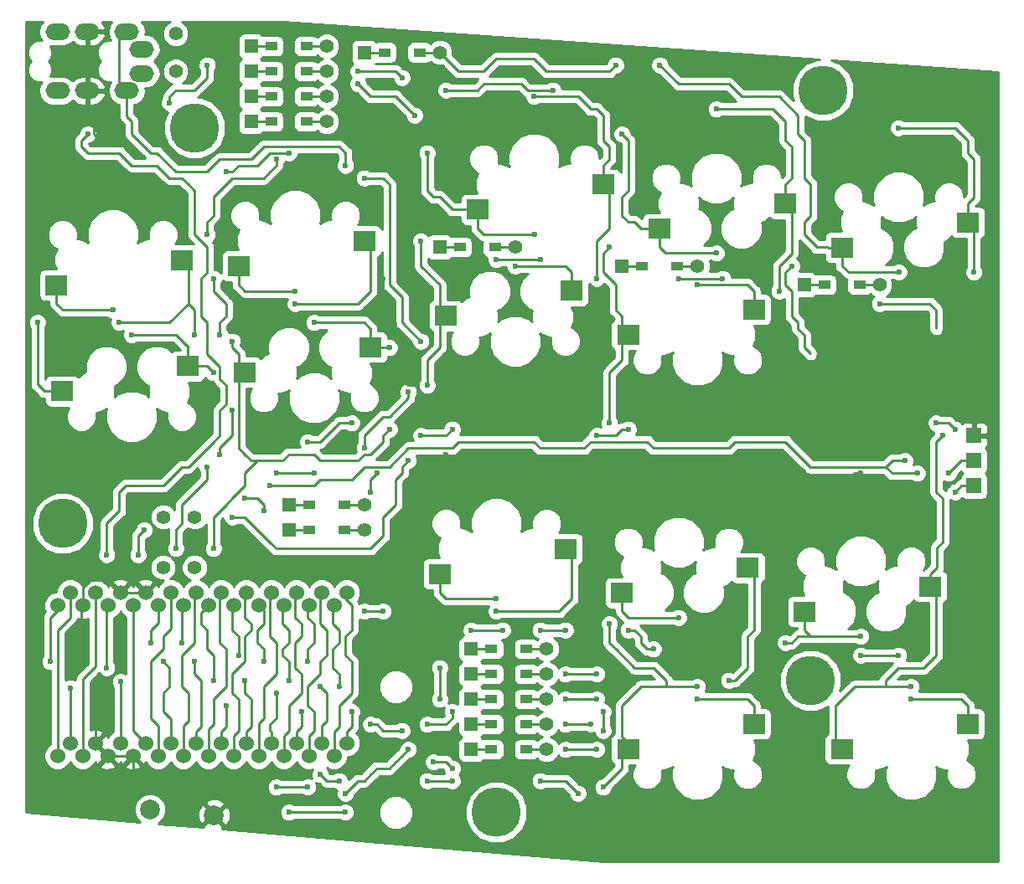
<source format=gbr>
G04 #@! TF.GenerationSoftware,KiCad,Pcbnew,5.0.2+dfsg1-1~bpo9+1*
G04 #@! TF.CreationDate,2019-02-28T23:47:22+09:00*
G04 #@! TF.ProjectId,wabisabi,77616269-7361-4626-992e-6b696361645f,rev?*
G04 #@! TF.SameCoordinates,Original*
G04 #@! TF.FileFunction,Copper,L2,Bot*
G04 #@! TF.FilePolarity,Positive*
%FSLAX46Y46*%
G04 Gerber Fmt 4.6, Leading zero omitted, Abs format (unit mm)*
G04 Created by KiCad (PCBNEW 5.0.2+dfsg1-1~bpo9+1) date 2019年02月28日 23時47分22秒*
%MOMM*%
%LPD*%
G01*
G04 APERTURE LIST*
G04 #@! TA.AperFunction,ComponentPad*
%ADD10C,1.524000*%
G04 #@! TD*
G04 #@! TA.AperFunction,SMDPad,CuDef*
%ADD11R,1.300000X0.950000*%
G04 #@! TD*
G04 #@! TA.AperFunction,ComponentPad*
%ADD12R,1.397000X1.397000*%
G04 #@! TD*
G04 #@! TA.AperFunction,ComponentPad*
%ADD13C,1.397000*%
G04 #@! TD*
G04 #@! TA.AperFunction,ComponentPad*
%ADD14O,2.500000X1.700000*%
G04 #@! TD*
G04 #@! TA.AperFunction,SMDPad,CuDef*
%ADD15R,1.524000X1.524000*%
G04 #@! TD*
G04 #@! TA.AperFunction,ComponentPad*
%ADD16C,2.000000*%
G04 #@! TD*
G04 #@! TA.AperFunction,SMDPad,CuDef*
%ADD17R,2.300000X2.000000*%
G04 #@! TD*
G04 #@! TA.AperFunction,WasherPad*
%ADD18C,5.000000*%
G04 #@! TD*
G04 #@! TA.AperFunction,ViaPad*
%ADD19C,0.600000*%
G04 #@! TD*
G04 #@! TA.AperFunction,Conductor*
%ADD20C,0.250000*%
G04 #@! TD*
G04 #@! TA.AperFunction,Conductor*
%ADD21C,0.254000*%
G04 #@! TD*
G04 APERTURE END LIST*
D10*
G04 #@! TO.P,U1,24*
G04 #@! TO.N,Net-(U1-Pad24)*
X90932000Y-109276400D03*
G04 #@! TO.P,U1,23*
G04 #@! TO.N,GND*
X93472000Y-109276400D03*
G04 #@! TO.P,U1,22*
G04 #@! TO.N,Net-(SW1-Pad1)*
X96012000Y-109276400D03*
G04 #@! TO.P,U1,21*
G04 #@! TO.N,VCC*
X98552000Y-109276400D03*
G04 #@! TO.P,U1,20*
G04 #@! TO.N,COL0*
X101092000Y-109276400D03*
G04 #@! TO.P,U1,19*
G04 #@! TO.N,COL1*
X103632000Y-109276400D03*
G04 #@! TO.P,U1,18*
G04 #@! TO.N,COL2*
X106172000Y-109276400D03*
G04 #@! TO.P,U1,17*
G04 #@! TO.N,COL3*
X108712000Y-109276400D03*
G04 #@! TO.P,U1,16*
G04 #@! TO.N,COL4*
X111252000Y-109276400D03*
G04 #@! TO.P,U1,15*
G04 #@! TO.N,Net-(U1-Pad15)*
X113792000Y-109276400D03*
G04 #@! TO.P,U1,14*
G04 #@! TO.N,Net-(U1-Pad14)*
X116332000Y-109276400D03*
G04 #@! TO.P,U1,13*
G04 #@! TO.N,Net-(U1-Pad13)*
X118872000Y-109276400D03*
G04 #@! TO.P,U1,12*
G04 #@! TO.N,Net-(U1-Pad12)*
X118872000Y-124496400D03*
G04 #@! TO.P,U1,11*
G04 #@! TO.N,Net-(U1-Pad11)*
X116332000Y-124496400D03*
G04 #@! TO.P,U1,10*
G04 #@! TO.N,ROW3*
X113792000Y-124496400D03*
G04 #@! TO.P,U1,9*
G04 #@! TO.N,ROW2*
X111252000Y-124496400D03*
G04 #@! TO.P,U1,8*
G04 #@! TO.N,ROW1*
X108712000Y-124496400D03*
G04 #@! TO.P,U1,7*
G04 #@! TO.N,ROW0*
X106172000Y-124496400D03*
G04 #@! TO.P,U1,6*
G04 #@! TO.N,SCL*
X103632000Y-124496400D03*
G04 #@! TO.P,U1,5*
G04 #@! TO.N,SDA*
X101092000Y-124496400D03*
G04 #@! TO.P,U1,4*
G04 #@! TO.N,GND*
X98552000Y-124496400D03*
G04 #@! TO.P,U1,3*
X96012000Y-124496400D03*
G04 #@! TO.P,U1,2*
G04 #@! TO.N,DATA*
X93472000Y-124496400D03*
G04 #@! TO.P,U1,1*
G04 #@! TO.N,LED*
X90932000Y-124496400D03*
X92202000Y-107950000D03*
G04 #@! TO.P,U1,2*
G04 #@! TO.N,DATA*
X94742000Y-107950000D03*
G04 #@! TO.P,U1,3*
G04 #@! TO.N,GND*
X97282000Y-107950000D03*
G04 #@! TO.P,U1,4*
X99822000Y-107950000D03*
G04 #@! TO.P,U1,5*
G04 #@! TO.N,SDA*
X102362000Y-107950000D03*
G04 #@! TO.P,U1,6*
G04 #@! TO.N,SCL*
X104902000Y-107950000D03*
G04 #@! TO.P,U1,7*
G04 #@! TO.N,ROW0*
X107442000Y-107950000D03*
G04 #@! TO.P,U1,8*
G04 #@! TO.N,ROW1*
X109982000Y-107950000D03*
G04 #@! TO.P,U1,9*
G04 #@! TO.N,ROW2*
X112522000Y-107950000D03*
G04 #@! TO.P,U1,10*
G04 #@! TO.N,ROW3*
X115062000Y-107950000D03*
G04 #@! TO.P,U1,11*
G04 #@! TO.N,Net-(U1-Pad11)*
X117602000Y-107950000D03*
G04 #@! TO.P,U1,12*
G04 #@! TO.N,Net-(U1-Pad12)*
X120142000Y-107950000D03*
G04 #@! TO.P,U1,13*
G04 #@! TO.N,Net-(U1-Pad13)*
X120142000Y-123190000D03*
G04 #@! TO.P,U1,14*
G04 #@! TO.N,Net-(U1-Pad14)*
X117602000Y-123190000D03*
G04 #@! TO.P,U1,15*
G04 #@! TO.N,Net-(U1-Pad15)*
X115062000Y-123190000D03*
G04 #@! TO.P,U1,16*
G04 #@! TO.N,COL4*
X112522000Y-123190000D03*
G04 #@! TO.P,U1,17*
G04 #@! TO.N,COL3*
X109982000Y-123190000D03*
G04 #@! TO.P,U1,18*
G04 #@! TO.N,COL2*
X107442000Y-123190000D03*
G04 #@! TO.P,U1,19*
G04 #@! TO.N,COL1*
X104902000Y-123190000D03*
G04 #@! TO.P,U1,20*
G04 #@! TO.N,COL0*
X102362000Y-123190000D03*
G04 #@! TO.P,U1,21*
G04 #@! TO.N,VCC*
X99822000Y-123190000D03*
G04 #@! TO.P,U1,22*
G04 #@! TO.N,Net-(SW1-Pad1)*
X97282000Y-123190000D03*
G04 #@! TO.P,U1,23*
G04 #@! TO.N,GND*
X94742000Y-123190000D03*
G04 #@! TO.P,U1,24*
G04 #@! TO.N,Net-(U1-Pad24)*
X92202000Y-123190000D03*
G04 #@! TD*
D11*
G04 #@! TO.P,D1,2*
G04 #@! TO.N,Net-(D1-Pad2)*
X116075000Y-60325000D03*
G04 #@! TO.P,D1,1*
G04 #@! TO.N,ROW0*
X112525000Y-60325000D03*
D12*
X110490000Y-60325000D03*
D13*
G04 #@! TO.P,D1,2*
G04 #@! TO.N,Net-(D1-Pad2)*
X118110000Y-60325000D03*
G04 #@! TD*
D11*
G04 #@! TO.P,D2,2*
G04 #@! TO.N,Net-(D2-Pad2)*
X119885000Y-101600000D03*
G04 #@! TO.P,D2,1*
G04 #@! TO.N,ROW1*
X116335000Y-101600000D03*
D12*
X114300000Y-101600000D03*
D13*
G04 #@! TO.P,D2,2*
G04 #@! TO.N,Net-(D2-Pad2)*
X121920000Y-101600000D03*
G04 #@! TD*
G04 #@! TO.P,D3,2*
G04 #@! TO.N,Net-(D3-Pad2)*
X118110000Y-57785000D03*
D12*
G04 #@! TO.P,D3,1*
G04 #@! TO.N,ROW0*
X110490000Y-57785000D03*
D11*
X112525000Y-57785000D03*
G04 #@! TO.P,D3,2*
G04 #@! TO.N,Net-(D3-Pad2)*
X116075000Y-57785000D03*
G04 #@! TD*
D13*
G04 #@! TO.P,D4,2*
G04 #@! TO.N,Net-(D4-Pad2)*
X121920000Y-99060000D03*
D12*
G04 #@! TO.P,D4,1*
G04 #@! TO.N,ROW1*
X114300000Y-99060000D03*
D11*
X116335000Y-99060000D03*
G04 #@! TO.P,D4,2*
G04 #@! TO.N,Net-(D4-Pad2)*
X119885000Y-99060000D03*
G04 #@! TD*
G04 #@! TO.P,D5,2*
G04 #@! TO.N,Net-(D5-Pad2)*
X116075000Y-55245000D03*
G04 #@! TO.P,D5,1*
G04 #@! TO.N,ROW0*
X112525000Y-55245000D03*
D12*
X110490000Y-55245000D03*
D13*
G04 #@! TO.P,D5,2*
G04 #@! TO.N,Net-(D5-Pad2)*
X118110000Y-55245000D03*
G04 #@! TD*
G04 #@! TO.P,D6,2*
G04 #@! TO.N,Net-(D6-Pad2)*
X137160000Y-73025000D03*
D12*
G04 #@! TO.P,D6,1*
G04 #@! TO.N,ROW1*
X129540000Y-73025000D03*
D11*
X131575000Y-73025000D03*
G04 #@! TO.P,D6,2*
G04 #@! TO.N,Net-(D6-Pad2)*
X135125000Y-73025000D03*
G04 #@! TD*
G04 #@! TO.P,D7,2*
G04 #@! TO.N,Net-(D7-Pad2)*
X138300000Y-113665000D03*
G04 #@! TO.P,D7,1*
G04 #@! TO.N,ROW2*
X134750000Y-113665000D03*
D12*
X132715000Y-113665000D03*
D13*
G04 #@! TO.P,D7,2*
G04 #@! TO.N,Net-(D7-Pad2)*
X140335000Y-113665000D03*
G04 #@! TD*
D11*
G04 #@! TO.P,D8,2*
G04 #@! TO.N,Net-(D8-Pad2)*
X116075000Y-52705000D03*
G04 #@! TO.P,D8,1*
G04 #@! TO.N,ROW0*
X112525000Y-52705000D03*
D12*
X110490000Y-52705000D03*
D13*
G04 #@! TO.P,D8,2*
G04 #@! TO.N,Net-(D8-Pad2)*
X118110000Y-52705000D03*
G04 #@! TD*
D11*
G04 #@! TO.P,D9,2*
G04 #@! TO.N,Net-(D9-Pad2)*
X153540000Y-74930000D03*
G04 #@! TO.P,D9,1*
G04 #@! TO.N,ROW1*
X149990000Y-74930000D03*
D12*
X147955000Y-74930000D03*
D13*
G04 #@! TO.P,D9,2*
G04 #@! TO.N,Net-(D9-Pad2)*
X155575000Y-74930000D03*
G04 #@! TD*
D11*
G04 #@! TO.P,D10,2*
G04 #@! TO.N,Net-(D10-Pad2)*
X138300000Y-116205000D03*
G04 #@! TO.P,D10,1*
G04 #@! TO.N,ROW2*
X134750000Y-116205000D03*
D12*
X132715000Y-116205000D03*
D13*
G04 #@! TO.P,D10,2*
G04 #@! TO.N,Net-(D10-Pad2)*
X140335000Y-116205000D03*
G04 #@! TD*
D11*
G04 #@! TO.P,D11,2*
G04 #@! TO.N,Net-(D11-Pad2)*
X138300000Y-121285000D03*
G04 #@! TO.P,D11,1*
G04 #@! TO.N,ROW3*
X134750000Y-121285000D03*
D12*
X132715000Y-121285000D03*
D13*
G04 #@! TO.P,D11,2*
G04 #@! TO.N,Net-(D11-Pad2)*
X140335000Y-121285000D03*
G04 #@! TD*
D11*
G04 #@! TO.P,D12,2*
G04 #@! TO.N,Net-(D12-Pad2)*
X127505000Y-53340000D03*
G04 #@! TO.P,D12,1*
G04 #@! TO.N,ROW0*
X123955000Y-53340000D03*
D12*
X121920000Y-53340000D03*
D13*
G04 #@! TO.P,D12,2*
G04 #@! TO.N,Net-(D12-Pad2)*
X129540000Y-53340000D03*
G04 #@! TD*
G04 #@! TO.P,D13,2*
G04 #@! TO.N,Net-(D13-Pad2)*
X173990000Y-76835000D03*
D12*
G04 #@! TO.P,D13,1*
G04 #@! TO.N,ROW1*
X166370000Y-76835000D03*
D11*
X168405000Y-76835000D03*
G04 #@! TO.P,D13,2*
G04 #@! TO.N,Net-(D13-Pad2)*
X171955000Y-76835000D03*
G04 #@! TD*
G04 #@! TO.P,D14,2*
G04 #@! TO.N,Net-(D14-Pad2)*
X138300000Y-118745000D03*
G04 #@! TO.P,D14,1*
G04 #@! TO.N,ROW2*
X134750000Y-118745000D03*
D12*
X132715000Y-118745000D03*
D13*
G04 #@! TO.P,D14,2*
G04 #@! TO.N,Net-(D14-Pad2)*
X140335000Y-118745000D03*
G04 #@! TD*
G04 #@! TO.P,D15,2*
G04 #@! TO.N,Net-(D15-Pad2)*
X140335000Y-123825000D03*
D12*
G04 #@! TO.P,D15,1*
G04 #@! TO.N,ROW3*
X132715000Y-123825000D03*
D11*
X134750000Y-123825000D03*
G04 #@! TO.P,D15,2*
G04 #@! TO.N,Net-(D15-Pad2)*
X138300000Y-123825000D03*
G04 #@! TD*
D14*
G04 #@! TO.P,J1,D*
G04 #@! TO.N,VCC*
X97930000Y-57190000D03*
G04 #@! TO.P,J1,A*
G04 #@! TO.N,Net-(J1-PadA)*
X99430000Y-52990000D03*
G04 #@! TO.P,J1,B*
G04 #@! TO.N,Net-(J1-PadB)*
X90930000Y-57190000D03*
G04 #@! TO.P,J1,C*
G04 #@! TO.N,GND*
X93930000Y-57190000D03*
G04 #@! TO.P,J1,B*
G04 #@! TO.N,Net-(J1-PadB)*
X90930000Y-51240000D03*
G04 #@! TO.P,J1,C*
G04 #@! TO.N,GND*
X93930000Y-51240000D03*
G04 #@! TO.P,J1,D*
G04 #@! TO.N,VCC*
X97930000Y-51240000D03*
G04 #@! TO.P,J1,A*
G04 #@! TO.N,Net-(J1-PadA)*
X99430000Y-55440000D03*
G04 #@! TD*
D13*
G04 #@! TO.P,J2,1*
G04 #@! TO.N,Net-(J1-PadA)*
X102870000Y-55245000D03*
G04 #@! TD*
G04 #@! TO.P,J3,1*
G04 #@! TO.N,Net-(J1-PadB)*
X102870000Y-51435000D03*
G04 #@! TD*
D15*
G04 #@! TO.P,J4,1*
G04 #@! TO.N,GND*
X183515000Y-92075000D03*
G04 #@! TO.P,J4,2*
G04 #@! TO.N,LED*
X183515000Y-94615000D03*
G04 #@! TO.P,J4,3*
G04 #@! TO.N,VCC*
X183515000Y-97155000D03*
G04 #@! TD*
D13*
G04 #@! TO.P,R1,1*
G04 #@! TO.N,VCC*
X101600000Y-100330000D03*
G04 #@! TO.P,R1,2*
G04 #@! TO.N,SDA*
X101600000Y-105410000D03*
G04 #@! TD*
G04 #@! TO.P,R2,2*
G04 #@! TO.N,SCL*
X104775000Y-105410000D03*
G04 #@! TO.P,R2,1*
G04 #@! TO.N,VCC*
X104775000Y-100330000D03*
G04 #@! TD*
D16*
G04 #@! TO.P,SW1,2*
G04 #@! TO.N,GND*
X106742633Y-130458256D03*
G04 #@! TO.P,SW1,1*
G04 #@! TO.N,Net-(SW1-Pad1)*
X100267367Y-129891744D03*
G04 #@! TD*
D17*
G04 #@! TO.P,SW2,2*
G04 #@! TO.N,Net-(D1-Pad2)*
X90820000Y-76875000D03*
G04 #@! TO.P,SW2,1*
G04 #@! TO.N,COL0*
X103520000Y-74335000D03*
G04 #@! TD*
G04 #@! TO.P,SW3,1*
G04 #@! TO.N,COL0*
X91407500Y-87590000D03*
G04 #@! TO.P,SW3,2*
G04 #@! TO.N,Net-(D2-Pad2)*
X104107500Y-85050000D03*
G04 #@! TD*
G04 #@! TO.P,SW4,1*
G04 #@! TO.N,COL1*
X121935000Y-72390000D03*
G04 #@! TO.P,SW4,2*
G04 #@! TO.N,Net-(D3-Pad2)*
X109235000Y-74930000D03*
G04 #@! TD*
G04 #@! TO.P,SW5,2*
G04 #@! TO.N,Net-(D4-Pad2)*
X122540000Y-83145000D03*
G04 #@! TO.P,SW5,1*
G04 #@! TO.N,COL1*
X109840000Y-85685000D03*
G04 #@! TD*
G04 #@! TO.P,SW6,2*
G04 #@! TO.N,Net-(D5-Pad2)*
X133365000Y-69215000D03*
G04 #@! TO.P,SW6,1*
G04 #@! TO.N,COL2*
X146065000Y-66675000D03*
G04 #@! TD*
G04 #@! TO.P,SW7,1*
G04 #@! TO.N,COL2*
X130160000Y-79970000D03*
G04 #@! TO.P,SW7,2*
G04 #@! TO.N,Net-(D6-Pad2)*
X142860000Y-77430000D03*
G04 #@! TD*
G04 #@! TO.P,SW8,2*
G04 #@! TO.N,Net-(D7-Pad2)*
X129555000Y-106085000D03*
G04 #@! TO.P,SW8,1*
G04 #@! TO.N,COL2*
X142255000Y-103545000D03*
G04 #@! TD*
G04 #@! TO.P,SW9,1*
G04 #@! TO.N,COL3*
X164480000Y-68620000D03*
G04 #@! TO.P,SW9,2*
G04 #@! TO.N,Net-(D8-Pad2)*
X151780000Y-71160000D03*
G04 #@! TD*
G04 #@! TO.P,SW10,2*
G04 #@! TO.N,Net-(D9-Pad2)*
X161275000Y-79335000D03*
G04 #@! TO.P,SW10,1*
G04 #@! TO.N,COL3*
X148575000Y-81875000D03*
G04 #@! TD*
G04 #@! TO.P,SW11,1*
G04 #@! TO.N,COL3*
X160670000Y-105450000D03*
G04 #@! TO.P,SW11,2*
G04 #@! TO.N,Net-(D10-Pad2)*
X147970000Y-107990000D03*
G04 #@! TD*
G04 #@! TO.P,SW12,1*
G04 #@! TO.N,COL3*
X148575000Y-123785000D03*
G04 #@! TO.P,SW12,2*
G04 #@! TO.N,Net-(D11-Pad2)*
X161275000Y-121245000D03*
G04 #@! TD*
G04 #@! TO.P,SW13,1*
G04 #@! TO.N,COL4*
X182895000Y-70525000D03*
G04 #@! TO.P,SW13,2*
G04 #@! TO.N,Net-(D12-Pad2)*
X170195000Y-73065000D03*
G04 #@! TD*
G04 #@! TO.P,SW15,1*
G04 #@! TO.N,COL4*
X179085000Y-107355000D03*
G04 #@! TO.P,SW15,2*
G04 #@! TO.N,Net-(D14-Pad2)*
X166385000Y-109895000D03*
G04 #@! TD*
G04 #@! TO.P,SW16,1*
G04 #@! TO.N,COL4*
X170165000Y-123785000D03*
G04 #@! TO.P,SW16,2*
G04 #@! TO.N,Net-(D15-Pad2)*
X182865000Y-121245000D03*
G04 #@! TD*
D18*
G04 #@! TO.P,Ref\002A\002A,*
G04 #@! TO.N,*
X168275000Y-57150000D03*
G04 #@! TD*
G04 #@! TO.P,Ref\002A\002A,*
G04 #@! TO.N,*
X104775000Y-60960000D03*
G04 #@! TD*
G04 #@! TO.P,Ref\002A\002A,*
G04 #@! TO.N,*
X167005000Y-116840000D03*
G04 #@! TD*
G04 #@! TO.P,Ref\002A\002A,*
G04 #@! TO.N,*
X135255000Y-130175000D03*
G04 #@! TD*
G04 #@! TO.P,Ref\002A\002A,*
G04 #@! TO.N,*
X91440000Y-100965000D03*
G04 #@! TD*
D19*
G04 #@! TO.N,ROW0*
X111760000Y-99695000D03*
X109855000Y-98425000D03*
X107315000Y-93980000D03*
X108585000Y-89535000D03*
X107315000Y-81915000D03*
X106680000Y-76200000D03*
X106045000Y-71755000D03*
X113030000Y-64136410D03*
G04 #@! TO.N,Net-(D1-Pad2)*
X96520000Y-79375000D03*
X107950000Y-65405000D03*
X114300000Y-63500000D03*
G04 #@! TO.N,ROW1*
X158115000Y-76200000D03*
X153670000Y-76200000D03*
X139700000Y-74295000D03*
X135255000Y-74295000D03*
X120650000Y-90805000D03*
X116205000Y-92710000D03*
G04 #@! TO.N,Net-(D2-Pad2)*
X98425000Y-81915000D03*
X106680000Y-85725000D03*
X113030000Y-95885000D03*
X116840000Y-95885000D03*
G04 #@! TO.N,Net-(D3-Pad2)*
X114935000Y-77470000D03*
G04 #@! TO.N,ROW2*
X120015000Y-128270000D03*
X126365000Y-123825000D03*
X113030000Y-127635000D03*
X116205000Y-127635000D03*
X130810000Y-120015000D03*
X128270000Y-121285000D03*
G04 #@! TO.N,Net-(D4-Pad2)*
X116840000Y-80645000D03*
X122555000Y-97790000D03*
X123190000Y-95885000D03*
X121920000Y-93345000D03*
X126365000Y-87630000D03*
X124460000Y-83185000D03*
G04 #@! TO.N,Net-(D5-Pad2)*
X139095000Y-71725000D03*
X121285000Y-56515000D03*
X128270000Y-63500000D03*
X127000000Y-59690000D03*
G04 #@! TO.N,Net-(D6-Pad2)*
X137160000Y-74930000D03*
G04 #@! TO.N,Net-(D7-Pad2)*
X135255000Y-108585000D03*
G04 #@! TO.N,Net-(D8-Pad2)*
X157510000Y-73630000D03*
X121285000Y-55245000D03*
X125730000Y-55880000D03*
X130175000Y-57150000D03*
X147955000Y-61595000D03*
X140970000Y-57150000D03*
G04 #@! TO.N,Net-(D9-Pad2)*
X155575000Y-76835000D03*
G04 #@! TO.N,Net-(D10-Pad2)*
X153670000Y-110490000D03*
X145415000Y-116205000D03*
X142240000Y-116205000D03*
G04 #@! TO.N,Net-(D11-Pad2)*
X155575000Y-118745000D03*
X144820000Y-121245000D03*
X142240000Y-121285000D03*
G04 #@! TO.N,ROW3*
X117475000Y-126365000D03*
X119380000Y-127000000D03*
X128905000Y-125095000D03*
X130810000Y-125730000D03*
G04 #@! TO.N,Net-(D12-Pad2)*
X175925000Y-75535000D03*
X147320000Y-54610000D03*
X151765000Y-54610000D03*
G04 #@! TO.N,Net-(D13-Pad2)*
X173990000Y-78740000D03*
G04 #@! TO.N,Net-(D14-Pad2)*
X172085000Y-112395000D03*
X164465000Y-113030000D03*
X145415000Y-118745000D03*
X142240000Y-118745000D03*
G04 #@! TO.N,Net-(D15-Pad2)*
X177165000Y-118745000D03*
X146050000Y-120015000D03*
X146050000Y-121920000D03*
X145415000Y-123825000D03*
X142240000Y-123825000D03*
G04 #@! TO.N,VCC*
X99060000Y-104140000D03*
X99695000Y-101600000D03*
X108585000Y-100330000D03*
X126365000Y-94615000D03*
X127635000Y-92075000D03*
X130810000Y-91440000D03*
X145415000Y-92075000D03*
X148590000Y-91440000D03*
X179705000Y-90805000D03*
X127635000Y-82550000D03*
X181610000Y-91440000D03*
X181610000Y-97790000D03*
X121920000Y-66040000D03*
X120015000Y-64770000D03*
G04 #@! TO.N,GND*
X94742000Y-117602000D03*
X93345000Y-115570000D03*
X125730000Y-109855000D03*
X172085000Y-95885000D03*
X178435000Y-97790000D03*
X180975000Y-97155000D03*
X130175000Y-93980000D03*
X129540000Y-90170000D03*
X123825000Y-76200000D03*
X97155000Y-62230000D03*
X125730000Y-113665000D03*
X143510000Y-131445000D03*
X166370000Y-130175000D03*
X183515000Y-100330000D03*
X163830000Y-94615000D03*
X184785000Y-79375000D03*
X107950000Y-57150000D03*
X93345000Y-53975000D03*
X88900000Y-59690000D03*
X95885000Y-59055000D03*
X92710000Y-113030000D03*
X88900000Y-120015000D03*
X92075000Y-127000000D03*
X103505000Y-130175000D03*
X104140000Y-127000000D03*
G04 #@! TO.N,LED*
X112395000Y-97155000D03*
X176530000Y-94615000D03*
X177800000Y-95885000D03*
X180975000Y-95885000D03*
G04 #@! TO.N,DATA*
X95885000Y-104140000D03*
X93980000Y-61595000D03*
X102235000Y-58420000D03*
X106045000Y-54610000D03*
G04 #@! TO.N,Net-(SW1-Pad1)*
X97282000Y-116967000D03*
X95885000Y-115570000D03*
G04 #@! TO.N,COL0*
X88900000Y-80645000D03*
X97155000Y-80645000D03*
X101600000Y-114935000D03*
X100330000Y-113030000D03*
X102870000Y-103505000D03*
X106045000Y-95250000D03*
X104775000Y-81915000D03*
G04 #@! TO.N,COL1*
X114935000Y-78740000D03*
X104775000Y-114935000D03*
X103505000Y-113030000D03*
X108585000Y-82550000D03*
X124460000Y-91440000D03*
X106680000Y-103505000D03*
G04 #@! TO.N,COL2*
X135255000Y-109855000D03*
X139065000Y-57785000D03*
X145415000Y-76200000D03*
X128270000Y-86995000D03*
X127635000Y-72390000D03*
X107950000Y-119380000D03*
X106680000Y-116840000D03*
X121920000Y-109855000D03*
X123825000Y-109855000D03*
G04 #@! TO.N,COL3*
X155575000Y-117475000D03*
X158750000Y-116840000D03*
X146685000Y-111125000D03*
X163830000Y-77470000D03*
X157480000Y-59055000D03*
X146685000Y-73025000D03*
X146685000Y-90805000D03*
X109855000Y-116840000D03*
X109220000Y-114300000D03*
X146050000Y-127635000D03*
X139700000Y-127000000D03*
X143510000Y-128270000D03*
X114300000Y-130175000D03*
X120015000Y-130175000D03*
X128270000Y-127000000D03*
X130810000Y-127000000D03*
G04 #@! TO.N,COL4*
X177165000Y-117475000D03*
X175895000Y-60960000D03*
X183515000Y-75565000D03*
X165100000Y-74930000D03*
X180340000Y-92075000D03*
X151130000Y-113665000D03*
X148590000Y-111760000D03*
X142240000Y-111760000D03*
X113030000Y-118110000D03*
X111760000Y-114935000D03*
X139700000Y-111760000D03*
X129540000Y-118745000D03*
X129540000Y-115570000D03*
X132715000Y-111760000D03*
X135890000Y-111760000D03*
X125730000Y-121920000D03*
X122555000Y-121285000D03*
X172085000Y-114300000D03*
X175895000Y-114300000D03*
G04 #@! TO.N,Net-(U1-Pad24)*
X92202000Y-117602000D03*
X90170000Y-114935000D03*
G04 #@! TO.N,Net-(U1-Pad15)*
X115570000Y-120015000D03*
X114300000Y-116840000D03*
G04 #@! TO.N,Net-(U1-Pad14)*
X117475000Y-117475000D03*
X116205000Y-114935000D03*
G04 #@! TO.N,Net-(U1-Pad13)*
X120650000Y-120015000D03*
X119380000Y-117475000D03*
G04 #@! TD*
D20*
G04 #@! TO.N,ROW0*
X110490000Y-52705000D02*
X112525000Y-52705000D01*
X110490000Y-55245000D02*
X112525000Y-55245000D01*
X110490000Y-57785000D02*
X112525000Y-57785000D01*
X110490000Y-60325000D02*
X112525000Y-60325000D01*
X121920000Y-53340000D02*
X123955000Y-53340000D01*
X107315000Y-108077000D02*
X107442000Y-107950000D01*
X107315000Y-113030000D02*
X107315000Y-108077000D01*
X107950000Y-113665000D02*
X107315000Y-113030000D01*
X107950000Y-117475000D02*
X107950000Y-113665000D01*
X106172000Y-124496400D02*
X106172000Y-121793000D01*
X106680000Y-121285000D02*
X106680000Y-118745000D01*
X106172000Y-121793000D02*
X106680000Y-121285000D01*
X106680000Y-118745000D02*
X107950000Y-117475000D01*
X111760000Y-99695000D02*
X111760000Y-99060000D01*
X111760000Y-99060000D02*
X111125000Y-98425000D01*
X111125000Y-98425000D02*
X109855000Y-98425000D01*
X109855000Y-98425000D02*
X109855000Y-98425000D01*
X107315000Y-93980000D02*
X107315000Y-93345000D01*
X107315000Y-93345000D02*
X108585000Y-92075000D01*
X108585000Y-92075000D02*
X108585000Y-89535000D01*
X108585000Y-89535000D02*
X108585000Y-89535000D01*
X107315000Y-81915000D02*
X107315000Y-81280000D01*
X107315000Y-81280000D02*
X107315000Y-80645000D01*
X107315000Y-80645000D02*
X107950000Y-80010000D01*
X107950000Y-80010000D02*
X107950000Y-78740000D01*
X107950000Y-78740000D02*
X106680000Y-77470000D01*
X106680000Y-77470000D02*
X106680000Y-76200000D01*
X106680000Y-76200000D02*
X106680000Y-76200000D01*
X106045000Y-71755000D02*
X106045000Y-71120000D01*
X106045000Y-71120000D02*
X106045000Y-70485000D01*
X106045000Y-70485000D02*
X106680000Y-69850000D01*
X106680000Y-69850000D02*
X106680000Y-67945000D01*
X106680000Y-67945000D02*
X108585000Y-66040000D01*
X108585000Y-66040000D02*
X111125000Y-66040000D01*
X111125000Y-66040000D02*
X111760000Y-66040000D01*
X111760000Y-66040000D02*
X112395000Y-65405000D01*
X113030000Y-64770000D02*
X113030000Y-64136410D01*
X112395000Y-65405000D02*
X113030000Y-64770000D01*
X113030000Y-64136410D02*
X113030000Y-64136410D01*
G04 #@! TO.N,Net-(D1-Pad2)*
X116075000Y-60325000D02*
X118110000Y-60325000D01*
X90820000Y-76875000D02*
X90820000Y-78725000D01*
X90820000Y-78725000D02*
X91470000Y-79375000D01*
X91470000Y-79375000D02*
X96520000Y-79375000D01*
X96520000Y-79375000D02*
X96520000Y-79375000D01*
X107950000Y-65405000D02*
X108585000Y-65405000D01*
X108585000Y-65405000D02*
X109220000Y-64770000D01*
X109220000Y-64770000D02*
X111125000Y-64770000D01*
X113030000Y-63500000D02*
X114300000Y-63500000D01*
X114300000Y-63500000D02*
X114300000Y-63500000D01*
X113030000Y-63500000D02*
X112395000Y-63500000D01*
X112395000Y-63500000D02*
X111760000Y-64135000D01*
X111760000Y-64135000D02*
X111125000Y-64770000D01*
G04 #@! TO.N,ROW1*
X129540000Y-73025000D02*
X131575000Y-73025000D01*
X147955000Y-74930000D02*
X149990000Y-74930000D01*
X166240000Y-76835000D02*
X168275000Y-76835000D01*
X114300000Y-99060000D02*
X116335000Y-99060000D01*
X114300000Y-101600000D02*
X116335000Y-101600000D01*
X158115000Y-76200000D02*
X153670000Y-76200000D01*
X153670000Y-76200000D02*
X153670000Y-76200000D01*
X139700000Y-74295000D02*
X135890000Y-74295000D01*
X135890000Y-74295000D02*
X135255000Y-74295000D01*
X135255000Y-74295000D02*
X135255000Y-74295000D01*
X109855000Y-108077000D02*
X109982000Y-107950000D01*
X109855000Y-110490000D02*
X109855000Y-108077000D01*
X109220000Y-121920000D02*
X109220000Y-118745000D01*
X108712000Y-122428000D02*
X109220000Y-121920000D01*
X108712000Y-124496400D02*
X108712000Y-122428000D01*
X109855000Y-114935000D02*
X109855000Y-112395000D01*
X108585000Y-118110000D02*
X108585000Y-116205000D01*
X108585000Y-116205000D02*
X109855000Y-114935000D01*
X109855000Y-112395000D02*
X110490000Y-111760000D01*
X109220000Y-118745000D02*
X108585000Y-118110000D01*
X110490000Y-111125000D02*
X109855000Y-110490000D01*
X110490000Y-111760000D02*
X110490000Y-111125000D01*
X119380000Y-90805000D02*
X120650000Y-90805000D01*
X117475000Y-92710000D02*
X119380000Y-90805000D01*
X116205000Y-92710000D02*
X117475000Y-92710000D01*
G04 #@! TO.N,Net-(D2-Pad2)*
X119885000Y-101600000D02*
X121920000Y-101600000D01*
X98425000Y-81915000D02*
X102870000Y-81915000D01*
X102870000Y-81915000D02*
X104140000Y-83185000D01*
X104107500Y-83217500D02*
X104107500Y-85050000D01*
X104140000Y-83185000D02*
X104107500Y-83217500D01*
X104107500Y-85050000D02*
X106005000Y-85050000D01*
X106005000Y-85050000D02*
X106680000Y-85725000D01*
X106680000Y-85725000D02*
X106680000Y-85725000D01*
X113030000Y-95885000D02*
X116205000Y-95885000D01*
X116205000Y-95885000D02*
X116840000Y-95885000D01*
X116840000Y-95885000D02*
X116840000Y-95885000D01*
G04 #@! TO.N,Net-(D3-Pad2)*
X116075000Y-57785000D02*
X118110000Y-57785000D01*
X109235000Y-76820000D02*
X109235000Y-74930000D01*
X109220000Y-76835000D02*
X109235000Y-76820000D01*
X109855000Y-77470000D02*
X109220000Y-76835000D01*
X114935000Y-77470000D02*
X109855000Y-77470000D01*
G04 #@! TO.N,ROW2*
X132715000Y-113665000D02*
X134750000Y-113665000D01*
X132715000Y-116205000D02*
X134750000Y-116205000D01*
X132715000Y-118745000D02*
X134750000Y-118745000D01*
X112395000Y-108077000D02*
X112522000Y-107950000D01*
X113030000Y-116205000D02*
X113030000Y-113030000D01*
X111252000Y-124496400D02*
X111252000Y-121158000D01*
X113030000Y-113030000D02*
X112395000Y-112395000D01*
X111252000Y-121158000D02*
X111760000Y-120650000D01*
X112395000Y-112395000D02*
X112395000Y-108077000D01*
X111760000Y-120650000D02*
X111760000Y-117475000D01*
X111760000Y-117475000D02*
X113030000Y-116205000D01*
X120015000Y-128270000D02*
X120650000Y-127635000D01*
X120650000Y-127635000D02*
X121285000Y-127000000D01*
X121285000Y-127000000D02*
X121920000Y-127000000D01*
X121920000Y-127000000D02*
X122555000Y-126365000D01*
X122555000Y-126365000D02*
X123190000Y-125730000D01*
X123190000Y-125730000D02*
X124460000Y-125730000D01*
X124460000Y-125730000D02*
X125095000Y-125095000D01*
X125095000Y-125095000D02*
X125730000Y-124460000D01*
X125730000Y-124460000D02*
X126365000Y-123825000D01*
X126365000Y-123825000D02*
X126365000Y-123825000D01*
X113030000Y-127635000D02*
X116205000Y-127635000D01*
X130810000Y-120650000D02*
X130810000Y-120015000D01*
X130175000Y-121285000D02*
X130810000Y-120650000D01*
X128270000Y-121285000D02*
X130175000Y-121285000D01*
G04 #@! TO.N,Net-(D4-Pad2)*
X119885000Y-99060000D02*
X121920000Y-99060000D01*
X122540000Y-81295000D02*
X122540000Y-83145000D01*
X122555000Y-81280000D02*
X122540000Y-81295000D01*
X121920000Y-80645000D02*
X122555000Y-81280000D01*
X116840000Y-80645000D02*
X121920000Y-80645000D01*
X122555000Y-97790000D02*
X122555000Y-96520000D01*
X122555000Y-96520000D02*
X123190000Y-95885000D01*
X123190000Y-95885000D02*
X123190000Y-95885000D01*
X121920000Y-93345000D02*
X121920000Y-92075000D01*
X121920000Y-92075000D02*
X123190000Y-90805000D01*
X123190000Y-90805000D02*
X123825000Y-90170000D01*
X123825000Y-90170000D02*
X124460000Y-90170000D01*
X124460000Y-90170000D02*
X126365000Y-88265000D01*
X126365000Y-88265000D02*
X126365000Y-87630000D01*
X126365000Y-87630000D02*
X126365000Y-87630000D01*
X122580000Y-83185000D02*
X122540000Y-83145000D01*
X124460000Y-83185000D02*
X122580000Y-83185000D01*
G04 #@! TO.N,Net-(D5-Pad2)*
X116075000Y-55245000D02*
X118110000Y-55245000D01*
X133350000Y-71120000D02*
X133365000Y-71105000D01*
X133365000Y-71105000D02*
X133365000Y-69215000D01*
X133955000Y-71725000D02*
X133350000Y-71120000D01*
X139095000Y-71725000D02*
X133955000Y-71725000D01*
X128905000Y-67945000D02*
X128270000Y-67310000D01*
X129540000Y-67945000D02*
X128905000Y-67945000D01*
X133365000Y-69215000D02*
X130810000Y-69215000D01*
X128270000Y-67310000D02*
X128270000Y-63500000D01*
X127000000Y-59690000D02*
X127000000Y-59690000D01*
X125095000Y-57785000D02*
X122555000Y-57785000D01*
X130810000Y-69215000D02*
X129540000Y-67945000D01*
X122555000Y-57785000D02*
X121285000Y-56515000D01*
X121285000Y-56515000D02*
X121285000Y-56515000D01*
X128270000Y-63500000D02*
X128270000Y-63500000D01*
X127000000Y-59690000D02*
X125095000Y-57785000D01*
G04 #@! TO.N,Net-(D6-Pad2)*
X135125000Y-73025000D02*
X137160000Y-73025000D01*
X142860000Y-75550000D02*
X142860000Y-77430000D01*
X142240000Y-74930000D02*
X142860000Y-75550000D01*
X137160000Y-74930000D02*
X142240000Y-74930000D01*
G04 #@! TO.N,Net-(D7-Pad2)*
X138300000Y-113665000D02*
X140335000Y-113665000D01*
X130175000Y-108585000D02*
X129555000Y-107965000D01*
X129555000Y-107965000D02*
X129555000Y-106085000D01*
X135255000Y-108585000D02*
X130175000Y-108585000D01*
G04 #@! TO.N,Net-(D8-Pad2)*
X116075000Y-52705000D02*
X118110000Y-52705000D01*
X151780000Y-73010000D02*
X151780000Y-71160000D01*
X151765000Y-73025000D02*
X151780000Y-73010000D01*
X152370000Y-73630000D02*
X151765000Y-73025000D01*
X157510000Y-73630000D02*
X152370000Y-73630000D01*
X125095000Y-55245000D02*
X121285000Y-55245000D01*
X125730000Y-55880000D02*
X125730000Y-55880000D01*
X148590000Y-62230000D02*
X147955000Y-61595000D01*
X147955000Y-67945000D02*
X148590000Y-67310000D01*
X148590000Y-67310000D02*
X148590000Y-62230000D01*
X149900000Y-71160000D02*
X149225000Y-70485000D01*
X137795000Y-56515000D02*
X133985000Y-56515000D01*
X149225000Y-70485000D02*
X148590000Y-70485000D01*
X133350000Y-57150000D02*
X130175000Y-57150000D01*
X151780000Y-71160000D02*
X149900000Y-71160000D01*
X147955000Y-69850000D02*
X147955000Y-67945000D01*
X140970000Y-57150000D02*
X140970000Y-57150000D01*
X138430000Y-57150000D02*
X137795000Y-56515000D01*
X148590000Y-70485000D02*
X147955000Y-69850000D01*
X133985000Y-56515000D02*
X133350000Y-57150000D01*
X121285000Y-55245000D02*
X121285000Y-55245000D01*
X125730000Y-55880000D02*
X125095000Y-55245000D01*
X130175000Y-57150000D02*
X130175000Y-57150000D01*
X147955000Y-61595000D02*
X147955000Y-61595000D01*
X140970000Y-57150000D02*
X138430000Y-57150000D01*
G04 #@! TO.N,Net-(D9-Pad2)*
X153540000Y-74930000D02*
X155575000Y-74930000D01*
X155575000Y-76835000D02*
X160655000Y-76835000D01*
X160655000Y-76835000D02*
X161290000Y-77470000D01*
X161275000Y-77485000D02*
X161275000Y-79335000D01*
X161290000Y-77470000D02*
X161275000Y-77485000D01*
G04 #@! TO.N,Net-(D10-Pad2)*
X138300000Y-116205000D02*
X140335000Y-116205000D01*
X147955000Y-109855000D02*
X147970000Y-109840000D01*
X148590000Y-110490000D02*
X147955000Y-109855000D01*
X147970000Y-109840000D02*
X147970000Y-107990000D01*
X153670000Y-110490000D02*
X148590000Y-110490000D01*
X142240000Y-116205000D02*
X145415000Y-116205000D01*
G04 #@! TO.N,Net-(D11-Pad2)*
X138300000Y-121285000D02*
X140335000Y-121285000D01*
X155575000Y-118745000D02*
X160655000Y-118745000D01*
X160655000Y-118745000D02*
X161290000Y-119380000D01*
X161275000Y-119395000D02*
X161275000Y-121245000D01*
X161290000Y-119380000D02*
X161275000Y-119395000D01*
X144780000Y-121285000D02*
X144820000Y-121245000D01*
X142240000Y-121285000D02*
X144780000Y-121285000D01*
G04 #@! TO.N,ROW3*
X132715000Y-121285000D02*
X134750000Y-121285000D01*
X132715000Y-123825000D02*
X134750000Y-123825000D01*
X114935000Y-108077000D02*
X115062000Y-107950000D01*
X114935000Y-110490000D02*
X114935000Y-108077000D01*
X114300000Y-121920000D02*
X114300000Y-119380000D01*
X114300000Y-119380000D02*
X115570000Y-118110000D01*
X113792000Y-124496400D02*
X113792000Y-122428000D01*
X115570000Y-116205000D02*
X114935000Y-115570000D01*
X115570000Y-118110000D02*
X115570000Y-116205000D01*
X114935000Y-115570000D02*
X114935000Y-113030000D01*
X115570000Y-111125000D02*
X114935000Y-110490000D01*
X113792000Y-122428000D02*
X114300000Y-121920000D01*
X115570000Y-112395000D02*
X115570000Y-111125000D01*
X114935000Y-113030000D02*
X115570000Y-112395000D01*
X117475000Y-126365000D02*
X118110000Y-127000000D01*
X118110000Y-127000000D02*
X119380000Y-127000000D01*
X128905000Y-125095000D02*
X130175000Y-125095000D01*
X130175000Y-125095000D02*
X130810000Y-125730000D01*
G04 #@! TO.N,Net-(D12-Pad2)*
X127505000Y-53340000D02*
X129540000Y-53340000D01*
X170195000Y-73065000D02*
X170195000Y-74915000D01*
X175925000Y-75535000D02*
X170845000Y-75535000D01*
X170845000Y-75535000D02*
X170240000Y-74930000D01*
X133985000Y-55245000D02*
X131445000Y-55245000D01*
X167005000Y-66675000D02*
X166370000Y-66040000D01*
X135255000Y-53975000D02*
X133985000Y-55245000D01*
X166370000Y-71755000D02*
X166370000Y-70485000D01*
X147320000Y-54610000D02*
X147320000Y-54610000D01*
X166370000Y-70485000D02*
X167005000Y-69850000D01*
X140335000Y-55245000D02*
X139065000Y-53975000D01*
X167005000Y-69850000D02*
X167005000Y-66675000D01*
X170195000Y-73065000D02*
X168795000Y-73065000D01*
X168795000Y-73065000D02*
X168755000Y-73025000D01*
X166370000Y-62230000D02*
X165735000Y-61595000D01*
X167640000Y-73025000D02*
X166370000Y-71755000D01*
X165735000Y-61595000D02*
X165735000Y-59690000D01*
X166370000Y-66040000D02*
X166370000Y-62230000D01*
X160020000Y-57785000D02*
X158750000Y-56515000D01*
X168755000Y-73025000D02*
X167640000Y-73025000D01*
X158750000Y-56515000D02*
X153670000Y-56515000D01*
X153670000Y-56515000D02*
X151765000Y-54610000D01*
X163830000Y-57785000D02*
X160020000Y-57785000D01*
X146685000Y-55245000D02*
X140335000Y-55245000D01*
X131445000Y-55245000D02*
X129540000Y-53340000D01*
X165735000Y-59690000D02*
X163830000Y-57785000D01*
X139065000Y-53975000D02*
X135255000Y-53975000D01*
X147320000Y-54610000D02*
X146685000Y-55245000D01*
X151765000Y-54610000D02*
X151765000Y-54610000D01*
G04 #@! TO.N,Net-(D13-Pad2)*
X171955000Y-76835000D02*
X173990000Y-76835000D01*
X179690000Y-81240000D02*
X179690000Y-79390000D01*
X179040000Y-78740000D02*
X173990000Y-78740000D01*
X179690000Y-79390000D02*
X179040000Y-78740000D01*
G04 #@! TO.N,Net-(D14-Pad2)*
X138300000Y-118745000D02*
X140335000Y-118745000D01*
X166385000Y-111745000D02*
X166385000Y-109895000D01*
X166370000Y-111760000D02*
X166385000Y-111745000D01*
X167005000Y-112395000D02*
X166370000Y-111760000D01*
X172085000Y-112395000D02*
X167005000Y-112395000D01*
X164465000Y-113030000D02*
X165100000Y-113030000D01*
X165100000Y-113030000D02*
X165735000Y-112395000D01*
X165735000Y-112395000D02*
X167005000Y-112395000D01*
X142240000Y-118745000D02*
X145415000Y-118745000D01*
G04 #@! TO.N,Net-(D15-Pad2)*
X138300000Y-123825000D02*
X140335000Y-123825000D01*
X182865000Y-119365000D02*
X182865000Y-121245000D01*
X182245000Y-118745000D02*
X182865000Y-119365000D01*
X177165000Y-118745000D02*
X182245000Y-118745000D01*
X146050000Y-120015000D02*
X146050000Y-121920000D01*
X146050000Y-121920000D02*
X146050000Y-121920000D01*
X142240000Y-123825000D02*
X145415000Y-123825000D01*
G04 #@! TO.N,VCC*
X98552000Y-114427000D02*
X98552000Y-109183600D01*
X99822000Y-123190000D02*
X98552000Y-121920000D01*
X98552000Y-121920000D02*
X98552000Y-114427000D01*
X99060000Y-104140000D02*
X99060000Y-102235000D01*
X99060000Y-102235000D02*
X99695000Y-101600000D01*
X99695000Y-101600000D02*
X99695000Y-101600000D01*
X108585000Y-100330000D02*
X109855000Y-100330000D01*
X109855000Y-100330000D02*
X111125000Y-101600000D01*
X111125000Y-101600000D02*
X112395000Y-102870000D01*
X112395000Y-102870000D02*
X113030000Y-103505000D01*
X113030000Y-103505000D02*
X116205000Y-103505000D01*
X116205000Y-103505000D02*
X118745000Y-103505000D01*
X118745000Y-103505000D02*
X121920000Y-103505000D01*
X121920000Y-103505000D02*
X122555000Y-103505000D01*
X122555000Y-103505000D02*
X123825000Y-102235000D01*
X123825000Y-102235000D02*
X123825000Y-100330000D01*
X123825000Y-100330000D02*
X125095000Y-99060000D01*
X125095000Y-99060000D02*
X125095000Y-96520000D01*
X125095000Y-96520000D02*
X125730000Y-95885000D01*
X125730000Y-95885000D02*
X125730000Y-95250000D01*
X125730000Y-95250000D02*
X126365000Y-94615000D01*
X126365000Y-94615000D02*
X126365000Y-94615000D01*
X127635000Y-92075000D02*
X129540000Y-92075000D01*
X129540000Y-92075000D02*
X130175000Y-92075000D01*
X130175000Y-92075000D02*
X130810000Y-91440000D01*
X130810000Y-91440000D02*
X130810000Y-91440000D01*
X145415000Y-92075000D02*
X147320000Y-92075000D01*
X147320000Y-92075000D02*
X147955000Y-91440000D01*
X147955000Y-91440000D02*
X148590000Y-91440000D01*
X148590000Y-91440000D02*
X148590000Y-91440000D01*
X97930000Y-59830000D02*
X97930000Y-57190000D01*
X98425000Y-60325000D02*
X97930000Y-59830000D01*
X100965000Y-63500000D02*
X100330000Y-63500000D01*
X102870000Y-65405000D02*
X100965000Y-63500000D01*
X106045000Y-65405000D02*
X102870000Y-65405000D01*
X107315000Y-64135000D02*
X106045000Y-65405000D01*
X125730000Y-78105000D02*
X124460000Y-76835000D01*
X100330000Y-63500000D02*
X98425000Y-61595000D01*
X127635000Y-82550000D02*
X125730000Y-80645000D01*
X110490000Y-64135000D02*
X107315000Y-64135000D01*
X125730000Y-80645000D02*
X125730000Y-78105000D01*
X124460000Y-76835000D02*
X124460000Y-66675000D01*
X98425000Y-61595000D02*
X98425000Y-60325000D01*
X111760000Y-62865000D02*
X110490000Y-64135000D01*
X119380000Y-62865000D02*
X111760000Y-62865000D01*
X97155000Y-56515000D02*
X97155000Y-52015000D01*
X97830000Y-57190000D02*
X97155000Y-56515000D01*
X97155000Y-52015000D02*
X97930000Y-51240000D01*
X97930000Y-57190000D02*
X97830000Y-57190000D01*
X179705000Y-90805000D02*
X180340000Y-90805000D01*
X180340000Y-90805000D02*
X180975000Y-90805000D01*
X180975000Y-90805000D02*
X181610000Y-91440000D01*
X181610000Y-91440000D02*
X181610000Y-91440000D01*
X181610000Y-97790000D02*
X182245000Y-97155000D01*
X182245000Y-97155000D02*
X183515000Y-97155000D01*
X124460000Y-66675000D02*
X123825000Y-66040000D01*
X123825000Y-66040000D02*
X121920000Y-66040000D01*
X121920000Y-66040000D02*
X121920000Y-66040000D01*
X120015000Y-64770000D02*
X120015000Y-64135000D01*
X120015000Y-64135000D02*
X120015000Y-63500000D01*
X120015000Y-63500000D02*
X119380000Y-62865000D01*
G04 #@! TO.N,GND*
X100583999Y-127253999D02*
X101600000Y-128270000D01*
X104554377Y-128270000D02*
X106742633Y-130458256D01*
X101600000Y-128270000D02*
X104554377Y-128270000D01*
X93930000Y-51240000D02*
X93930000Y-56465000D01*
X93930000Y-56465000D02*
X93930000Y-57190000D01*
X94742000Y-117602000D02*
X94742000Y-117602000D01*
X93345000Y-109403400D02*
X93472000Y-109276400D01*
X93345000Y-115570000D02*
X93345000Y-109403400D01*
X100583999Y-127253999D02*
X99313999Y-127253999D01*
X98552000Y-126492000D02*
X98552000Y-124496400D01*
X99313999Y-127253999D02*
X98552000Y-126492000D01*
X98552000Y-124496400D02*
X96012000Y-124496400D01*
X94742000Y-117602000D02*
X94742000Y-123190000D01*
X96012000Y-124460000D02*
X94742000Y-123190000D01*
X96012000Y-124496400D02*
X96012000Y-124460000D01*
X97282000Y-107950000D02*
X99822000Y-107950000D01*
X96012000Y-106680000D02*
X97282000Y-107950000D01*
X94234000Y-106680000D02*
X96012000Y-106680000D01*
X93472000Y-107442000D02*
X94234000Y-106680000D01*
X93472000Y-109276400D02*
X93472000Y-107442000D01*
X125730000Y-109855000D02*
X125730000Y-106680000D01*
X125730000Y-106680000D02*
X125730000Y-105410000D01*
X125730000Y-105410000D02*
X125095000Y-104775000D01*
X125095000Y-104775000D02*
X125095000Y-100965000D01*
X125095000Y-100965000D02*
X126365000Y-99695000D01*
X126365000Y-99695000D02*
X126365000Y-96520000D01*
X126365000Y-96520000D02*
X128270000Y-94615000D01*
X128270000Y-94615000D02*
X130810000Y-94615000D01*
X130810000Y-94615000D02*
X131445000Y-94615000D01*
X131445000Y-94615000D02*
X132080000Y-93980000D01*
X132080000Y-93980000D02*
X137795000Y-93980000D01*
X137795000Y-93980000D02*
X138430000Y-94615000D01*
X138430000Y-94615000D02*
X142875000Y-94615000D01*
X142875000Y-94615000D02*
X143510000Y-95250000D01*
X143510000Y-95250000D02*
X147320000Y-95250000D01*
X147320000Y-95250000D02*
X147955000Y-94615000D01*
X147955000Y-94615000D02*
X153670000Y-94615000D01*
X153670000Y-94615000D02*
X156210000Y-94615000D01*
X157295010Y-95700010D02*
X162109990Y-95700010D01*
X156210000Y-94615000D02*
X157295010Y-95700010D01*
X162109990Y-95700010D02*
X163195000Y-94615000D01*
X163195000Y-94615000D02*
X163830000Y-94615000D01*
X164465000Y-94615000D02*
X165100000Y-94615000D01*
X165100000Y-94615000D02*
X166370000Y-95885000D01*
X166370000Y-95885000D02*
X167005000Y-96520000D01*
X167005000Y-96520000D02*
X170815000Y-96520000D01*
X170815000Y-96520000D02*
X171450000Y-95885000D01*
X171450000Y-95885000D02*
X172085000Y-95885000D01*
X172085000Y-95885000D02*
X172085000Y-95885000D01*
X170815000Y-96520000D02*
X171450000Y-97155000D01*
X171450000Y-97155000D02*
X173355000Y-97155000D01*
X173355000Y-97155000D02*
X175895000Y-97155000D01*
X175895000Y-97155000D02*
X176530000Y-97790000D01*
X176530000Y-97790000D02*
X178435000Y-97790000D01*
X178435000Y-97790000D02*
X178435000Y-97790000D01*
X130810000Y-94615000D02*
X130175000Y-93980000D01*
X130175000Y-93980000D02*
X130175000Y-93980000D01*
X129540000Y-90170000D02*
X129540000Y-89535000D01*
X129540000Y-89535000D02*
X128270000Y-88265000D01*
X128270000Y-88265000D02*
X127635000Y-87630000D01*
X127635000Y-87630000D02*
X127000000Y-86995000D01*
X127000000Y-86995000D02*
X126365000Y-86995000D01*
X126365000Y-86995000D02*
X125730000Y-86360000D01*
X125730000Y-86360000D02*
X125730000Y-84455000D01*
X125730000Y-84455000D02*
X125730000Y-83185000D01*
X125730000Y-83185000D02*
X125095000Y-82550000D01*
X125095000Y-82550000D02*
X125095000Y-81280000D01*
X125095000Y-81280000D02*
X125095000Y-80645000D01*
X125095000Y-80645000D02*
X123825000Y-79375000D01*
X123825000Y-79375000D02*
X123825000Y-76200000D01*
X123825000Y-76200000D02*
X123825000Y-76200000D01*
X93930000Y-59005000D02*
X93930000Y-57190000D01*
X97155000Y-62230000D02*
X95250000Y-62230000D01*
X95250000Y-62230000D02*
X94615000Y-61595000D01*
X94615000Y-61595000D02*
X94615000Y-59690000D01*
X94615000Y-59690000D02*
X93930000Y-59005000D01*
X163830000Y-94615000D02*
X164465000Y-94615000D01*
G04 #@! TO.N,LED*
X90932000Y-111760000D02*
X92202000Y-110490000D01*
X90932000Y-124403600D02*
X90932000Y-111760000D01*
X92202000Y-110490000D02*
X92202000Y-107950000D01*
X112395000Y-97155000D02*
X114935000Y-97155000D01*
X114935000Y-97155000D02*
X116840000Y-97155000D01*
X116840000Y-97155000D02*
X117475000Y-96520000D01*
X117475000Y-96520000D02*
X120650000Y-96520000D01*
X120650000Y-96520000D02*
X121920000Y-95250000D01*
X121920000Y-95250000D02*
X124460000Y-95250000D01*
X124460000Y-95250000D02*
X126365000Y-93345000D01*
X126365000Y-93345000D02*
X128905000Y-93345000D01*
X128905000Y-93345000D02*
X130810000Y-93345000D01*
X130810000Y-93345000D02*
X131445000Y-92710000D01*
X131445000Y-92710000D02*
X139065000Y-92710000D01*
X139065000Y-92710000D02*
X139700000Y-93345000D01*
X139700000Y-93345000D02*
X144145000Y-93345000D01*
X144145000Y-93345000D02*
X144780000Y-92710000D01*
X144780000Y-92710000D02*
X150495000Y-92710000D01*
X150495000Y-92710000D02*
X151130000Y-93345000D01*
X151130000Y-93345000D02*
X158750000Y-93345000D01*
X158750000Y-93345000D02*
X159385000Y-92710000D01*
X159385000Y-92710000D02*
X164465000Y-92710000D01*
X164465000Y-92710000D02*
X167005000Y-95250000D01*
X167005000Y-95250000D02*
X171450000Y-95250000D01*
X171450000Y-95250000D02*
X174625000Y-95250000D01*
X174625000Y-95250000D02*
X175260000Y-95885000D01*
X174625000Y-95250000D02*
X175260000Y-94615000D01*
X175260000Y-94615000D02*
X176530000Y-94615000D01*
X176530000Y-94615000D02*
X176530000Y-94615000D01*
X175260000Y-95885000D02*
X177800000Y-95885000D01*
X177800000Y-95885000D02*
X177800000Y-95885000D01*
X180975000Y-95885000D02*
X182245000Y-94615000D01*
X182245000Y-94615000D02*
X183515000Y-94615000D01*
G04 #@! TO.N,DATA*
X94742000Y-115443000D02*
X94742000Y-107950000D01*
X93472000Y-116713000D02*
X94742000Y-115443000D01*
X93472000Y-124496400D02*
X93472000Y-116713000D01*
X95885000Y-104140000D02*
X95885000Y-100965000D01*
X97155000Y-99695000D02*
X97155000Y-97790000D01*
X97155000Y-97790000D02*
X97790000Y-97155000D01*
X97790000Y-97155000D02*
X101600000Y-97155000D01*
X101600000Y-97155000D02*
X103505000Y-95250000D01*
X103505000Y-95250000D02*
X104140000Y-95250000D01*
X104140000Y-95250000D02*
X105410000Y-93980000D01*
X105410000Y-93980000D02*
X106680000Y-92710000D01*
X106680000Y-92710000D02*
X107315000Y-92075000D01*
X107315000Y-92075000D02*
X107315000Y-91440000D01*
X107315000Y-91440000D02*
X107315000Y-90170000D01*
X107315000Y-90170000D02*
X107315000Y-89535000D01*
X107315000Y-89535000D02*
X107950000Y-88900000D01*
X107950000Y-88900000D02*
X107950000Y-86995000D01*
X107950000Y-86995000D02*
X107315000Y-86360000D01*
X107315000Y-86360000D02*
X107315000Y-85090000D01*
X107315000Y-85090000D02*
X106045000Y-83820000D01*
X106045000Y-83820000D02*
X106045000Y-81915000D01*
X106045000Y-81915000D02*
X106045000Y-80645000D01*
X106045000Y-80645000D02*
X105410000Y-80010000D01*
X105410000Y-80010000D02*
X105410000Y-76200000D01*
X105410000Y-76200000D02*
X106045000Y-75565000D01*
X106045000Y-75565000D02*
X106045000Y-73025000D01*
X106045000Y-73025000D02*
X104775000Y-71755000D01*
X104775000Y-71755000D02*
X104775000Y-69850000D01*
X104775000Y-69850000D02*
X104775000Y-67310000D01*
X104775000Y-67310000D02*
X104140000Y-66675000D01*
X104140000Y-66675000D02*
X103505000Y-66040000D01*
X103505000Y-66040000D02*
X102235000Y-66040000D01*
X102235000Y-66040000D02*
X100965000Y-64770000D01*
X100965000Y-64770000D02*
X98425000Y-64770000D01*
X98425000Y-64770000D02*
X97155000Y-63500000D01*
X97155000Y-63500000D02*
X93980000Y-63500000D01*
X93980000Y-63500000D02*
X93345000Y-62865000D01*
X93345000Y-62865000D02*
X93345000Y-62230000D01*
X93345000Y-62230000D02*
X93980000Y-61595000D01*
X93980000Y-61595000D02*
X93980000Y-61595000D01*
X102235000Y-58420000D02*
X102235000Y-57785000D01*
X102235000Y-57785000D02*
X102870000Y-57150000D01*
X102870000Y-57150000D02*
X104775000Y-57150000D01*
X104775000Y-57150000D02*
X106045000Y-55880000D01*
X106045000Y-55880000D02*
X106045000Y-54610000D01*
X106045000Y-54610000D02*
X106045000Y-54610000D01*
X95885000Y-100965000D02*
X97155000Y-99695000D01*
G04 #@! TO.N,SDA*
X101600000Y-113665000D02*
X101600000Y-112395000D01*
X101600000Y-112395000D02*
X102362000Y-111633000D01*
X101092000Y-124496400D02*
X101092000Y-121412000D01*
X101092000Y-121412000D02*
X100330000Y-120650000D01*
X102362000Y-111633000D02*
X102362000Y-107950000D01*
X100330000Y-120650000D02*
X100330000Y-114935000D01*
X100330000Y-114935000D02*
X101600000Y-113665000D01*
G04 #@! TO.N,SCL*
X104775000Y-113030000D02*
X104775000Y-108077000D01*
X103505000Y-114300000D02*
X104775000Y-113030000D01*
X103632000Y-124496400D02*
X103632000Y-121412000D01*
X103632000Y-121412000D02*
X104140000Y-120904000D01*
X103505000Y-117475000D02*
X103505000Y-114300000D01*
X104140000Y-120904000D02*
X104140000Y-118110000D01*
X104775000Y-108077000D02*
X104902000Y-107950000D01*
X104140000Y-118110000D02*
X103505000Y-117475000D01*
G04 #@! TO.N,Net-(SW1-Pad1)*
X97282000Y-123190000D02*
X97282000Y-116967000D01*
X97282000Y-116967000D02*
X97282000Y-116967000D01*
X95885000Y-109403400D02*
X96012000Y-109276400D01*
X95885000Y-115570000D02*
X95885000Y-109403400D01*
G04 #@! TO.N,COL0*
X88900000Y-80645000D02*
X88900000Y-83820000D01*
X91407500Y-87590000D02*
X89575000Y-87590000D01*
X89575000Y-87590000D02*
X88900000Y-86915000D01*
X88900000Y-86915000D02*
X88900000Y-83820000D01*
X104140000Y-74955000D02*
X103520000Y-74335000D01*
X104140000Y-78740000D02*
X104140000Y-74955000D01*
X102235000Y-80645000D02*
X104140000Y-78740000D01*
X97155000Y-80645000D02*
X102235000Y-80645000D01*
X102362000Y-123190000D02*
X102362000Y-120777000D01*
X102362000Y-120777000D02*
X101600000Y-120015000D01*
X101600000Y-120015000D02*
X101600000Y-118745000D01*
X101600000Y-118745000D02*
X101600000Y-118110000D01*
X101600000Y-118110000D02*
X102235000Y-117475000D01*
X102235000Y-117475000D02*
X102235000Y-115570000D01*
X102235000Y-115570000D02*
X101600000Y-114935000D01*
X101600000Y-114935000D02*
X101600000Y-114935000D01*
X101092000Y-110998000D02*
X101092000Y-109276400D01*
X100330000Y-111760000D02*
X101092000Y-110998000D01*
X100330000Y-113030000D02*
X100330000Y-111760000D01*
X102870000Y-103505000D02*
X102870000Y-101600000D01*
X102870000Y-101600000D02*
X103505000Y-100965000D01*
X103505000Y-100965000D02*
X103505000Y-100330000D01*
X103505000Y-100330000D02*
X103505000Y-99060000D01*
X103505000Y-99060000D02*
X104140000Y-98425000D01*
X104140000Y-98425000D02*
X104775000Y-97790000D01*
X104775000Y-97790000D02*
X106045000Y-96520000D01*
X106045000Y-96520000D02*
X106045000Y-95250000D01*
X106045000Y-95250000D02*
X106045000Y-95250000D01*
X104140000Y-78740000D02*
X104775000Y-79375000D01*
X104775000Y-79375000D02*
X104775000Y-81915000D01*
X104775000Y-81915000D02*
X104775000Y-81915000D01*
G04 #@! TO.N,COL1*
X109220000Y-86360000D02*
X109220000Y-88265000D01*
X122555000Y-73604999D02*
X122555000Y-73025000D01*
X121935000Y-72390000D02*
X121935000Y-72405000D01*
X122555000Y-73604999D02*
X122555000Y-73844990D01*
X122555000Y-73844990D02*
X122555000Y-76835000D01*
X122555000Y-76835000D02*
X122555000Y-77470000D01*
X122555000Y-76835000D02*
X122555000Y-77019990D01*
X122555000Y-77470000D02*
X121285000Y-78740000D01*
X121285000Y-78740000D02*
X114935000Y-78740000D01*
X114935000Y-78740000D02*
X114935000Y-78740000D01*
X104902000Y-123190000D02*
X104902000Y-122047000D01*
X104902000Y-122047000D02*
X105410000Y-121539000D01*
X105410000Y-121539000D02*
X105410000Y-120015000D01*
X105410000Y-120015000D02*
X105410000Y-118110000D01*
X105410000Y-118110000D02*
X105410000Y-117475000D01*
X105410000Y-117475000D02*
X105410000Y-116840000D01*
X105410000Y-116840000D02*
X104775000Y-116205000D01*
X104775000Y-116205000D02*
X104775000Y-114935000D01*
X104775000Y-114935000D02*
X104775000Y-114935000D01*
X103505000Y-109403400D02*
X103632000Y-109276400D01*
X103505000Y-113030000D02*
X103505000Y-109403400D01*
X108585000Y-82550000D02*
X108585000Y-83185000D01*
X109220000Y-83815000D02*
X109220000Y-85065000D01*
X109220000Y-85065000D02*
X109840000Y-85685000D01*
X108585000Y-83185000D02*
X108590000Y-83185000D01*
X108590000Y-83185000D02*
X109220000Y-83815000D01*
X109220000Y-88265000D02*
X109220000Y-92075000D01*
X109220000Y-92075000D02*
X109220000Y-93345000D01*
X109220000Y-93345000D02*
X109855000Y-93980000D01*
X109855000Y-93980000D02*
X110490000Y-94615000D01*
X110490000Y-94615000D02*
X112395000Y-94615000D01*
X112395000Y-94615000D02*
X113665000Y-94615000D01*
X113665000Y-94615000D02*
X114300000Y-93980000D01*
X114300000Y-93980000D02*
X116840000Y-93980000D01*
X116840000Y-93980000D02*
X117475000Y-94615000D01*
X117475000Y-94615000D02*
X121285000Y-94615000D01*
X121285000Y-94615000D02*
X121920000Y-93980000D01*
X121920000Y-93980000D02*
X122555000Y-93980000D01*
X122555000Y-93980000D02*
X123825000Y-92710000D01*
X123825000Y-92710000D02*
X123825000Y-92075000D01*
X123825000Y-92075000D02*
X124460000Y-91440000D01*
X124460000Y-91440000D02*
X124460000Y-91440000D01*
X106680000Y-103505000D02*
X106680000Y-100330000D01*
X106680000Y-100330000D02*
X107950000Y-99060000D01*
X107950000Y-99060000D02*
X108585000Y-98425000D01*
X108585000Y-98425000D02*
X109855000Y-97155000D01*
X109855000Y-97155000D02*
X109855000Y-95885000D01*
X109855000Y-95885000D02*
X111125000Y-94615000D01*
G04 #@! TO.N,COL2*
X142875000Y-104165000D02*
X142255000Y-103545000D01*
X141605000Y-109855000D02*
X142875000Y-108585000D01*
X142875000Y-108585000D02*
X142875000Y-104165000D01*
X135255000Y-109855000D02*
X141605000Y-109855000D01*
X139065000Y-57785000D02*
X143510000Y-57785000D01*
X143510000Y-57785000D02*
X144780000Y-59055000D01*
X144780000Y-59055000D02*
X145415000Y-59055000D01*
X145415000Y-59055000D02*
X146050000Y-59690000D01*
X146050000Y-59690000D02*
X146050000Y-62230000D01*
X146050000Y-62230000D02*
X146685000Y-62865000D01*
X146685000Y-62865000D02*
X146685000Y-64135000D01*
X146065000Y-64755000D02*
X146065000Y-66675000D01*
X146685000Y-64135000D02*
X146065000Y-64755000D01*
X145415000Y-76200000D02*
X145415000Y-74295000D01*
X145415000Y-74295000D02*
X145415000Y-73025000D01*
X145415000Y-73025000D02*
X145415000Y-72390000D01*
X145415000Y-72390000D02*
X146685000Y-71120000D01*
X146685000Y-71120000D02*
X146685000Y-69215000D01*
X146685000Y-69215000D02*
X146685000Y-68580000D01*
X146685000Y-67945000D02*
X146685000Y-67310000D01*
X146685000Y-67945000D02*
X146685000Y-68580000D01*
X128270000Y-84455000D02*
X128270000Y-85090000D01*
X129540000Y-83185000D02*
X128270000Y-84455000D01*
X128270000Y-85090000D02*
X128270000Y-86995000D01*
X129540000Y-80645000D02*
X129540000Y-83185000D01*
X129540000Y-79350000D02*
X130160000Y-79970000D01*
X127635000Y-74930000D02*
X129540000Y-76835000D01*
X129540000Y-76835000D02*
X129540000Y-79350000D01*
X127635000Y-72390000D02*
X127635000Y-74930000D01*
X107442000Y-123190000D02*
X107442000Y-122047000D01*
X107442000Y-122047000D02*
X107950000Y-121539000D01*
X107950000Y-121539000D02*
X107950000Y-120015000D01*
X107950000Y-120015000D02*
X107950000Y-119380000D01*
X107950000Y-119380000D02*
X107950000Y-119380000D01*
X105410001Y-110038399D02*
X106172000Y-109276400D01*
X105410000Y-111125000D02*
X105410001Y-110038399D01*
X106680000Y-114300000D02*
X106045000Y-113665000D01*
X106045000Y-111760000D02*
X105410000Y-111125000D01*
X106680000Y-116840000D02*
X106680000Y-114300000D01*
X106045000Y-113665000D02*
X106045000Y-111760000D01*
X121920000Y-109855000D02*
X123825000Y-109855000D01*
G04 #@! TO.N,COL3*
X148575000Y-123785000D02*
X148575000Y-123175000D01*
X148575000Y-123175000D02*
X147955000Y-122555000D01*
X147955000Y-122555000D02*
X147955000Y-119380000D01*
X147955000Y-119380000D02*
X149860000Y-117475000D01*
X155575000Y-117475000D02*
X155575000Y-117475000D01*
X161290000Y-106070000D02*
X160670000Y-105450000D01*
X161290000Y-111760000D02*
X161290000Y-106070000D01*
X158750000Y-116840000D02*
X159385000Y-116840000D01*
X160655000Y-115570000D02*
X160655000Y-112395000D01*
X159385000Y-116840000D02*
X160655000Y-115570000D01*
X160655000Y-112395000D02*
X161290000Y-111760000D01*
X154305000Y-117475000D02*
X153670000Y-117475000D01*
X154305000Y-117475000D02*
X155575000Y-117475000D01*
X152400000Y-117475000D02*
X152400000Y-116840000D01*
X149860000Y-117475000D02*
X152400000Y-117475000D01*
X152400000Y-117475000D02*
X154305000Y-117475000D01*
X152400000Y-116840000D02*
X151130000Y-115570000D01*
X151130000Y-115570000D02*
X149225000Y-115570000D01*
X149225000Y-115570000D02*
X147320000Y-113665000D01*
X147320000Y-113665000D02*
X146685000Y-113030000D01*
X146685000Y-113030000D02*
X146685000Y-111125000D01*
X146685000Y-111125000D02*
X146685000Y-111125000D01*
X165100000Y-69240000D02*
X164480000Y-68620000D01*
X163830000Y-74930000D02*
X165100000Y-73660000D01*
X165100000Y-73660000D02*
X165100000Y-69240000D01*
X163830000Y-77470000D02*
X163830000Y-74930000D01*
X164480000Y-66660000D02*
X164480000Y-68620000D01*
X165100000Y-66040000D02*
X164480000Y-66660000D01*
X165100000Y-62865000D02*
X165100000Y-66040000D01*
X157480000Y-59055000D02*
X163195000Y-59055000D01*
X163195000Y-59055000D02*
X164465000Y-60325000D01*
X164465000Y-62230000D02*
X165100000Y-62865000D01*
X164465000Y-60325000D02*
X164465000Y-62230000D01*
X147955000Y-81255000D02*
X148575000Y-81875000D01*
X147955000Y-80010000D02*
X147955000Y-81255000D01*
X147320000Y-79375000D02*
X147955000Y-80010000D01*
X146050000Y-75565000D02*
X147320000Y-76835000D01*
X146685000Y-73025000D02*
X146050000Y-73660000D01*
X147320000Y-76835000D02*
X147320000Y-79375000D01*
X146050000Y-73660000D02*
X146050000Y-75565000D01*
X146685000Y-90805000D02*
X146685000Y-86360000D01*
X146685000Y-86360000D02*
X146685000Y-85725000D01*
X146685000Y-85725000D02*
X147955000Y-84455000D01*
X147955000Y-84455000D02*
X147955000Y-83820000D01*
X147955000Y-83185000D02*
X147955000Y-82550000D01*
X147955000Y-83185000D02*
X147955000Y-83820000D01*
X109982000Y-123190000D02*
X109982000Y-122047000D01*
X109982000Y-122047000D02*
X110490000Y-121539000D01*
X110490000Y-121539000D02*
X110490000Y-120015000D01*
X110490000Y-120015000D02*
X110490000Y-118745000D01*
X110490000Y-118745000D02*
X109855000Y-118110000D01*
X109855000Y-118110000D02*
X109855000Y-117475000D01*
X109855000Y-117475000D02*
X109855000Y-116840000D01*
X109855000Y-116840000D02*
X109855000Y-116840000D01*
X108585000Y-111760000D02*
X108585000Y-109403400D01*
X108585000Y-109403400D02*
X108712000Y-109276400D01*
X109220000Y-112395000D02*
X108585000Y-111760000D01*
X109220000Y-114300000D02*
X109220000Y-112395000D01*
X146050000Y-127635000D02*
X146685000Y-127000000D01*
X146685000Y-127000000D02*
X147320000Y-126365000D01*
X147320000Y-126365000D02*
X147955000Y-125730000D01*
X147955000Y-125095000D02*
X147955000Y-124460000D01*
X147955000Y-125095000D02*
X147955000Y-125730000D01*
X142240000Y-127000000D02*
X143510000Y-128270000D01*
X139700000Y-127000000D02*
X142240000Y-127000000D01*
X114300000Y-130175000D02*
X120015000Y-130175000D01*
X128270000Y-127000000D02*
X130810000Y-127000000D01*
G04 #@! TO.N,COL4*
X170165000Y-123785000D02*
X170140000Y-123785000D01*
X177165000Y-117475000D02*
X177165000Y-117475000D01*
X169545000Y-123165000D02*
X170165000Y-123785000D01*
X169545000Y-119380000D02*
X169545000Y-123165000D01*
X171450000Y-117475000D02*
X169545000Y-119380000D01*
X177165000Y-117475000D02*
X174625000Y-117475000D01*
X174625000Y-117475000D02*
X171450000Y-117475000D01*
X179705000Y-107975000D02*
X179085000Y-107355000D01*
X179705000Y-114300000D02*
X179705000Y-107975000D01*
X175895000Y-115570000D02*
X178435000Y-115570000D01*
X178435000Y-115570000D02*
X179705000Y-114300000D01*
X174625000Y-117475000D02*
X174625000Y-116840000D01*
X174625000Y-116840000D02*
X175895000Y-115570000D01*
X182895000Y-70525000D02*
X182895000Y-68595000D01*
X182895000Y-68595000D02*
X183515000Y-67975000D01*
X183515000Y-67975000D02*
X183515000Y-64135000D01*
X183515000Y-64135000D02*
X182880000Y-63500000D01*
X182880000Y-63500000D02*
X182880000Y-62230000D01*
X182880000Y-62230000D02*
X181610000Y-60960000D01*
X181610000Y-60960000D02*
X175895000Y-60960000D01*
X175895000Y-60960000D02*
X175895000Y-60960000D01*
X183515000Y-71145000D02*
X182895000Y-70525000D01*
X183515000Y-75565000D02*
X183515000Y-71145000D01*
X166370000Y-83160000D02*
X166990000Y-83780000D01*
X166370000Y-81910000D02*
X166370000Y-83160000D01*
X165740000Y-81280000D02*
X166370000Y-81910000D01*
X165735000Y-80645000D02*
X165735000Y-81280000D01*
X165100000Y-80010000D02*
X165735000Y-80645000D01*
X165735000Y-81280000D02*
X165740000Y-81280000D01*
X165100000Y-74930000D02*
X164465000Y-75565000D01*
X164465000Y-75565000D02*
X164465000Y-76835000D01*
X164465000Y-76835000D02*
X165100000Y-77470000D01*
X165100000Y-77470000D02*
X165100000Y-80010000D01*
X179085000Y-106105000D02*
X179780000Y-105410000D01*
X179085000Y-107355000D02*
X179085000Y-106105000D01*
X179780000Y-105410000D02*
X179780000Y-103430000D01*
X179780000Y-103430000D02*
X180340000Y-102870000D01*
X180340000Y-102870000D02*
X180340000Y-98425000D01*
X180340000Y-98425000D02*
X179705000Y-97790000D01*
X179705000Y-97790000D02*
X179705000Y-92710000D01*
X179705000Y-92710000D02*
X180340000Y-92075000D01*
X180340000Y-92075000D02*
X180340000Y-92075000D01*
X151130000Y-113665000D02*
X150495000Y-113665000D01*
X150495000Y-113665000D02*
X149860000Y-113030000D01*
X149860000Y-113030000D02*
X149860000Y-112395000D01*
X149860000Y-112395000D02*
X149225000Y-111760000D01*
X149225000Y-111760000D02*
X148590000Y-111760000D01*
X148590000Y-111760000D02*
X148590000Y-111760000D01*
X112522000Y-123190000D02*
X112522000Y-122047000D01*
X112522000Y-122047000D02*
X112395000Y-121920000D01*
X112395000Y-121920000D02*
X112395000Y-121285000D01*
X112395000Y-121285000D02*
X113030000Y-120650000D01*
X113030000Y-120650000D02*
X113030000Y-118110000D01*
X113030000Y-118110000D02*
X113030000Y-118110000D01*
X111760000Y-111125000D02*
X111760000Y-109784400D01*
X111760000Y-114935000D02*
X111760000Y-113665000D01*
X111760000Y-109784400D02*
X111252000Y-109276400D01*
X111760000Y-113665000D02*
X111125000Y-113030000D01*
X111125000Y-113030000D02*
X111125000Y-111760000D01*
X111125000Y-111760000D02*
X111760000Y-111125000D01*
X142240000Y-111760000D02*
X139700000Y-111760000D01*
X139700000Y-111760000D02*
X139700000Y-111760000D01*
X129540000Y-115570000D02*
X129540000Y-118745000D01*
X132715000Y-111760000D02*
X135890000Y-111760000D01*
X122555000Y-121285000D02*
X123190000Y-121285000D01*
X123190000Y-121285000D02*
X123825000Y-121920000D01*
X123825000Y-121920000D02*
X125730000Y-121920000D01*
X172085000Y-114300000D02*
X175895000Y-114300000D01*
G04 #@! TO.N,Net-(U1-Pad24)*
X92202000Y-117602000D02*
X92202000Y-117602000D01*
X90932000Y-109728000D02*
X90932000Y-109183600D01*
X90170000Y-110490000D02*
X90932000Y-109728000D01*
X90170000Y-114935000D02*
X90170000Y-110490000D01*
X92202000Y-117602000D02*
X92202000Y-123190000D01*
G04 #@! TO.N,Net-(U1-Pad15)*
X115062000Y-123190000D02*
X115062000Y-122047000D01*
X115062000Y-122047000D02*
X115570000Y-121539000D01*
X115570000Y-121539000D02*
X115570000Y-120650000D01*
X115570000Y-120650000D02*
X115570000Y-120015000D01*
X115570000Y-120015000D02*
X115570000Y-120015000D01*
X114300000Y-111760000D02*
X113665000Y-111125000D01*
X114300000Y-113030000D02*
X114300000Y-111760000D01*
X114300000Y-116840000D02*
X114300000Y-114935000D01*
X113665000Y-111125000D02*
X113665000Y-109403400D01*
X114300000Y-114935000D02*
X113665000Y-114300000D01*
X113665000Y-109403400D02*
X113792000Y-109276400D01*
X113665000Y-114300000D02*
X113665000Y-113665000D01*
X113665000Y-113665000D02*
X114300000Y-113030000D01*
G04 #@! TO.N,Net-(U1-Pad14)*
X117602000Y-123190000D02*
X117602000Y-121412000D01*
X117602000Y-121412000D02*
X118110000Y-120904000D01*
X118110000Y-120904000D02*
X118110000Y-120015000D01*
X118110000Y-120015000D02*
X118110000Y-119380000D01*
X118110000Y-119380000D02*
X118110000Y-118110000D01*
X118110000Y-118110000D02*
X117475000Y-117475000D01*
X117475000Y-117475000D02*
X117475000Y-117475000D01*
X116205000Y-110490000D02*
X116205000Y-109403400D01*
X116205000Y-114935000D02*
X116205000Y-113665000D01*
X116205000Y-109403400D02*
X116332000Y-109276400D01*
X116205000Y-113665000D02*
X116840000Y-113030000D01*
X116840000Y-111125000D02*
X116205000Y-110490000D01*
X116840000Y-113030000D02*
X116840000Y-111125000D01*
G04 #@! TO.N,Net-(U1-Pad13)*
X120142000Y-123190000D02*
X120142000Y-122047000D01*
X120142000Y-122047000D02*
X120650000Y-121539000D01*
X120650000Y-121539000D02*
X120650000Y-120015000D01*
X120650000Y-120015000D02*
X120650000Y-120015000D01*
X118745000Y-109403400D02*
X118872000Y-109276400D01*
X118745000Y-111125000D02*
X118745000Y-109403400D01*
X119380000Y-113030000D02*
X119380000Y-111760000D01*
X119380000Y-117475000D02*
X119380000Y-116205000D01*
X119380000Y-116205000D02*
X118745000Y-115570000D01*
X118745000Y-115570000D02*
X118745000Y-113665000D01*
X119380000Y-111760000D02*
X118745000Y-111125000D01*
X118745000Y-113665000D02*
X119380000Y-113030000D01*
G04 #@! TO.N,Net-(U1-Pad12)*
X120142000Y-108458000D02*
X120142000Y-107950000D01*
X119380000Y-121539000D02*
X119380000Y-119380000D01*
X120015000Y-112395000D02*
X120650000Y-111760000D01*
X120015000Y-108585000D02*
X120142000Y-108458000D01*
X118872000Y-122047000D02*
X119380000Y-121539000D01*
X118872000Y-124496400D02*
X118872000Y-122047000D01*
X120650000Y-111760000D02*
X120650000Y-109220000D01*
X120650000Y-118110000D02*
X120650000Y-114935000D01*
X120650000Y-114935000D02*
X120015000Y-114300000D01*
X120015000Y-114300000D02*
X120015000Y-112395000D01*
X119380000Y-119380000D02*
X120650000Y-118110000D01*
X120650000Y-109220000D02*
X120015000Y-108585000D01*
G04 #@! TO.N,Net-(U1-Pad11)*
X117475000Y-108077000D02*
X117602000Y-107950000D01*
X117475000Y-111125000D02*
X117475000Y-108077000D01*
X116840000Y-120015000D02*
X116205000Y-119380000D01*
X116332000Y-122428000D02*
X116840000Y-121920000D01*
X116332000Y-124496400D02*
X116332000Y-122428000D01*
X116840000Y-121920000D02*
X116840000Y-120015000D01*
X116205000Y-119380000D02*
X116205000Y-117475000D01*
X117475000Y-116205000D02*
X117475000Y-114935000D01*
X117475000Y-114935000D02*
X118110000Y-114300000D01*
X118110000Y-114300000D02*
X118110000Y-111760000D01*
X116205000Y-117475000D02*
X117475000Y-116205000D01*
X118110000Y-111760000D02*
X117475000Y-111125000D01*
G04 #@! TD*
D21*
G04 #@! TO.N,GND*
G36*
X89131161Y-50660582D02*
X89015908Y-51240000D01*
X89131161Y-51819418D01*
X89321981Y-52105000D01*
X88884343Y-52105000D01*
X88430429Y-52293018D01*
X88083018Y-52640429D01*
X87895000Y-53094343D01*
X87895000Y-53585657D01*
X88083018Y-54039571D01*
X88258447Y-54215000D01*
X88083018Y-54390429D01*
X87895000Y-54844343D01*
X87895000Y-55335657D01*
X88083018Y-55789571D01*
X88430429Y-56136982D01*
X88884343Y-56325000D01*
X89321981Y-56325000D01*
X89131161Y-56610582D01*
X89015908Y-57190000D01*
X89131161Y-57769418D01*
X89459375Y-58260625D01*
X89950582Y-58588839D01*
X90383744Y-58675000D01*
X91476256Y-58675000D01*
X91909418Y-58588839D01*
X92400625Y-58260625D01*
X92445048Y-58194141D01*
X92844382Y-58513360D01*
X93403000Y-58675000D01*
X93803000Y-58675000D01*
X93803000Y-57317000D01*
X94057000Y-57317000D01*
X94057000Y-58675000D01*
X94457000Y-58675000D01*
X95015618Y-58513360D01*
X95469856Y-58150251D01*
X95750562Y-57640952D01*
X95771476Y-57546890D01*
X95650155Y-57317000D01*
X94057000Y-57317000D01*
X93803000Y-57317000D01*
X93783000Y-57317000D01*
X93783000Y-57063000D01*
X93803000Y-57063000D01*
X93803000Y-55705000D01*
X94057000Y-55705000D01*
X94057000Y-57063000D01*
X95650155Y-57063000D01*
X95771476Y-56833110D01*
X95750562Y-56739048D01*
X95469856Y-56229749D01*
X95015618Y-55866640D01*
X94457000Y-55705000D01*
X94057000Y-55705000D01*
X93803000Y-55705000D01*
X93403000Y-55705000D01*
X92844382Y-55866640D01*
X92445048Y-56185859D01*
X92400625Y-56119375D01*
X91909418Y-55791161D01*
X91476256Y-55705000D01*
X90383744Y-55705000D01*
X90196593Y-55742227D01*
X90365000Y-55335657D01*
X90365000Y-54844343D01*
X90176982Y-54390429D01*
X90001553Y-54215000D01*
X90176982Y-54039571D01*
X90365000Y-53585657D01*
X90365000Y-53094343D01*
X90196593Y-52687773D01*
X90383744Y-52725000D01*
X91476256Y-52725000D01*
X91909418Y-52638839D01*
X92400625Y-52310625D01*
X92445048Y-52244141D01*
X92844382Y-52563360D01*
X93403000Y-52725000D01*
X93803000Y-52725000D01*
X93803000Y-51367000D01*
X94057000Y-51367000D01*
X94057000Y-52725000D01*
X94457000Y-52725000D01*
X95015618Y-52563360D01*
X95469856Y-52200251D01*
X95750562Y-51690952D01*
X95771476Y-51596890D01*
X95650155Y-51367000D01*
X94057000Y-51367000D01*
X93803000Y-51367000D01*
X93783000Y-51367000D01*
X93783000Y-51113000D01*
X93803000Y-51113000D01*
X93803000Y-51093000D01*
X94057000Y-51093000D01*
X94057000Y-51113000D01*
X95650155Y-51113000D01*
X95771476Y-50883110D01*
X95750562Y-50789048D01*
X95469856Y-50279749D01*
X95420131Y-50240000D01*
X96412185Y-50240000D01*
X96131161Y-50660582D01*
X96015908Y-51240000D01*
X96131161Y-51819418D01*
X96321981Y-52105000D01*
X95884343Y-52105000D01*
X95430429Y-52293018D01*
X95083018Y-52640429D01*
X94895000Y-53094343D01*
X94895000Y-53585657D01*
X95083018Y-54039571D01*
X95258447Y-54215000D01*
X95083018Y-54390429D01*
X94895000Y-54844343D01*
X94895000Y-55335657D01*
X95083018Y-55789571D01*
X95430429Y-56136982D01*
X95884343Y-56325000D01*
X96321981Y-56325000D01*
X96131161Y-56610582D01*
X96015908Y-57190000D01*
X96131161Y-57769418D01*
X96459375Y-58260625D01*
X96950582Y-58588839D01*
X97170000Y-58632484D01*
X97170000Y-59755153D01*
X97155112Y-59830000D01*
X97170000Y-59904847D01*
X97170000Y-59904851D01*
X97214096Y-60126536D01*
X97382071Y-60377929D01*
X97445529Y-60420331D01*
X97665001Y-60639802D01*
X97665000Y-61520153D01*
X97650112Y-61595000D01*
X97665000Y-61669847D01*
X97665000Y-61669851D01*
X97709096Y-61891536D01*
X97877071Y-62142929D01*
X97940530Y-62185331D01*
X99739670Y-63984472D01*
X99756728Y-64010000D01*
X98739802Y-64010000D01*
X97745331Y-63015530D01*
X97702929Y-62952071D01*
X97451537Y-62784096D01*
X97229852Y-62740000D01*
X97229847Y-62740000D01*
X97155000Y-62725112D01*
X97080153Y-62740000D01*
X94294802Y-62740000D01*
X94105000Y-62550199D01*
X94105000Y-62544801D01*
X94119801Y-62530000D01*
X94165983Y-62530000D01*
X94509635Y-62387655D01*
X94772655Y-62124635D01*
X94915000Y-61780983D01*
X94915000Y-61409017D01*
X94772655Y-61065365D01*
X94509635Y-60802345D01*
X94165983Y-60660000D01*
X93794017Y-60660000D01*
X93450365Y-60802345D01*
X93187345Y-61065365D01*
X93045000Y-61409017D01*
X93045000Y-61455199D01*
X92860528Y-61639671D01*
X92797072Y-61682071D01*
X92629096Y-61933463D01*
X92585000Y-62155148D01*
X92585000Y-62155153D01*
X92570112Y-62230000D01*
X92585000Y-62304847D01*
X92585000Y-62790153D01*
X92570112Y-62865000D01*
X92585000Y-62939847D01*
X92585000Y-62939851D01*
X92629096Y-63161536D01*
X92797071Y-63412929D01*
X92860530Y-63455331D01*
X93389670Y-63984472D01*
X93432071Y-64047929D01*
X93683463Y-64215904D01*
X93905148Y-64260000D01*
X93905152Y-64260000D01*
X93980000Y-64274888D01*
X94054848Y-64260000D01*
X96840199Y-64260000D01*
X97834670Y-65254472D01*
X97877071Y-65317929D01*
X98128463Y-65485904D01*
X98350148Y-65530000D01*
X98350152Y-65530000D01*
X98424999Y-65544888D01*
X98499846Y-65530000D01*
X100650199Y-65530000D01*
X101644670Y-66524472D01*
X101687071Y-66587929D01*
X101938463Y-66755904D01*
X102160148Y-66800000D01*
X102160152Y-66800000D01*
X102234999Y-66814888D01*
X102309846Y-66800000D01*
X103190199Y-66800000D01*
X103655527Y-67265329D01*
X103655530Y-67265331D01*
X104015001Y-67624802D01*
X104015000Y-69924851D01*
X104015001Y-69924856D01*
X104015000Y-71680153D01*
X104000112Y-71755000D01*
X104015000Y-71829847D01*
X104015000Y-71829851D01*
X104059096Y-72051536D01*
X104227071Y-72302929D01*
X104290530Y-72345331D01*
X104632759Y-72687560D01*
X102838257Y-72687560D01*
X102901310Y-72624507D01*
X103135000Y-72060330D01*
X103135000Y-71449670D01*
X102901310Y-70885493D01*
X102469507Y-70453690D01*
X101905330Y-70220000D01*
X101294670Y-70220000D01*
X100730493Y-70453690D01*
X100298690Y-70885493D01*
X100065000Y-71449670D01*
X100065000Y-72060330D01*
X100106285Y-72160000D01*
X99905322Y-72160000D01*
X99120620Y-72485034D01*
X99033717Y-72571937D01*
X99155000Y-72279134D01*
X99155000Y-71230866D01*
X98753845Y-70262392D01*
X98012608Y-69521155D01*
X97044134Y-69120000D01*
X95995866Y-69120000D01*
X95027392Y-69521155D01*
X94286155Y-70262392D01*
X93885000Y-71230866D01*
X93885000Y-72279134D01*
X94006284Y-72571939D01*
X93919380Y-72485035D01*
X93134678Y-72160001D01*
X92933715Y-72160001D01*
X92975000Y-72060330D01*
X92975000Y-71449670D01*
X92741310Y-70885493D01*
X92309507Y-70453690D01*
X91745330Y-70220000D01*
X91134670Y-70220000D01*
X90570493Y-70453690D01*
X90138690Y-70885493D01*
X89905000Y-71449670D01*
X89905000Y-72060330D01*
X90138690Y-72624507D01*
X90570493Y-73056310D01*
X90862137Y-73177113D01*
X90575000Y-73870323D01*
X90575000Y-74719679D01*
X90785371Y-75227560D01*
X89670000Y-75227560D01*
X89422235Y-75276843D01*
X89212191Y-75417191D01*
X89071843Y-75627235D01*
X89022560Y-75875000D01*
X89022560Y-77875000D01*
X89071843Y-78122765D01*
X89212191Y-78332809D01*
X89422235Y-78473157D01*
X89670000Y-78522440D01*
X90060001Y-78522440D01*
X90060001Y-78650148D01*
X90045112Y-78725000D01*
X90060001Y-78799852D01*
X90062985Y-78814852D01*
X90104097Y-79021537D01*
X90216004Y-79189017D01*
X90272072Y-79272929D01*
X90335528Y-79315329D01*
X90879670Y-79859472D01*
X90922071Y-79922929D01*
X90985527Y-79965329D01*
X91173462Y-80090904D01*
X91221605Y-80100480D01*
X91395148Y-80135000D01*
X91395152Y-80135000D01*
X91470000Y-80149888D01*
X91544848Y-80135000D01*
X95957710Y-80135000D01*
X95990365Y-80167655D01*
X96289383Y-80291512D01*
X96220000Y-80459017D01*
X96220000Y-80830983D01*
X96362345Y-81174635D01*
X96625365Y-81437655D01*
X96969017Y-81580000D01*
X97340983Y-81580000D01*
X97595371Y-81474629D01*
X97490000Y-81729017D01*
X97490000Y-82100983D01*
X97632345Y-82444635D01*
X97895365Y-82707655D01*
X98239017Y-82850000D01*
X98610983Y-82850000D01*
X98954635Y-82707655D01*
X98987290Y-82675000D01*
X102555199Y-82675000D01*
X103282758Y-83402560D01*
X102957500Y-83402560D01*
X102709735Y-83451843D01*
X102499691Y-83592191D01*
X102487413Y-83610567D01*
X102156880Y-83280034D01*
X101372178Y-82955000D01*
X100522822Y-82955000D01*
X99738120Y-83280034D01*
X99137534Y-83880620D01*
X98812500Y-84665322D01*
X98812500Y-85514678D01*
X99137534Y-86299380D01*
X99738120Y-86899966D01*
X100140026Y-87066441D01*
X100082500Y-87205321D01*
X100082500Y-88054677D01*
X100127663Y-88163710D01*
X99900108Y-87936155D01*
X98931634Y-87535000D01*
X97883366Y-87535000D01*
X96914892Y-87936155D01*
X96687338Y-88163709D01*
X96732500Y-88054678D01*
X96732500Y-87205322D01*
X96674974Y-87066441D01*
X97076880Y-86899966D01*
X97677466Y-86299380D01*
X98002500Y-85514678D01*
X98002500Y-84665322D01*
X97677466Y-83880620D01*
X97076880Y-83280034D01*
X96292178Y-82955000D01*
X95442822Y-82955000D01*
X94658120Y-83280034D01*
X94057534Y-83880620D01*
X93732500Y-84665322D01*
X93732500Y-85514678D01*
X93790026Y-85653559D01*
X93388120Y-85820034D01*
X93039604Y-86168550D01*
X93015309Y-86132191D01*
X92805265Y-85991843D01*
X92557500Y-85942560D01*
X90257500Y-85942560D01*
X90009735Y-85991843D01*
X89799691Y-86132191D01*
X89660000Y-86341252D01*
X89660000Y-81207290D01*
X89692655Y-81174635D01*
X89835000Y-80830983D01*
X89835000Y-80459017D01*
X89692655Y-80115365D01*
X89429635Y-79852345D01*
X89085983Y-79710000D01*
X88714017Y-79710000D01*
X88370365Y-79852345D01*
X88107345Y-80115365D01*
X87965000Y-80459017D01*
X87965000Y-80830983D01*
X88107345Y-81174635D01*
X88140000Y-81207290D01*
X88140001Y-83745148D01*
X88140000Y-86840153D01*
X88125112Y-86915000D01*
X88140000Y-86989847D01*
X88140000Y-86989851D01*
X88184096Y-87211536D01*
X88352071Y-87462929D01*
X88415530Y-87505331D01*
X88984671Y-88074473D01*
X89027071Y-88137929D01*
X89278463Y-88305904D01*
X89500148Y-88350000D01*
X89500152Y-88350000D01*
X89574999Y-88364888D01*
X89610060Y-88357914D01*
X89610060Y-88590000D01*
X89659343Y-88837765D01*
X89799691Y-89047809D01*
X90009735Y-89188157D01*
X90257500Y-89237440D01*
X92089243Y-89237440D01*
X92026190Y-89300493D01*
X91792500Y-89864670D01*
X91792500Y-90475330D01*
X92026190Y-91039507D01*
X92457993Y-91471310D01*
X93022170Y-91705000D01*
X93632830Y-91705000D01*
X94197007Y-91471310D01*
X94628810Y-91039507D01*
X94862500Y-90475330D01*
X94862500Y-89864670D01*
X94821215Y-89765000D01*
X95022178Y-89765000D01*
X95806880Y-89439966D01*
X95893783Y-89353063D01*
X95772500Y-89645866D01*
X95772500Y-90694134D01*
X96173655Y-91662608D01*
X96914892Y-92403845D01*
X97883366Y-92805000D01*
X98931634Y-92805000D01*
X99900108Y-92403845D01*
X100641345Y-91662608D01*
X101042500Y-90694134D01*
X101042500Y-89645866D01*
X100921216Y-89353061D01*
X101008120Y-89439965D01*
X101792822Y-89764999D01*
X101993785Y-89764999D01*
X101952500Y-89864670D01*
X101952500Y-90475330D01*
X102186190Y-91039507D01*
X102617993Y-91471310D01*
X103182170Y-91705000D01*
X103792830Y-91705000D01*
X104357007Y-91471310D01*
X104788810Y-91039507D01*
X105022500Y-90475330D01*
X105022500Y-89864670D01*
X104788810Y-89300493D01*
X104357007Y-88868690D01*
X104065363Y-88747887D01*
X104352500Y-88054677D01*
X104352500Y-87205321D01*
X104142129Y-86697440D01*
X105257500Y-86697440D01*
X105505265Y-86648157D01*
X105715309Y-86507809D01*
X105855657Y-86297765D01*
X105871733Y-86216944D01*
X105887345Y-86254635D01*
X106150365Y-86517655D01*
X106494017Y-86660000D01*
X106601411Y-86660000D01*
X106767071Y-86907929D01*
X106830530Y-86950331D01*
X107190001Y-87309802D01*
X107190000Y-88585198D01*
X106830528Y-88944671D01*
X106767072Y-88987071D01*
X106599096Y-89238463D01*
X106555000Y-89460148D01*
X106555000Y-89460153D01*
X106540112Y-89535000D01*
X106555000Y-89609847D01*
X106555000Y-90244851D01*
X106555001Y-90244855D01*
X106555000Y-91365147D01*
X106555000Y-91760198D01*
X106195530Y-92119669D01*
X106195527Y-92119671D01*
X104925530Y-93389669D01*
X104925527Y-93389671D01*
X103825199Y-94490000D01*
X103579848Y-94490000D01*
X103505000Y-94475112D01*
X103430152Y-94490000D01*
X103430148Y-94490000D01*
X103256605Y-94524520D01*
X103208462Y-94534096D01*
X103087380Y-94615001D01*
X102957071Y-94702071D01*
X102914672Y-94765526D01*
X101285199Y-96395000D01*
X97864848Y-96395000D01*
X97790000Y-96380112D01*
X97715152Y-96395000D01*
X97715148Y-96395000D01*
X97493463Y-96439096D01*
X97242071Y-96607071D01*
X97199671Y-96670527D01*
X96670528Y-97199671D01*
X96607072Y-97242071D01*
X96439097Y-97493463D01*
X96407938Y-97650112D01*
X96380112Y-97790000D01*
X96395001Y-97864851D01*
X96395000Y-99380198D01*
X95400528Y-100374671D01*
X95337072Y-100417071D01*
X95294672Y-100480527D01*
X95294671Y-100480528D01*
X95178938Y-100653735D01*
X95169097Y-100668463D01*
X95137938Y-100825112D01*
X95110112Y-100965000D01*
X95125001Y-101039851D01*
X95125000Y-103577710D01*
X95092345Y-103610365D01*
X94950000Y-103954017D01*
X94950000Y-104325983D01*
X95092345Y-104669635D01*
X95355365Y-104932655D01*
X95699017Y-105075000D01*
X96070983Y-105075000D01*
X96414635Y-104932655D01*
X96677655Y-104669635D01*
X96820000Y-104325983D01*
X96820000Y-103954017D01*
X96677655Y-103610365D01*
X96645000Y-103577710D01*
X96645000Y-101279801D01*
X97639473Y-100285329D01*
X97702929Y-100242929D01*
X97870904Y-99991537D01*
X97915000Y-99769852D01*
X97915000Y-99769848D01*
X97929888Y-99695001D01*
X97915000Y-99620154D01*
X97915000Y-98104801D01*
X98104802Y-97915000D01*
X101525153Y-97915000D01*
X101600000Y-97929888D01*
X101674847Y-97915000D01*
X101674852Y-97915000D01*
X101896537Y-97870904D01*
X102147929Y-97702929D01*
X102190331Y-97639470D01*
X103819802Y-96010000D01*
X104065153Y-96010000D01*
X104140000Y-96024888D01*
X104214847Y-96010000D01*
X104214852Y-96010000D01*
X104436537Y-95965904D01*
X104687929Y-95797929D01*
X104730331Y-95734470D01*
X105110000Y-95354801D01*
X105110000Y-95435983D01*
X105252345Y-95779635D01*
X105285001Y-95812291D01*
X105285000Y-96205198D01*
X104290530Y-97199669D01*
X104290527Y-97199671D01*
X103655530Y-97834669D01*
X103655527Y-97834671D01*
X103020528Y-98469671D01*
X102957072Y-98512071D01*
X102914672Y-98575527D01*
X102914671Y-98575528D01*
X102791411Y-98760000D01*
X102789097Y-98763463D01*
X102757938Y-98920112D01*
X102730112Y-99060000D01*
X102745001Y-99134851D01*
X102745001Y-99609672D01*
X102730487Y-99574633D01*
X102355367Y-99199513D01*
X101865250Y-98996500D01*
X101334750Y-98996500D01*
X100844633Y-99199513D01*
X100469513Y-99574633D01*
X100266500Y-100064750D01*
X100266500Y-100595250D01*
X100446077Y-101028787D01*
X100224635Y-100807345D01*
X99880983Y-100665000D01*
X99509017Y-100665000D01*
X99165365Y-100807345D01*
X98902345Y-101070365D01*
X98760000Y-101414017D01*
X98760000Y-101460199D01*
X98575528Y-101644671D01*
X98512072Y-101687071D01*
X98469672Y-101750527D01*
X98469671Y-101750528D01*
X98344097Y-101938463D01*
X98312938Y-102095112D01*
X98285112Y-102235000D01*
X98300001Y-102309851D01*
X98300000Y-103577710D01*
X98267345Y-103610365D01*
X98125000Y-103954017D01*
X98125000Y-104325983D01*
X98267345Y-104669635D01*
X98530365Y-104932655D01*
X98874017Y-105075000D01*
X99245983Y-105075000D01*
X99589635Y-104932655D01*
X99852655Y-104669635D01*
X99995000Y-104325983D01*
X99995000Y-103954017D01*
X99852655Y-103610365D01*
X99820000Y-103577710D01*
X99820000Y-102549801D01*
X99834801Y-102535000D01*
X99880983Y-102535000D01*
X100224635Y-102392655D01*
X100487655Y-102129635D01*
X100630000Y-101785983D01*
X100630000Y-101414017D01*
X100511091Y-101126945D01*
X100844633Y-101460487D01*
X101334750Y-101663500D01*
X101865250Y-101663500D01*
X102101986Y-101565441D01*
X102095112Y-101600000D01*
X102110001Y-101674852D01*
X102110000Y-102942710D01*
X102077345Y-102975365D01*
X101935000Y-103319017D01*
X101935000Y-103690983D01*
X102077345Y-104034635D01*
X102298787Y-104256077D01*
X101865250Y-104076500D01*
X101334750Y-104076500D01*
X100844633Y-104279513D01*
X100469513Y-104654633D01*
X100266500Y-105144750D01*
X100266500Y-105675250D01*
X100469513Y-106165367D01*
X100844633Y-106540487D01*
X101334750Y-106743500D01*
X101624210Y-106743500D01*
X101570663Y-106765680D01*
X101177680Y-107158663D01*
X101098572Y-107349647D01*
X101044397Y-107218857D01*
X100802213Y-107149392D01*
X100001605Y-107950000D01*
X100015748Y-107964143D01*
X99836143Y-108143748D01*
X99822000Y-108129605D01*
X99807858Y-108143748D01*
X99628253Y-107964143D01*
X99642395Y-107950000D01*
X98841787Y-107149392D01*
X98599603Y-107218857D01*
X98555547Y-107342344D01*
X98504397Y-107218857D01*
X98262213Y-107149392D01*
X97461605Y-107950000D01*
X97475748Y-107964143D01*
X97296143Y-108143748D01*
X97282000Y-108129605D01*
X97267858Y-108143748D01*
X97088253Y-107964143D01*
X97102395Y-107950000D01*
X96301787Y-107149392D01*
X96059603Y-107218857D01*
X96009465Y-107359393D01*
X95926320Y-107158663D01*
X95737444Y-106969787D01*
X96481392Y-106969787D01*
X97282000Y-107770395D01*
X98082608Y-106969787D01*
X99021392Y-106969787D01*
X99822000Y-107770395D01*
X100622608Y-106969787D01*
X100553143Y-106727603D01*
X100029698Y-106540856D01*
X99474632Y-106568638D01*
X99090857Y-106727603D01*
X99021392Y-106969787D01*
X98082608Y-106969787D01*
X98013143Y-106727603D01*
X97489698Y-106540856D01*
X96934632Y-106568638D01*
X96550857Y-106727603D01*
X96481392Y-106969787D01*
X95737444Y-106969787D01*
X95533337Y-106765680D01*
X95019881Y-106553000D01*
X94464119Y-106553000D01*
X93950663Y-106765680D01*
X93557680Y-107158663D01*
X93472000Y-107365513D01*
X93386320Y-107158663D01*
X92993337Y-106765680D01*
X92479881Y-106553000D01*
X91924119Y-106553000D01*
X91410663Y-106765680D01*
X91017680Y-107158663D01*
X90805000Y-107672119D01*
X90805000Y-107879400D01*
X90654119Y-107879400D01*
X90140663Y-108092080D01*
X89747680Y-108485063D01*
X89535000Y-108998519D01*
X89535000Y-109554281D01*
X89679683Y-109903577D01*
X89622072Y-109942071D01*
X89579672Y-110005527D01*
X89579671Y-110005528D01*
X89531910Y-110077008D01*
X89454097Y-110193463D01*
X89422938Y-110350112D01*
X89395112Y-110490000D01*
X89410001Y-110564851D01*
X89410000Y-114372710D01*
X89377345Y-114405365D01*
X89235000Y-114749017D01*
X89235000Y-115120983D01*
X89377345Y-115464635D01*
X89640365Y-115727655D01*
X89984017Y-115870000D01*
X90172001Y-115870000D01*
X90172000Y-123299100D01*
X90140663Y-123312080D01*
X89747680Y-123705063D01*
X89535000Y-124218519D01*
X89535000Y-124774281D01*
X89747680Y-125287737D01*
X90140663Y-125680720D01*
X90654119Y-125893400D01*
X91209881Y-125893400D01*
X91723337Y-125680720D01*
X92116320Y-125287737D01*
X92202000Y-125080887D01*
X92287680Y-125287737D01*
X92680663Y-125680720D01*
X93194119Y-125893400D01*
X93749881Y-125893400D01*
X94263337Y-125680720D01*
X94467444Y-125476613D01*
X95211392Y-125476613D01*
X95280857Y-125718797D01*
X95804302Y-125905544D01*
X96359368Y-125877762D01*
X96743143Y-125718797D01*
X96812608Y-125476613D01*
X97751392Y-125476613D01*
X97820857Y-125718797D01*
X98344302Y-125905544D01*
X98899368Y-125877762D01*
X99283143Y-125718797D01*
X99352608Y-125476613D01*
X98552000Y-124676005D01*
X97751392Y-125476613D01*
X96812608Y-125476613D01*
X96012000Y-124676005D01*
X95211392Y-125476613D01*
X94467444Y-125476613D01*
X94656320Y-125287737D01*
X94735428Y-125096753D01*
X94789603Y-125227543D01*
X95031787Y-125297008D01*
X95832395Y-124496400D01*
X95534495Y-124198500D01*
X95542608Y-124170213D01*
X94742000Y-123369605D01*
X94727858Y-123383748D01*
X94548253Y-123204143D01*
X94562395Y-123190000D01*
X94548253Y-123175858D01*
X94727858Y-122996253D01*
X94742000Y-123010395D01*
X95542608Y-122209787D01*
X95473143Y-121967603D01*
X94949698Y-121780856D01*
X94394632Y-121808638D01*
X94232000Y-121876002D01*
X94232000Y-117027801D01*
X95126256Y-116133546D01*
X95355365Y-116362655D01*
X95699017Y-116505000D01*
X96070983Y-116505000D01*
X96414635Y-116362655D01*
X96677655Y-116099635D01*
X96820000Y-115755983D01*
X96820000Y-115384017D01*
X96677655Y-115040365D01*
X96645000Y-115007710D01*
X96645000Y-110526305D01*
X96803337Y-110460720D01*
X97196320Y-110067737D01*
X97282000Y-109860887D01*
X97367680Y-110067737D01*
X97760663Y-110460720D01*
X97792001Y-110473700D01*
X97792000Y-114501851D01*
X97792001Y-114501856D01*
X97792001Y-116166212D01*
X97467983Y-116032000D01*
X97096017Y-116032000D01*
X96752365Y-116174345D01*
X96489345Y-116437365D01*
X96347000Y-116781017D01*
X96347000Y-117152983D01*
X96489345Y-117496635D01*
X96522001Y-117529291D01*
X96522000Y-121992700D01*
X96490663Y-122005680D01*
X96097680Y-122398663D01*
X96018572Y-122589647D01*
X95964397Y-122458857D01*
X95722213Y-122389392D01*
X94921605Y-123190000D01*
X95219505Y-123487900D01*
X95211392Y-123516187D01*
X96012000Y-124316795D01*
X96026143Y-124302653D01*
X96205748Y-124482258D01*
X96191605Y-124496400D01*
X96992213Y-125297008D01*
X97234397Y-125227543D01*
X97278453Y-125104056D01*
X97329603Y-125227543D01*
X97571787Y-125297008D01*
X98372395Y-124496400D01*
X98358253Y-124482258D01*
X98537858Y-124302653D01*
X98552000Y-124316795D01*
X98566143Y-124302653D01*
X98745748Y-124482258D01*
X98731605Y-124496400D01*
X99532213Y-125297008D01*
X99774397Y-125227543D01*
X99824535Y-125087007D01*
X99907680Y-125287737D01*
X100300663Y-125680720D01*
X100814119Y-125893400D01*
X101369881Y-125893400D01*
X101883337Y-125680720D01*
X102276320Y-125287737D01*
X102362000Y-125080887D01*
X102447680Y-125287737D01*
X102840663Y-125680720D01*
X103354119Y-125893400D01*
X103909881Y-125893400D01*
X104423337Y-125680720D01*
X104816320Y-125287737D01*
X104902000Y-125080887D01*
X104987680Y-125287737D01*
X105380663Y-125680720D01*
X105894119Y-125893400D01*
X106449881Y-125893400D01*
X106963337Y-125680720D01*
X107356320Y-125287737D01*
X107442000Y-125080887D01*
X107527680Y-125287737D01*
X107920663Y-125680720D01*
X108434119Y-125893400D01*
X108989881Y-125893400D01*
X109503337Y-125680720D01*
X109896320Y-125287737D01*
X109982000Y-125080887D01*
X110067680Y-125287737D01*
X110460663Y-125680720D01*
X110974119Y-125893400D01*
X111529881Y-125893400D01*
X112043337Y-125680720D01*
X112436320Y-125287737D01*
X112522000Y-125080887D01*
X112607680Y-125287737D01*
X113000663Y-125680720D01*
X113514119Y-125893400D01*
X114069881Y-125893400D01*
X114583337Y-125680720D01*
X114976320Y-125287737D01*
X115062000Y-125080887D01*
X115147680Y-125287737D01*
X115540663Y-125680720D01*
X116054119Y-125893400D01*
X116609881Y-125893400D01*
X116668335Y-125869187D01*
X116540000Y-126179017D01*
X116540000Y-126550983D01*
X116645371Y-126805371D01*
X116390983Y-126700000D01*
X116019017Y-126700000D01*
X115675365Y-126842345D01*
X115642710Y-126875000D01*
X113592290Y-126875000D01*
X113559635Y-126842345D01*
X113215983Y-126700000D01*
X112844017Y-126700000D01*
X112500365Y-126842345D01*
X112237345Y-127105365D01*
X112095000Y-127449017D01*
X112095000Y-127820983D01*
X112237345Y-128164635D01*
X112500365Y-128427655D01*
X112844017Y-128570000D01*
X113215983Y-128570000D01*
X113559635Y-128427655D01*
X113592290Y-128395000D01*
X115642710Y-128395000D01*
X115675365Y-128427655D01*
X116019017Y-128570000D01*
X116390983Y-128570000D01*
X116734635Y-128427655D01*
X116997655Y-128164635D01*
X117140000Y-127820983D01*
X117140000Y-127449017D01*
X117034629Y-127194629D01*
X117289017Y-127300000D01*
X117335198Y-127300000D01*
X117519670Y-127484472D01*
X117562071Y-127547929D01*
X117813463Y-127715904D01*
X118035148Y-127760000D01*
X118035152Y-127760000D01*
X118110000Y-127774888D01*
X118184848Y-127760000D01*
X118817710Y-127760000D01*
X118850365Y-127792655D01*
X119149383Y-127916512D01*
X119080000Y-128084017D01*
X119080000Y-128455983D01*
X119222345Y-128799635D01*
X119485365Y-129062655D01*
X119829017Y-129205000D01*
X120200983Y-129205000D01*
X120544635Y-129062655D01*
X120807655Y-128799635D01*
X120950000Y-128455983D01*
X120950000Y-128409802D01*
X121240329Y-128119473D01*
X121240331Y-128119470D01*
X121599802Y-127760000D01*
X121845153Y-127760000D01*
X121920000Y-127774888D01*
X121994847Y-127760000D01*
X121994852Y-127760000D01*
X122216537Y-127715904D01*
X122467929Y-127547929D01*
X122510331Y-127484470D01*
X123145329Y-126849473D01*
X123145331Y-126849470D01*
X123180784Y-126814017D01*
X127335000Y-126814017D01*
X127335000Y-127185983D01*
X127477345Y-127529635D01*
X127740365Y-127792655D01*
X128084017Y-127935000D01*
X128455983Y-127935000D01*
X128799635Y-127792655D01*
X128832290Y-127760000D01*
X130247710Y-127760000D01*
X130280365Y-127792655D01*
X130624017Y-127935000D01*
X130995983Y-127935000D01*
X131339635Y-127792655D01*
X131602655Y-127529635D01*
X131745000Y-127185983D01*
X131745000Y-126814017D01*
X138765000Y-126814017D01*
X138765000Y-127185983D01*
X138907345Y-127529635D01*
X139170365Y-127792655D01*
X139514017Y-127935000D01*
X139885983Y-127935000D01*
X140229635Y-127792655D01*
X140262290Y-127760000D01*
X141925199Y-127760000D01*
X142575000Y-128409802D01*
X142575000Y-128455983D01*
X142717345Y-128799635D01*
X142980365Y-129062655D01*
X143324017Y-129205000D01*
X143695983Y-129205000D01*
X144039635Y-129062655D01*
X144302655Y-128799635D01*
X144445000Y-128455983D01*
X144445000Y-128084017D01*
X144302655Y-127740365D01*
X144039635Y-127477345D01*
X143971246Y-127449017D01*
X145115000Y-127449017D01*
X145115000Y-127820983D01*
X145257345Y-128164635D01*
X145520365Y-128427655D01*
X145864017Y-128570000D01*
X146235983Y-128570000D01*
X146579635Y-128427655D01*
X146842655Y-128164635D01*
X146985000Y-127820983D01*
X146985000Y-127774802D01*
X147275329Y-127484473D01*
X147275331Y-127484470D01*
X147910329Y-126849473D01*
X147910331Y-126849470D01*
X148439473Y-126320329D01*
X148502929Y-126277929D01*
X148670904Y-126026537D01*
X148715000Y-125804852D01*
X148715000Y-125804848D01*
X148729888Y-125730000D01*
X148715000Y-125655152D01*
X148715000Y-125432440D01*
X149256743Y-125432440D01*
X149193690Y-125495493D01*
X148960000Y-126059670D01*
X148960000Y-126670330D01*
X149193690Y-127234507D01*
X149625493Y-127666310D01*
X150189670Y-127900000D01*
X150800330Y-127900000D01*
X151364507Y-127666310D01*
X151796310Y-127234507D01*
X152030000Y-126670330D01*
X152030000Y-126059670D01*
X151988715Y-125960000D01*
X152189678Y-125960000D01*
X152974380Y-125634966D01*
X153061283Y-125548063D01*
X152940000Y-125840866D01*
X152940000Y-126889134D01*
X153341155Y-127857608D01*
X154082392Y-128598845D01*
X155050866Y-129000000D01*
X156099134Y-129000000D01*
X157067608Y-128598845D01*
X157808845Y-127857608D01*
X158210000Y-126889134D01*
X158210000Y-125840866D01*
X158088716Y-125548061D01*
X158175620Y-125634965D01*
X158960322Y-125959999D01*
X159161285Y-125959999D01*
X159120000Y-126059670D01*
X159120000Y-126670330D01*
X159353690Y-127234507D01*
X159785493Y-127666310D01*
X160349670Y-127900000D01*
X160960330Y-127900000D01*
X161524507Y-127666310D01*
X161956310Y-127234507D01*
X162190000Y-126670330D01*
X162190000Y-126059670D01*
X161956310Y-125495493D01*
X161524507Y-125063690D01*
X161232863Y-124942887D01*
X161520000Y-124249677D01*
X161520000Y-123400321D01*
X161309629Y-122892440D01*
X162425000Y-122892440D01*
X162672765Y-122843157D01*
X162882809Y-122702809D01*
X163023157Y-122492765D01*
X163072440Y-122245000D01*
X163072440Y-120245000D01*
X163023157Y-119997235D01*
X162882809Y-119787191D01*
X162672765Y-119646843D01*
X162425000Y-119597560D01*
X162035000Y-119597560D01*
X162035000Y-119530259D01*
X162064888Y-119380000D01*
X162005904Y-119083463D01*
X161880329Y-118895527D01*
X161880328Y-118895526D01*
X161837929Y-118832071D01*
X161774473Y-118789671D01*
X161245331Y-118260530D01*
X161202929Y-118197071D01*
X160951537Y-118029096D01*
X160729852Y-117985000D01*
X160729847Y-117985000D01*
X160655000Y-117970112D01*
X160580153Y-117985000D01*
X156375788Y-117985000D01*
X156510000Y-117660983D01*
X156510000Y-117289017D01*
X156367655Y-116945365D01*
X156104635Y-116682345D01*
X155760983Y-116540000D01*
X155389017Y-116540000D01*
X155045365Y-116682345D01*
X155012710Y-116715000D01*
X153150025Y-116715000D01*
X153115904Y-116543463D01*
X152947929Y-116292071D01*
X152884473Y-116249671D01*
X151720331Y-115085530D01*
X151677929Y-115022071D01*
X151426537Y-114854096D01*
X151204852Y-114810000D01*
X151204847Y-114810000D01*
X151130000Y-114795112D01*
X151055153Y-114810000D01*
X149539802Y-114810000D01*
X147910331Y-113180530D01*
X147910329Y-113180527D01*
X147445000Y-112715199D01*
X147445000Y-111687290D01*
X147477655Y-111654635D01*
X147620000Y-111310983D01*
X147620000Y-110939017D01*
X147477655Y-110595365D01*
X147214635Y-110332345D01*
X146870983Y-110190000D01*
X146499017Y-110190000D01*
X146155365Y-110332345D01*
X145892345Y-110595365D01*
X145750000Y-110939017D01*
X145750000Y-111310983D01*
X145892345Y-111654635D01*
X145925001Y-111687291D01*
X145925000Y-112955153D01*
X145910112Y-113030000D01*
X145925000Y-113104847D01*
X145925000Y-113104851D01*
X145969096Y-113326536D01*
X146137071Y-113577929D01*
X146200530Y-113620331D01*
X146835527Y-114255329D01*
X146835530Y-114255331D01*
X148634670Y-116054472D01*
X148677071Y-116117929D01*
X148740527Y-116160329D01*
X148928462Y-116285904D01*
X148976605Y-116295480D01*
X149150148Y-116330000D01*
X149150152Y-116330000D01*
X149225000Y-116344888D01*
X149299848Y-116330000D01*
X150815199Y-116330000D01*
X151200199Y-116715000D01*
X149934848Y-116715000D01*
X149860000Y-116700112D01*
X149785152Y-116715000D01*
X149785148Y-116715000D01*
X149611605Y-116749520D01*
X149563462Y-116759096D01*
X149376418Y-116884076D01*
X149312071Y-116927071D01*
X149269671Y-116990527D01*
X147470528Y-118789671D01*
X147407072Y-118832071D01*
X147364672Y-118895527D01*
X147364671Y-118895528D01*
X147340981Y-118930983D01*
X147239097Y-119083463D01*
X147197985Y-119290149D01*
X147180112Y-119380000D01*
X147195001Y-119454851D01*
X147195000Y-122183309D01*
X147177235Y-122186843D01*
X146967191Y-122327191D01*
X146826843Y-122537235D01*
X146777560Y-122785000D01*
X146777560Y-124785000D01*
X146826843Y-125032765D01*
X146967191Y-125242809D01*
X147177235Y-125383157D01*
X147195000Y-125386691D01*
X147195000Y-125415198D01*
X146835530Y-125774669D01*
X146835527Y-125774671D01*
X146200530Y-126409669D01*
X146200527Y-126409671D01*
X145910198Y-126700000D01*
X145864017Y-126700000D01*
X145520365Y-126842345D01*
X145257345Y-127105365D01*
X145115000Y-127449017D01*
X143971246Y-127449017D01*
X143695983Y-127335000D01*
X143649802Y-127335000D01*
X142830331Y-126515530D01*
X142787929Y-126452071D01*
X142536537Y-126284096D01*
X142314852Y-126240000D01*
X142314847Y-126240000D01*
X142240000Y-126225112D01*
X142165153Y-126240000D01*
X140262290Y-126240000D01*
X140229635Y-126207345D01*
X139885983Y-126065000D01*
X139514017Y-126065000D01*
X139170365Y-126207345D01*
X138907345Y-126470365D01*
X138765000Y-126814017D01*
X131745000Y-126814017D01*
X131602655Y-126470365D01*
X131497290Y-126365000D01*
X131602655Y-126259635D01*
X131745000Y-125915983D01*
X131745000Y-125544017D01*
X131602655Y-125200365D01*
X131339635Y-124937345D01*
X130995983Y-124795000D01*
X130949801Y-124795000D01*
X130765331Y-124610530D01*
X130722929Y-124547071D01*
X130471537Y-124379096D01*
X130249852Y-124335000D01*
X130249847Y-124335000D01*
X130175000Y-124320112D01*
X130100153Y-124335000D01*
X129467290Y-124335000D01*
X129434635Y-124302345D01*
X129090983Y-124160000D01*
X128719017Y-124160000D01*
X128375365Y-124302345D01*
X128112345Y-124565365D01*
X127970000Y-124909017D01*
X127970000Y-125280983D01*
X128112345Y-125624635D01*
X128375365Y-125887655D01*
X128719017Y-126030000D01*
X129090983Y-126030000D01*
X129434635Y-125887655D01*
X129467290Y-125855000D01*
X129860199Y-125855000D01*
X129875000Y-125869801D01*
X129875000Y-125915983D01*
X130009212Y-126240000D01*
X128832290Y-126240000D01*
X128799635Y-126207345D01*
X128455983Y-126065000D01*
X128084017Y-126065000D01*
X127740365Y-126207345D01*
X127477345Y-126470365D01*
X127335000Y-126814017D01*
X123180784Y-126814017D01*
X123504802Y-126490000D01*
X124385153Y-126490000D01*
X124460000Y-126504888D01*
X124534847Y-126490000D01*
X124534852Y-126490000D01*
X124756537Y-126445904D01*
X125007929Y-126277929D01*
X125050331Y-126214470D01*
X125685329Y-125579473D01*
X125685331Y-125579470D01*
X126320329Y-124944473D01*
X126320331Y-124944470D01*
X126504801Y-124760000D01*
X126550983Y-124760000D01*
X126894635Y-124617655D01*
X127157655Y-124354635D01*
X127300000Y-124010983D01*
X127300000Y-123639017D01*
X127157655Y-123295365D01*
X126894635Y-123032345D01*
X126550983Y-122890000D01*
X126179017Y-122890000D01*
X125835365Y-123032345D01*
X125572345Y-123295365D01*
X125430000Y-123639017D01*
X125430000Y-123685199D01*
X125245530Y-123869669D01*
X125245527Y-123869671D01*
X124610530Y-124504669D01*
X124610527Y-124504671D01*
X124145199Y-124970000D01*
X123264848Y-124970000D01*
X123190000Y-124955112D01*
X123115152Y-124970000D01*
X123115148Y-124970000D01*
X122893463Y-125014096D01*
X122642071Y-125182071D01*
X122599671Y-125245527D01*
X122070530Y-125774669D01*
X122070527Y-125774671D01*
X121605199Y-126240000D01*
X121359848Y-126240000D01*
X121285000Y-126225112D01*
X121210152Y-126240000D01*
X121210148Y-126240000D01*
X120988463Y-126284096D01*
X120737071Y-126452071D01*
X120694671Y-126515527D01*
X120315000Y-126895199D01*
X120315000Y-126814017D01*
X120172655Y-126470365D01*
X119909635Y-126207345D01*
X119565983Y-126065000D01*
X119194017Y-126065000D01*
X118850365Y-126207345D01*
X118817710Y-126240000D01*
X118424802Y-126240000D01*
X118410000Y-126225198D01*
X118410000Y-126179017D01*
X118267655Y-125835365D01*
X118135883Y-125703593D01*
X118594119Y-125893400D01*
X119149881Y-125893400D01*
X119663337Y-125680720D01*
X120056320Y-125287737D01*
X120269000Y-124774281D01*
X120269000Y-124587000D01*
X120419881Y-124587000D01*
X120933337Y-124374320D01*
X121326320Y-123981337D01*
X121539000Y-123467881D01*
X121539000Y-122912119D01*
X121326320Y-122398663D01*
X121095730Y-122168073D01*
X121134475Y-122129327D01*
X121197929Y-122086929D01*
X121240327Y-122023476D01*
X121240329Y-122023474D01*
X121339316Y-121875329D01*
X121365904Y-121835537D01*
X121410000Y-121613852D01*
X121410000Y-121613848D01*
X121424888Y-121539001D01*
X121410000Y-121464154D01*
X121410000Y-121099017D01*
X121620000Y-121099017D01*
X121620000Y-121470983D01*
X121762345Y-121814635D01*
X122025365Y-122077655D01*
X122369017Y-122220000D01*
X122740983Y-122220000D01*
X122959632Y-122129433D01*
X123234670Y-122404472D01*
X123277071Y-122467929D01*
X123528463Y-122635904D01*
X123750148Y-122680000D01*
X123750152Y-122680000D01*
X123825000Y-122694888D01*
X123899848Y-122680000D01*
X125167710Y-122680000D01*
X125200365Y-122712655D01*
X125544017Y-122855000D01*
X125915983Y-122855000D01*
X126259635Y-122712655D01*
X126522655Y-122449635D01*
X126665000Y-122105983D01*
X126665000Y-121734017D01*
X126522655Y-121390365D01*
X126259635Y-121127345D01*
X126191246Y-121099017D01*
X127335000Y-121099017D01*
X127335000Y-121470983D01*
X127477345Y-121814635D01*
X127740365Y-122077655D01*
X128084017Y-122220000D01*
X128455983Y-122220000D01*
X128799635Y-122077655D01*
X128832290Y-122045000D01*
X130100153Y-122045000D01*
X130175000Y-122059888D01*
X130249847Y-122045000D01*
X130249852Y-122045000D01*
X130471537Y-122000904D01*
X130722929Y-121832929D01*
X130765331Y-121769470D01*
X131294473Y-121240329D01*
X131357929Y-121197929D01*
X131369060Y-121181270D01*
X131369060Y-121983500D01*
X131418343Y-122231265D01*
X131558691Y-122441309D01*
X131728840Y-122555000D01*
X131558691Y-122668691D01*
X131418343Y-122878735D01*
X131369060Y-123126500D01*
X131369060Y-124523500D01*
X131418343Y-124771265D01*
X131558691Y-124981309D01*
X131768735Y-125121657D01*
X132016500Y-125170940D01*
X133413500Y-125170940D01*
X133661265Y-125121657D01*
X133871309Y-124981309D01*
X133918114Y-124911261D01*
X134100000Y-124947440D01*
X135400000Y-124947440D01*
X135647765Y-124898157D01*
X135857809Y-124757809D01*
X135998157Y-124547765D01*
X136047440Y-124300000D01*
X136047440Y-123350000D01*
X135998157Y-123102235D01*
X135857809Y-122892191D01*
X135647765Y-122751843D01*
X135400000Y-122702560D01*
X134100000Y-122702560D01*
X133918114Y-122738739D01*
X133871309Y-122668691D01*
X133701160Y-122555000D01*
X133871309Y-122441309D01*
X133918114Y-122371261D01*
X134100000Y-122407440D01*
X135400000Y-122407440D01*
X135647765Y-122358157D01*
X135857809Y-122217809D01*
X135998157Y-122007765D01*
X136047440Y-121760000D01*
X136047440Y-120810000D01*
X135998157Y-120562235D01*
X135857809Y-120352191D01*
X135647765Y-120211843D01*
X135400000Y-120162560D01*
X134100000Y-120162560D01*
X133918114Y-120198739D01*
X133871309Y-120128691D01*
X133701160Y-120015000D01*
X133871309Y-119901309D01*
X133918114Y-119831261D01*
X134100000Y-119867440D01*
X135400000Y-119867440D01*
X135647765Y-119818157D01*
X135857809Y-119677809D01*
X135998157Y-119467765D01*
X136047440Y-119220000D01*
X136047440Y-118270000D01*
X135998157Y-118022235D01*
X135857809Y-117812191D01*
X135647765Y-117671843D01*
X135400000Y-117622560D01*
X134100000Y-117622560D01*
X133918114Y-117658739D01*
X133871309Y-117588691D01*
X133701160Y-117475000D01*
X133871309Y-117361309D01*
X133918114Y-117291261D01*
X134100000Y-117327440D01*
X135400000Y-117327440D01*
X135647765Y-117278157D01*
X135857809Y-117137809D01*
X135998157Y-116927765D01*
X136047440Y-116680000D01*
X136047440Y-115730000D01*
X135998157Y-115482235D01*
X135857809Y-115272191D01*
X135647765Y-115131843D01*
X135400000Y-115082560D01*
X134100000Y-115082560D01*
X133918114Y-115118739D01*
X133871309Y-115048691D01*
X133701160Y-114935000D01*
X133871309Y-114821309D01*
X133918114Y-114751261D01*
X134100000Y-114787440D01*
X135400000Y-114787440D01*
X135647765Y-114738157D01*
X135857809Y-114597809D01*
X135998157Y-114387765D01*
X136047440Y-114140000D01*
X136047440Y-113190000D01*
X137002560Y-113190000D01*
X137002560Y-114140000D01*
X137051843Y-114387765D01*
X137192191Y-114597809D01*
X137402235Y-114738157D01*
X137650000Y-114787440D01*
X138950000Y-114787440D01*
X139197765Y-114738157D01*
X139392311Y-114608165D01*
X139579633Y-114795487D01*
X139916447Y-114935000D01*
X139579633Y-115074513D01*
X139392311Y-115261835D01*
X139197765Y-115131843D01*
X138950000Y-115082560D01*
X137650000Y-115082560D01*
X137402235Y-115131843D01*
X137192191Y-115272191D01*
X137051843Y-115482235D01*
X137002560Y-115730000D01*
X137002560Y-116680000D01*
X137051843Y-116927765D01*
X137192191Y-117137809D01*
X137402235Y-117278157D01*
X137650000Y-117327440D01*
X138950000Y-117327440D01*
X139197765Y-117278157D01*
X139392311Y-117148165D01*
X139579633Y-117335487D01*
X139916447Y-117475000D01*
X139579633Y-117614513D01*
X139392311Y-117801835D01*
X139197765Y-117671843D01*
X138950000Y-117622560D01*
X137650000Y-117622560D01*
X137402235Y-117671843D01*
X137192191Y-117812191D01*
X137051843Y-118022235D01*
X137002560Y-118270000D01*
X137002560Y-119220000D01*
X137051843Y-119467765D01*
X137192191Y-119677809D01*
X137402235Y-119818157D01*
X137650000Y-119867440D01*
X138950000Y-119867440D01*
X139197765Y-119818157D01*
X139392311Y-119688165D01*
X139579633Y-119875487D01*
X139916447Y-120015000D01*
X139579633Y-120154513D01*
X139392311Y-120341835D01*
X139197765Y-120211843D01*
X138950000Y-120162560D01*
X137650000Y-120162560D01*
X137402235Y-120211843D01*
X137192191Y-120352191D01*
X137051843Y-120562235D01*
X137002560Y-120810000D01*
X137002560Y-121760000D01*
X137051843Y-122007765D01*
X137192191Y-122217809D01*
X137402235Y-122358157D01*
X137650000Y-122407440D01*
X138950000Y-122407440D01*
X139197765Y-122358157D01*
X139392311Y-122228165D01*
X139579633Y-122415487D01*
X139916447Y-122555000D01*
X139579633Y-122694513D01*
X139392311Y-122881835D01*
X139197765Y-122751843D01*
X138950000Y-122702560D01*
X137650000Y-122702560D01*
X137402235Y-122751843D01*
X137192191Y-122892191D01*
X137051843Y-123102235D01*
X137002560Y-123350000D01*
X137002560Y-124300000D01*
X137051843Y-124547765D01*
X137192191Y-124757809D01*
X137402235Y-124898157D01*
X137650000Y-124947440D01*
X138950000Y-124947440D01*
X139197765Y-124898157D01*
X139392311Y-124768165D01*
X139579633Y-124955487D01*
X140069750Y-125158500D01*
X140600250Y-125158500D01*
X141090367Y-124955487D01*
X141465487Y-124580367D01*
X141526289Y-124433579D01*
X141710365Y-124617655D01*
X142054017Y-124760000D01*
X142425983Y-124760000D01*
X142769635Y-124617655D01*
X142802290Y-124585000D01*
X144852710Y-124585000D01*
X144885365Y-124617655D01*
X145229017Y-124760000D01*
X145600983Y-124760000D01*
X145944635Y-124617655D01*
X146207655Y-124354635D01*
X146350000Y-124010983D01*
X146350000Y-123639017D01*
X146207655Y-123295365D01*
X145944635Y-123032345D01*
X145600983Y-122890000D01*
X145229017Y-122890000D01*
X144885365Y-123032345D01*
X144852710Y-123065000D01*
X142802290Y-123065000D01*
X142769635Y-123032345D01*
X142425983Y-122890000D01*
X142054017Y-122890000D01*
X141710365Y-123032345D01*
X141526289Y-123216421D01*
X141465487Y-123069633D01*
X141090367Y-122694513D01*
X140753553Y-122555000D01*
X141090367Y-122415487D01*
X141465487Y-122040367D01*
X141526289Y-121893579D01*
X141710365Y-122077655D01*
X142054017Y-122220000D01*
X142425983Y-122220000D01*
X142769635Y-122077655D01*
X142802290Y-122045000D01*
X144308097Y-122045000D01*
X144634017Y-122180000D01*
X145005983Y-122180000D01*
X145125204Y-122130617D01*
X145257345Y-122449635D01*
X145520365Y-122712655D01*
X145864017Y-122855000D01*
X146235983Y-122855000D01*
X146579635Y-122712655D01*
X146842655Y-122449635D01*
X146985000Y-122105983D01*
X146985000Y-121734017D01*
X146842655Y-121390365D01*
X146810000Y-121357710D01*
X146810000Y-120577290D01*
X146842655Y-120544635D01*
X146985000Y-120200983D01*
X146985000Y-119829017D01*
X146842655Y-119485365D01*
X146579635Y-119222345D01*
X146280617Y-119098488D01*
X146350000Y-118930983D01*
X146350000Y-118559017D01*
X146207655Y-118215365D01*
X145944635Y-117952345D01*
X145600983Y-117810000D01*
X145229017Y-117810000D01*
X144885365Y-117952345D01*
X144852710Y-117985000D01*
X142802290Y-117985000D01*
X142769635Y-117952345D01*
X142425983Y-117810000D01*
X142054017Y-117810000D01*
X141710365Y-117952345D01*
X141526289Y-118136421D01*
X141465487Y-117989633D01*
X141090367Y-117614513D01*
X140753553Y-117475000D01*
X141090367Y-117335487D01*
X141465487Y-116960367D01*
X141526289Y-116813579D01*
X141710365Y-116997655D01*
X142054017Y-117140000D01*
X142425983Y-117140000D01*
X142769635Y-116997655D01*
X142802290Y-116965000D01*
X144852710Y-116965000D01*
X144885365Y-116997655D01*
X145229017Y-117140000D01*
X145600983Y-117140000D01*
X145944635Y-116997655D01*
X146207655Y-116734635D01*
X146350000Y-116390983D01*
X146350000Y-116019017D01*
X146207655Y-115675365D01*
X145944635Y-115412345D01*
X145600983Y-115270000D01*
X145229017Y-115270000D01*
X144885365Y-115412345D01*
X144852710Y-115445000D01*
X142802290Y-115445000D01*
X142769635Y-115412345D01*
X142425983Y-115270000D01*
X142054017Y-115270000D01*
X141710365Y-115412345D01*
X141526289Y-115596421D01*
X141465487Y-115449633D01*
X141090367Y-115074513D01*
X140753553Y-114935000D01*
X141090367Y-114795487D01*
X141465487Y-114420367D01*
X141668500Y-113930250D01*
X141668500Y-113399750D01*
X141465487Y-112909633D01*
X141090367Y-112534513D01*
X141055329Y-112520000D01*
X141677710Y-112520000D01*
X141710365Y-112552655D01*
X142054017Y-112695000D01*
X142425983Y-112695000D01*
X142769635Y-112552655D01*
X143032655Y-112289635D01*
X143175000Y-111945983D01*
X143175000Y-111574017D01*
X143032655Y-111230365D01*
X142769635Y-110967345D01*
X142425983Y-110825000D01*
X142054017Y-110825000D01*
X141710365Y-110967345D01*
X141677710Y-111000000D01*
X140262290Y-111000000D01*
X140229635Y-110967345D01*
X139885983Y-110825000D01*
X139514017Y-110825000D01*
X139170365Y-110967345D01*
X138907345Y-111230365D01*
X138765000Y-111574017D01*
X138765000Y-111945983D01*
X138907345Y-112289635D01*
X139170365Y-112552655D01*
X139446933Y-112667213D01*
X139392311Y-112721835D01*
X139197765Y-112591843D01*
X138950000Y-112542560D01*
X137650000Y-112542560D01*
X137402235Y-112591843D01*
X137192191Y-112732191D01*
X137051843Y-112942235D01*
X137002560Y-113190000D01*
X136047440Y-113190000D01*
X135998157Y-112942235D01*
X135857809Y-112732191D01*
X135802149Y-112695000D01*
X136075983Y-112695000D01*
X136419635Y-112552655D01*
X136682655Y-112289635D01*
X136825000Y-111945983D01*
X136825000Y-111574017D01*
X136682655Y-111230365D01*
X136419635Y-110967345D01*
X136075983Y-110825000D01*
X135704017Y-110825000D01*
X135360365Y-110967345D01*
X135327710Y-111000000D01*
X133277290Y-111000000D01*
X133244635Y-110967345D01*
X132900983Y-110825000D01*
X132529017Y-110825000D01*
X132185365Y-110967345D01*
X131922345Y-111230365D01*
X131780000Y-111574017D01*
X131780000Y-111945983D01*
X131922345Y-112289635D01*
X131962509Y-112329799D01*
X131768735Y-112368343D01*
X131558691Y-112508691D01*
X131418343Y-112718735D01*
X131369060Y-112966500D01*
X131369060Y-114363500D01*
X131418343Y-114611265D01*
X131558691Y-114821309D01*
X131728840Y-114935000D01*
X131558691Y-115048691D01*
X131418343Y-115258735D01*
X131369060Y-115506500D01*
X131369060Y-116903500D01*
X131418343Y-117151265D01*
X131558691Y-117361309D01*
X131728840Y-117475000D01*
X131558691Y-117588691D01*
X131418343Y-117798735D01*
X131369060Y-118046500D01*
X131369060Y-119251770D01*
X131339635Y-119222345D01*
X130995983Y-119080000D01*
X130624017Y-119080000D01*
X130369629Y-119185371D01*
X130475000Y-118930983D01*
X130475000Y-118559017D01*
X130332655Y-118215365D01*
X130300000Y-118182710D01*
X130300000Y-116132290D01*
X130332655Y-116099635D01*
X130475000Y-115755983D01*
X130475000Y-115384017D01*
X130332655Y-115040365D01*
X130069635Y-114777345D01*
X129725983Y-114635000D01*
X129354017Y-114635000D01*
X129010365Y-114777345D01*
X128747345Y-115040365D01*
X128605000Y-115384017D01*
X128605000Y-115755983D01*
X128747345Y-116099635D01*
X128780000Y-116132290D01*
X128780001Y-118182709D01*
X128747345Y-118215365D01*
X128605000Y-118559017D01*
X128605000Y-118930983D01*
X128747345Y-119274635D01*
X129010365Y-119537655D01*
X129354017Y-119680000D01*
X129725983Y-119680000D01*
X129980371Y-119574629D01*
X129875000Y-119829017D01*
X129875000Y-120200983D01*
X129965567Y-120419632D01*
X129860199Y-120525000D01*
X128832290Y-120525000D01*
X128799635Y-120492345D01*
X128455983Y-120350000D01*
X128084017Y-120350000D01*
X127740365Y-120492345D01*
X127477345Y-120755365D01*
X127335000Y-121099017D01*
X126191246Y-121099017D01*
X125915983Y-120985000D01*
X125544017Y-120985000D01*
X125200365Y-121127345D01*
X125167710Y-121160000D01*
X124139802Y-121160000D01*
X123780331Y-120800530D01*
X123737929Y-120737071D01*
X123486537Y-120569096D01*
X123264852Y-120525000D01*
X123264847Y-120525000D01*
X123190000Y-120510112D01*
X123116935Y-120524645D01*
X123084635Y-120492345D01*
X122740983Y-120350000D01*
X122369017Y-120350000D01*
X122025365Y-120492345D01*
X121762345Y-120755365D01*
X121620000Y-121099017D01*
X121410000Y-121099017D01*
X121410000Y-120577290D01*
X121442655Y-120544635D01*
X121585000Y-120200983D01*
X121585000Y-119829017D01*
X121442655Y-119485365D01*
X121179635Y-119222345D01*
X120835983Y-119080000D01*
X120754802Y-119080000D01*
X121134473Y-118700329D01*
X121197929Y-118657929D01*
X121365904Y-118406537D01*
X121410000Y-118184852D01*
X121410000Y-118184848D01*
X121424888Y-118110001D01*
X121410000Y-118035154D01*
X121410000Y-117129887D01*
X123360000Y-117129887D01*
X123360000Y-117820113D01*
X123624138Y-118457799D01*
X124112201Y-118945862D01*
X124749887Y-119210000D01*
X125440113Y-119210000D01*
X126077799Y-118945862D01*
X126565862Y-118457799D01*
X126830000Y-117820113D01*
X126830000Y-117129887D01*
X126565862Y-116492201D01*
X126077799Y-116004138D01*
X125440113Y-115740000D01*
X124749887Y-115740000D01*
X124112201Y-116004138D01*
X123624138Y-116492201D01*
X123360000Y-117129887D01*
X121410000Y-117129887D01*
X121410000Y-115009848D01*
X121424888Y-114935000D01*
X121410000Y-114860152D01*
X121410000Y-114860148D01*
X121365904Y-114638463D01*
X121197929Y-114387071D01*
X121134473Y-114344671D01*
X120775000Y-113985199D01*
X120775000Y-112709801D01*
X121134473Y-112350329D01*
X121197929Y-112307929D01*
X121365904Y-112056537D01*
X121410000Y-111834852D01*
X121410000Y-111834848D01*
X121424888Y-111760000D01*
X121410000Y-111685152D01*
X121410000Y-110655788D01*
X121734017Y-110790000D01*
X122105983Y-110790000D01*
X122449635Y-110647655D01*
X122482290Y-110615000D01*
X123262710Y-110615000D01*
X123295365Y-110647655D01*
X123639017Y-110790000D01*
X124010983Y-110790000D01*
X124354635Y-110647655D01*
X124617655Y-110384635D01*
X124760000Y-110040983D01*
X124760000Y-109669017D01*
X124617655Y-109325365D01*
X124354635Y-109062345D01*
X124010983Y-108920000D01*
X123639017Y-108920000D01*
X123295365Y-109062345D01*
X123262710Y-109095000D01*
X122482290Y-109095000D01*
X122449635Y-109062345D01*
X122105983Y-108920000D01*
X121734017Y-108920000D01*
X121393289Y-109061134D01*
X121365904Y-108923463D01*
X121277099Y-108790558D01*
X121326320Y-108741337D01*
X121539000Y-108227881D01*
X121539000Y-107672119D01*
X121326320Y-107158663D01*
X120933337Y-106765680D01*
X120419881Y-106553000D01*
X119864119Y-106553000D01*
X119350663Y-106765680D01*
X118957680Y-107158663D01*
X118872000Y-107365513D01*
X118786320Y-107158663D01*
X118393337Y-106765680D01*
X117879881Y-106553000D01*
X117324119Y-106553000D01*
X116810663Y-106765680D01*
X116417680Y-107158663D01*
X116332000Y-107365513D01*
X116246320Y-107158663D01*
X115853337Y-106765680D01*
X115339881Y-106553000D01*
X114784119Y-106553000D01*
X114270663Y-106765680D01*
X113877680Y-107158663D01*
X113792000Y-107365513D01*
X113706320Y-107158663D01*
X113313337Y-106765680D01*
X112799881Y-106553000D01*
X112244119Y-106553000D01*
X111730663Y-106765680D01*
X111337680Y-107158663D01*
X111252000Y-107365513D01*
X111166320Y-107158663D01*
X110773337Y-106765680D01*
X110259881Y-106553000D01*
X109704119Y-106553000D01*
X109190663Y-106765680D01*
X108797680Y-107158663D01*
X108712000Y-107365513D01*
X108626320Y-107158663D01*
X108233337Y-106765680D01*
X107719881Y-106553000D01*
X107164119Y-106553000D01*
X106650663Y-106765680D01*
X106257680Y-107158663D01*
X106172000Y-107365513D01*
X106086320Y-107158663D01*
X105693337Y-106765680D01*
X105340020Y-106619331D01*
X105530367Y-106540487D01*
X105905487Y-106165367D01*
X106108500Y-105675250D01*
X106108500Y-105144750D01*
X106083751Y-105085000D01*
X127757560Y-105085000D01*
X127757560Y-107085000D01*
X127806843Y-107332765D01*
X127947191Y-107542809D01*
X128157235Y-107683157D01*
X128405000Y-107732440D01*
X128795000Y-107732440D01*
X128795000Y-107890153D01*
X128780112Y-107965000D01*
X128795000Y-108039847D01*
X128795000Y-108039851D01*
X128839096Y-108261536D01*
X129007071Y-108512929D01*
X129070529Y-108555330D01*
X129584672Y-109069475D01*
X129627071Y-109132929D01*
X129690524Y-109175327D01*
X129690526Y-109175329D01*
X129815902Y-109259102D01*
X129878463Y-109300904D01*
X130100148Y-109345000D01*
X130100152Y-109345000D01*
X130174999Y-109359888D01*
X130249846Y-109345000D01*
X134454212Y-109345000D01*
X134320000Y-109669017D01*
X134320000Y-110040983D01*
X134462345Y-110384635D01*
X134725365Y-110647655D01*
X135069017Y-110790000D01*
X135440983Y-110790000D01*
X135784635Y-110647655D01*
X135817290Y-110615000D01*
X141530153Y-110615000D01*
X141605000Y-110629888D01*
X141679847Y-110615000D01*
X141679852Y-110615000D01*
X141901537Y-110570904D01*
X142152929Y-110402929D01*
X142195331Y-110339470D01*
X143359473Y-109175329D01*
X143422929Y-109132929D01*
X143590904Y-108881537D01*
X143635000Y-108659852D01*
X143635000Y-108659848D01*
X143649888Y-108585001D01*
X143635000Y-108510154D01*
X143635000Y-106990000D01*
X146172560Y-106990000D01*
X146172560Y-108990000D01*
X146221843Y-109237765D01*
X146362191Y-109447809D01*
X146572235Y-109588157D01*
X146820000Y-109637440D01*
X147210000Y-109637440D01*
X147210000Y-109704743D01*
X147180112Y-109855000D01*
X147239097Y-110151537D01*
X147407071Y-110402929D01*
X147470529Y-110445330D01*
X147999670Y-110974472D01*
X148021127Y-111006583D01*
X147797345Y-111230365D01*
X147655000Y-111574017D01*
X147655000Y-111945983D01*
X147797345Y-112289635D01*
X148060365Y-112552655D01*
X148404017Y-112695000D01*
X148775983Y-112695000D01*
X148994632Y-112604433D01*
X149100000Y-112709802D01*
X149100000Y-112955153D01*
X149085112Y-113030000D01*
X149100000Y-113104847D01*
X149100000Y-113104851D01*
X149144096Y-113326536D01*
X149312071Y-113577929D01*
X149375530Y-113620331D01*
X149904670Y-114149472D01*
X149947071Y-114212929D01*
X150198463Y-114380904D01*
X150420148Y-114425000D01*
X150420152Y-114425000D01*
X150495000Y-114439888D01*
X150568065Y-114425355D01*
X150600365Y-114457655D01*
X150944017Y-114600000D01*
X151315983Y-114600000D01*
X151659635Y-114457655D01*
X151922655Y-114194635D01*
X152065000Y-113850983D01*
X152065000Y-113479017D01*
X151922655Y-113135365D01*
X151659635Y-112872345D01*
X151315983Y-112730000D01*
X150944017Y-112730000D01*
X150725368Y-112820567D01*
X150620000Y-112715199D01*
X150620000Y-112469848D01*
X150634888Y-112395000D01*
X150620000Y-112320152D01*
X150620000Y-112320148D01*
X150575904Y-112098463D01*
X150407929Y-111847071D01*
X150344473Y-111804671D01*
X149815331Y-111275530D01*
X149798272Y-111250000D01*
X153107710Y-111250000D01*
X153140365Y-111282655D01*
X153484017Y-111425000D01*
X153855983Y-111425000D01*
X154199635Y-111282655D01*
X154462655Y-111019635D01*
X154605000Y-110675983D01*
X154605000Y-110304017D01*
X154462655Y-109960365D01*
X154199635Y-109697345D01*
X153855983Y-109555000D01*
X153484017Y-109555000D01*
X153140365Y-109697345D01*
X153107710Y-109730000D01*
X152369346Y-109730000D01*
X152939966Y-109159380D01*
X153265000Y-108374678D01*
X153265000Y-107525322D01*
X152939966Y-106740620D01*
X152339380Y-106140034D01*
X151937474Y-105973559D01*
X151995000Y-105834679D01*
X151995000Y-104985323D01*
X151949837Y-104876290D01*
X152177392Y-105103845D01*
X153145866Y-105505000D01*
X154194134Y-105505000D01*
X155162608Y-105103845D01*
X155390162Y-104876291D01*
X155345000Y-104985322D01*
X155345000Y-105834678D01*
X155402526Y-105973559D01*
X155000620Y-106140034D01*
X154400034Y-106740620D01*
X154075000Y-107525322D01*
X154075000Y-108374678D01*
X154400034Y-109159380D01*
X155000620Y-109759966D01*
X155785322Y-110085000D01*
X156634678Y-110085000D01*
X157419380Y-109759966D01*
X158019966Y-109159380D01*
X158345000Y-108374678D01*
X158345000Y-107525322D01*
X158287474Y-107386441D01*
X158689380Y-107219966D01*
X159037896Y-106871450D01*
X159062191Y-106907809D01*
X159272235Y-107048157D01*
X159520000Y-107097440D01*
X160530001Y-107097440D01*
X160530000Y-111445198D01*
X160170528Y-111804671D01*
X160107072Y-111847071D01*
X160064672Y-111910527D01*
X160064671Y-111910528D01*
X160051970Y-111929537D01*
X159939097Y-112098463D01*
X159907938Y-112255112D01*
X159880112Y-112395000D01*
X159895001Y-112469851D01*
X159895000Y-115255198D01*
X159154632Y-115995567D01*
X158935983Y-115905000D01*
X158564017Y-115905000D01*
X158220365Y-116047345D01*
X157957345Y-116310365D01*
X157815000Y-116654017D01*
X157815000Y-117025983D01*
X157957345Y-117369635D01*
X158220365Y-117632655D01*
X158564017Y-117775000D01*
X158935983Y-117775000D01*
X159279635Y-117632655D01*
X159311935Y-117600355D01*
X159385000Y-117614888D01*
X159459847Y-117600000D01*
X159459852Y-117600000D01*
X159681537Y-117555904D01*
X159932929Y-117387929D01*
X159975331Y-117324470D01*
X161139473Y-116160329D01*
X161202929Y-116117929D01*
X161370904Y-115866537D01*
X161415000Y-115644852D01*
X161415000Y-115644848D01*
X161429888Y-115570001D01*
X161415000Y-115495154D01*
X161415000Y-112844017D01*
X163530000Y-112844017D01*
X163530000Y-113215983D01*
X163672345Y-113559635D01*
X163935365Y-113822655D01*
X164279017Y-113965000D01*
X164650983Y-113965000D01*
X164994635Y-113822655D01*
X165026935Y-113790355D01*
X165100000Y-113804888D01*
X165174847Y-113790000D01*
X165174852Y-113790000D01*
X165396537Y-113745904D01*
X165647929Y-113577929D01*
X165690331Y-113514470D01*
X166049802Y-113155000D01*
X166930152Y-113155000D01*
X167005000Y-113169888D01*
X167079848Y-113155000D01*
X171522710Y-113155000D01*
X171555365Y-113187655D01*
X171899017Y-113330000D01*
X172270983Y-113330000D01*
X172614635Y-113187655D01*
X172877655Y-112924635D01*
X173020000Y-112580983D01*
X173020000Y-112209017D01*
X172877655Y-111865365D01*
X172614635Y-111602345D01*
X172270983Y-111460000D01*
X171899017Y-111460000D01*
X171555365Y-111602345D01*
X171522710Y-111635000D01*
X170784346Y-111635000D01*
X171354966Y-111064380D01*
X171680000Y-110279678D01*
X171680000Y-109430322D01*
X171354966Y-108645620D01*
X170754380Y-108045034D01*
X170352474Y-107878559D01*
X170410000Y-107739679D01*
X170410000Y-106890323D01*
X170364837Y-106781290D01*
X170592392Y-107008845D01*
X171560866Y-107410000D01*
X172609134Y-107410000D01*
X173577608Y-107008845D01*
X173805162Y-106781291D01*
X173760000Y-106890322D01*
X173760000Y-107739678D01*
X173817526Y-107878559D01*
X173415620Y-108045034D01*
X172815034Y-108645620D01*
X172490000Y-109430322D01*
X172490000Y-110279678D01*
X172815034Y-111064380D01*
X173415620Y-111664966D01*
X174200322Y-111990000D01*
X175049678Y-111990000D01*
X175834380Y-111664966D01*
X176434966Y-111064380D01*
X176760000Y-110279678D01*
X176760000Y-109430322D01*
X176702474Y-109291441D01*
X177104380Y-109124966D01*
X177452896Y-108776450D01*
X177477191Y-108812809D01*
X177687235Y-108953157D01*
X177935000Y-109002440D01*
X178945001Y-109002440D01*
X178945000Y-113985198D01*
X178120199Y-114810000D01*
X176695788Y-114810000D01*
X176830000Y-114485983D01*
X176830000Y-114114017D01*
X176687655Y-113770365D01*
X176424635Y-113507345D01*
X176080983Y-113365000D01*
X175709017Y-113365000D01*
X175365365Y-113507345D01*
X175332710Y-113540000D01*
X172647290Y-113540000D01*
X172614635Y-113507345D01*
X172270983Y-113365000D01*
X171899017Y-113365000D01*
X171555365Y-113507345D01*
X171292345Y-113770365D01*
X171150000Y-114114017D01*
X171150000Y-114485983D01*
X171292345Y-114829635D01*
X171555365Y-115092655D01*
X171899017Y-115235000D01*
X172270983Y-115235000D01*
X172614635Y-115092655D01*
X172647290Y-115060000D01*
X175321728Y-115060000D01*
X175304671Y-115085527D01*
X174140528Y-116249671D01*
X174077072Y-116292071D01*
X173909096Y-116543463D01*
X173874975Y-116715000D01*
X171524848Y-116715000D01*
X171450000Y-116700112D01*
X171375152Y-116715000D01*
X171375148Y-116715000D01*
X171201605Y-116749520D01*
X171153462Y-116759096D01*
X170966418Y-116884076D01*
X170902071Y-116927071D01*
X170859671Y-116990527D01*
X169965621Y-117884577D01*
X170140000Y-117463590D01*
X170140000Y-116216410D01*
X169662724Y-115064165D01*
X168780835Y-114182276D01*
X167628590Y-113705000D01*
X166381410Y-113705000D01*
X165229165Y-114182276D01*
X164347276Y-115064165D01*
X163870000Y-116216410D01*
X163870000Y-117463590D01*
X164347276Y-118615835D01*
X165229165Y-119497724D01*
X166381410Y-119975000D01*
X167628590Y-119975000D01*
X168780835Y-119497724D01*
X168785000Y-119493559D01*
X168785001Y-122183309D01*
X168767235Y-122186843D01*
X168557191Y-122327191D01*
X168416843Y-122537235D01*
X168367560Y-122785000D01*
X168367560Y-124785000D01*
X168416843Y-125032765D01*
X168557191Y-125242809D01*
X168767235Y-125383157D01*
X169015000Y-125432440D01*
X170846743Y-125432440D01*
X170783690Y-125495493D01*
X170550000Y-126059670D01*
X170550000Y-126670330D01*
X170783690Y-127234507D01*
X171215493Y-127666310D01*
X171779670Y-127900000D01*
X172390330Y-127900000D01*
X172954507Y-127666310D01*
X173386310Y-127234507D01*
X173620000Y-126670330D01*
X173620000Y-126059670D01*
X173578715Y-125960000D01*
X173779678Y-125960000D01*
X174564380Y-125634966D01*
X174651283Y-125548063D01*
X174530000Y-125840866D01*
X174530000Y-126889134D01*
X174931155Y-127857608D01*
X175672392Y-128598845D01*
X176640866Y-129000000D01*
X177689134Y-129000000D01*
X178657608Y-128598845D01*
X179398845Y-127857608D01*
X179800000Y-126889134D01*
X179800000Y-125840866D01*
X179678716Y-125548061D01*
X179765620Y-125634965D01*
X180550322Y-125959999D01*
X180751285Y-125959999D01*
X180710000Y-126059670D01*
X180710000Y-126670330D01*
X180943690Y-127234507D01*
X181375493Y-127666310D01*
X181939670Y-127900000D01*
X182550330Y-127900000D01*
X183114507Y-127666310D01*
X183546310Y-127234507D01*
X183780000Y-126670330D01*
X183780000Y-126059670D01*
X183546310Y-125495493D01*
X183114507Y-125063690D01*
X182822863Y-124942887D01*
X183110000Y-124249677D01*
X183110000Y-123400321D01*
X182899629Y-122892440D01*
X184015000Y-122892440D01*
X184262765Y-122843157D01*
X184472809Y-122702809D01*
X184613157Y-122492765D01*
X184662440Y-122245000D01*
X184662440Y-120245000D01*
X184613157Y-119997235D01*
X184472809Y-119787191D01*
X184262765Y-119646843D01*
X184015000Y-119597560D01*
X183625000Y-119597560D01*
X183625000Y-119439846D01*
X183639888Y-119364999D01*
X183625000Y-119290152D01*
X183625000Y-119290148D01*
X183580904Y-119068463D01*
X183489043Y-118930983D01*
X183455329Y-118880526D01*
X183455327Y-118880524D01*
X183412929Y-118817071D01*
X183349476Y-118774673D01*
X182835330Y-118260529D01*
X182792929Y-118197071D01*
X182541537Y-118029096D01*
X182319852Y-117985000D01*
X182319847Y-117985000D01*
X182245000Y-117970112D01*
X182170153Y-117985000D01*
X177965788Y-117985000D01*
X178100000Y-117660983D01*
X178100000Y-117289017D01*
X177957655Y-116945365D01*
X177694635Y-116682345D01*
X177350983Y-116540000D01*
X176979017Y-116540000D01*
X176635365Y-116682345D01*
X176602710Y-116715000D01*
X175824802Y-116715000D01*
X176209802Y-116330000D01*
X178360153Y-116330000D01*
X178435000Y-116344888D01*
X178509847Y-116330000D01*
X178509852Y-116330000D01*
X178731537Y-116285904D01*
X178982929Y-116117929D01*
X179025331Y-116054470D01*
X180189473Y-114890329D01*
X180252929Y-114847929D01*
X180420904Y-114596537D01*
X180465000Y-114374852D01*
X180465000Y-114374848D01*
X180479888Y-114300001D01*
X180465000Y-114225154D01*
X180465000Y-108956691D01*
X180482765Y-108953157D01*
X180692809Y-108812809D01*
X180833157Y-108602765D01*
X180882440Y-108355000D01*
X180882440Y-106355000D01*
X180833157Y-106107235D01*
X180692809Y-105897191D01*
X180482765Y-105756843D01*
X180464693Y-105753248D01*
X180495904Y-105706537D01*
X180540000Y-105484852D01*
X180540000Y-105484848D01*
X180554888Y-105410001D01*
X180540000Y-105335154D01*
X180540000Y-103744801D01*
X180824473Y-103460329D01*
X180887929Y-103417929D01*
X181055904Y-103166537D01*
X181100000Y-102944852D01*
X181100000Y-102944848D01*
X181114888Y-102870000D01*
X181100000Y-102795152D01*
X181100000Y-98590788D01*
X181424017Y-98725000D01*
X181795983Y-98725000D01*
X182139635Y-98582655D01*
X182326536Y-98395754D01*
X182505235Y-98515157D01*
X182753000Y-98564440D01*
X184277000Y-98564440D01*
X184524765Y-98515157D01*
X184734809Y-98374809D01*
X184875157Y-98164765D01*
X184924440Y-97917000D01*
X184924440Y-96393000D01*
X184875157Y-96145235D01*
X184734809Y-95935191D01*
X184659693Y-95885000D01*
X184734809Y-95834809D01*
X184875157Y-95624765D01*
X184924440Y-95377000D01*
X184924440Y-93853000D01*
X184875157Y-93605235D01*
X184734809Y-93395191D01*
X184664088Y-93347937D01*
X184815327Y-93196699D01*
X184912000Y-92963310D01*
X184912000Y-92360750D01*
X184753250Y-92202000D01*
X183642000Y-92202000D01*
X183642000Y-92222000D01*
X183388000Y-92222000D01*
X183388000Y-92202000D01*
X183368000Y-92202000D01*
X183368000Y-91948000D01*
X183388000Y-91948000D01*
X183388000Y-90836750D01*
X183642000Y-90836750D01*
X183642000Y-91948000D01*
X184753250Y-91948000D01*
X184912000Y-91789250D01*
X184912000Y-91186690D01*
X184815327Y-90953301D01*
X184636698Y-90774673D01*
X184403309Y-90678000D01*
X183800750Y-90678000D01*
X183642000Y-90836750D01*
X183388000Y-90836750D01*
X183229250Y-90678000D01*
X182626691Y-90678000D01*
X182393302Y-90774673D01*
X182330132Y-90837842D01*
X182139635Y-90647345D01*
X181795983Y-90505000D01*
X181749801Y-90505000D01*
X181565331Y-90320530D01*
X181522929Y-90257071D01*
X181271537Y-90089096D01*
X181049852Y-90045000D01*
X181049847Y-90045000D01*
X180975000Y-90030112D01*
X180900153Y-90045000D01*
X180267290Y-90045000D01*
X180234635Y-90012345D01*
X179890983Y-89870000D01*
X179519017Y-89870000D01*
X179175365Y-90012345D01*
X178912345Y-90275365D01*
X178770000Y-90619017D01*
X178770000Y-90990983D01*
X178912345Y-91334635D01*
X179175365Y-91597655D01*
X179474383Y-91721512D01*
X179405000Y-91889017D01*
X179405000Y-91935199D01*
X179220528Y-92119671D01*
X179157072Y-92162071D01*
X178989097Y-92413463D01*
X178957938Y-92570112D01*
X178930112Y-92710000D01*
X178945001Y-92784851D01*
X178945000Y-97715153D01*
X178930112Y-97790000D01*
X178945000Y-97864847D01*
X178945000Y-97864851D01*
X178989096Y-98086536D01*
X179157071Y-98337929D01*
X179220530Y-98380331D01*
X179580001Y-98739803D01*
X179580000Y-102555198D01*
X179295528Y-102839671D01*
X179232072Y-102882071D01*
X179189672Y-102945527D01*
X179189671Y-102945528D01*
X179064097Y-103133463D01*
X179005112Y-103430000D01*
X179020001Y-103504852D01*
X179020000Y-105095198D01*
X178600527Y-105514672D01*
X178537072Y-105557071D01*
X178494672Y-105620527D01*
X178494671Y-105620528D01*
X178437202Y-105706537D01*
X178436518Y-105707560D01*
X178403257Y-105707560D01*
X178466310Y-105644507D01*
X178700000Y-105080330D01*
X178700000Y-104469670D01*
X178466310Y-103905493D01*
X178034507Y-103473690D01*
X177470330Y-103240000D01*
X176859670Y-103240000D01*
X176295493Y-103473690D01*
X175863690Y-103905493D01*
X175630000Y-104469670D01*
X175630000Y-105080330D01*
X175671285Y-105180000D01*
X175470322Y-105180000D01*
X174685620Y-105505034D01*
X174598717Y-105591937D01*
X174720000Y-105299134D01*
X174720000Y-104250866D01*
X174318845Y-103282392D01*
X173577608Y-102541155D01*
X172609134Y-102140000D01*
X171560866Y-102140000D01*
X170592392Y-102541155D01*
X169851155Y-103282392D01*
X169450000Y-104250866D01*
X169450000Y-105299134D01*
X169571284Y-105591939D01*
X169484380Y-105505035D01*
X168699678Y-105180001D01*
X168498715Y-105180001D01*
X168540000Y-105080330D01*
X168540000Y-104469670D01*
X168306310Y-103905493D01*
X167874507Y-103473690D01*
X167310330Y-103240000D01*
X166699670Y-103240000D01*
X166135493Y-103473690D01*
X165703690Y-103905493D01*
X165470000Y-104469670D01*
X165470000Y-105080330D01*
X165703690Y-105644507D01*
X166135493Y-106076310D01*
X166427137Y-106197113D01*
X166140000Y-106890323D01*
X166140000Y-107739679D01*
X166350371Y-108247560D01*
X165235000Y-108247560D01*
X164987235Y-108296843D01*
X164777191Y-108437191D01*
X164636843Y-108647235D01*
X164587560Y-108895000D01*
X164587560Y-110895000D01*
X164636843Y-111142765D01*
X164777191Y-111352809D01*
X164987235Y-111493157D01*
X165235000Y-111542440D01*
X165625000Y-111542440D01*
X165625000Y-111609743D01*
X165618321Y-111643320D01*
X165438463Y-111679096D01*
X165187071Y-111847071D01*
X165144671Y-111910527D01*
X164869632Y-112185567D01*
X164650983Y-112095000D01*
X164279017Y-112095000D01*
X163935365Y-112237345D01*
X163672345Y-112500365D01*
X163530000Y-112844017D01*
X161415000Y-112844017D01*
X161415000Y-112709801D01*
X161774473Y-112350329D01*
X161837929Y-112307929D01*
X162005904Y-112056537D01*
X162050000Y-111834852D01*
X162050000Y-111834848D01*
X162064888Y-111760000D01*
X162050000Y-111685152D01*
X162050000Y-107051691D01*
X162067765Y-107048157D01*
X162277809Y-106907809D01*
X162418157Y-106697765D01*
X162467440Y-106450000D01*
X162467440Y-104450000D01*
X162418157Y-104202235D01*
X162277809Y-103992191D01*
X162067765Y-103851843D01*
X161820000Y-103802560D01*
X159988257Y-103802560D01*
X160051310Y-103739507D01*
X160285000Y-103175330D01*
X160285000Y-102564670D01*
X160051310Y-102000493D01*
X159619507Y-101568690D01*
X159055330Y-101335000D01*
X158444670Y-101335000D01*
X157880493Y-101568690D01*
X157448690Y-102000493D01*
X157215000Y-102564670D01*
X157215000Y-103175330D01*
X157256285Y-103275000D01*
X157055322Y-103275000D01*
X156270620Y-103600034D01*
X156183717Y-103686937D01*
X156305000Y-103394134D01*
X156305000Y-102345866D01*
X155903845Y-101377392D01*
X155162608Y-100636155D01*
X154194134Y-100235000D01*
X153145866Y-100235000D01*
X152177392Y-100636155D01*
X151436155Y-101377392D01*
X151035000Y-102345866D01*
X151035000Y-103394134D01*
X151156284Y-103686939D01*
X151069380Y-103600035D01*
X150284678Y-103275001D01*
X150083715Y-103275001D01*
X150125000Y-103175330D01*
X150125000Y-102564670D01*
X149891310Y-102000493D01*
X149459507Y-101568690D01*
X148895330Y-101335000D01*
X148284670Y-101335000D01*
X147720493Y-101568690D01*
X147288690Y-102000493D01*
X147055000Y-102564670D01*
X147055000Y-103175330D01*
X147288690Y-103739507D01*
X147720493Y-104171310D01*
X148012137Y-104292113D01*
X147725000Y-104985323D01*
X147725000Y-105834679D01*
X147935371Y-106342560D01*
X146820000Y-106342560D01*
X146572235Y-106391843D01*
X146362191Y-106532191D01*
X146221843Y-106742235D01*
X146172560Y-106990000D01*
X143635000Y-106990000D01*
X143635000Y-105146691D01*
X143652765Y-105143157D01*
X143862809Y-105002809D01*
X144003157Y-104792765D01*
X144052440Y-104545000D01*
X144052440Y-102545000D01*
X144003157Y-102297235D01*
X143862809Y-102087191D01*
X143652765Y-101946843D01*
X143405000Y-101897560D01*
X141573257Y-101897560D01*
X141636310Y-101834507D01*
X141870000Y-101270330D01*
X141870000Y-100659670D01*
X141636310Y-100095493D01*
X141204507Y-99663690D01*
X140640330Y-99430000D01*
X140029670Y-99430000D01*
X139465493Y-99663690D01*
X139033690Y-100095493D01*
X138800000Y-100659670D01*
X138800000Y-101270330D01*
X138841285Y-101370000D01*
X138640322Y-101370000D01*
X137855620Y-101695034D01*
X137768717Y-101781937D01*
X137890000Y-101489134D01*
X137890000Y-100440866D01*
X137488845Y-99472392D01*
X136747608Y-98731155D01*
X135779134Y-98330000D01*
X134730866Y-98330000D01*
X133762392Y-98731155D01*
X133021155Y-99472392D01*
X132620000Y-100440866D01*
X132620000Y-101489134D01*
X132741284Y-101781939D01*
X132654380Y-101695035D01*
X131869678Y-101370001D01*
X131668715Y-101370001D01*
X131710000Y-101270330D01*
X131710000Y-100659670D01*
X131476310Y-100095493D01*
X131044507Y-99663690D01*
X130480330Y-99430000D01*
X129869670Y-99430000D01*
X129305493Y-99663690D01*
X128873690Y-100095493D01*
X128640000Y-100659670D01*
X128640000Y-101270330D01*
X128873690Y-101834507D01*
X129305493Y-102266310D01*
X129597137Y-102387113D01*
X129310000Y-103080323D01*
X129310000Y-103929679D01*
X129520371Y-104437560D01*
X128405000Y-104437560D01*
X128157235Y-104486843D01*
X127947191Y-104627191D01*
X127806843Y-104837235D01*
X127757560Y-105085000D01*
X106083751Y-105085000D01*
X105905487Y-104654633D01*
X105530367Y-104279513D01*
X105040250Y-104076500D01*
X104509750Y-104076500D01*
X104019633Y-104279513D01*
X103644513Y-104654633D01*
X103441500Y-105144750D01*
X103441500Y-105675250D01*
X103644513Y-106165367D01*
X104019633Y-106540487D01*
X104336980Y-106671936D01*
X104110663Y-106765680D01*
X103717680Y-107158663D01*
X103632000Y-107365513D01*
X103546320Y-107158663D01*
X103153337Y-106765680D01*
X102639881Y-106553000D01*
X102325158Y-106553000D01*
X102355367Y-106540487D01*
X102730487Y-106165367D01*
X102933500Y-105675250D01*
X102933500Y-105144750D01*
X102730487Y-104654633D01*
X102396945Y-104321091D01*
X102684017Y-104440000D01*
X103055983Y-104440000D01*
X103399635Y-104297655D01*
X103662655Y-104034635D01*
X103805000Y-103690983D01*
X103805000Y-103319017D01*
X103662655Y-102975365D01*
X103630000Y-102942710D01*
X103630000Y-101914801D01*
X103989473Y-101555329D01*
X104052929Y-101512929D01*
X104073156Y-101482657D01*
X104509750Y-101663500D01*
X105040250Y-101663500D01*
X105530367Y-101460487D01*
X105905487Y-101085367D01*
X105920001Y-101050328D01*
X105920000Y-102942710D01*
X105887345Y-102975365D01*
X105745000Y-103319017D01*
X105745000Y-103690983D01*
X105887345Y-104034635D01*
X106150365Y-104297655D01*
X106494017Y-104440000D01*
X106865983Y-104440000D01*
X107209635Y-104297655D01*
X107472655Y-104034635D01*
X107615000Y-103690983D01*
X107615000Y-103319017D01*
X107472655Y-102975365D01*
X107440000Y-102942710D01*
X107440000Y-100644801D01*
X107650000Y-100434801D01*
X107650000Y-100515983D01*
X107792345Y-100859635D01*
X108055365Y-101122655D01*
X108399017Y-101265000D01*
X108770983Y-101265000D01*
X109114635Y-101122655D01*
X109147290Y-101090000D01*
X109540199Y-101090000D01*
X110640527Y-102190329D01*
X110640530Y-102190331D01*
X111910527Y-103460329D01*
X111910530Y-103460331D01*
X112439671Y-103989473D01*
X112482071Y-104052929D01*
X112733463Y-104220904D01*
X112955148Y-104265000D01*
X112955152Y-104265000D01*
X113030000Y-104279888D01*
X113104848Y-104265000D01*
X122480153Y-104265000D01*
X122555000Y-104279888D01*
X122629847Y-104265000D01*
X122629852Y-104265000D01*
X122851537Y-104220904D01*
X123102929Y-104052929D01*
X123145331Y-103989470D01*
X124309473Y-102825329D01*
X124372929Y-102782929D01*
X124540904Y-102531537D01*
X124585000Y-102309852D01*
X124585000Y-102309848D01*
X124599888Y-102235001D01*
X124585000Y-102160154D01*
X124585000Y-100644801D01*
X125579473Y-99650329D01*
X125642929Y-99607929D01*
X125810904Y-99356537D01*
X125855000Y-99134852D01*
X125855000Y-99134848D01*
X125869888Y-99060001D01*
X125855000Y-98985154D01*
X125855000Y-96834801D01*
X126214473Y-96475329D01*
X126277929Y-96432929D01*
X126445904Y-96181537D01*
X126490000Y-95959852D01*
X126490000Y-95959848D01*
X126504888Y-95885000D01*
X126490000Y-95810152D01*
X126490000Y-95564801D01*
X126504801Y-95550000D01*
X126550983Y-95550000D01*
X126894635Y-95407655D01*
X127157655Y-95144635D01*
X127300000Y-94800983D01*
X127300000Y-94429017D01*
X127165788Y-94105000D01*
X130735153Y-94105000D01*
X130810000Y-94119888D01*
X130884847Y-94105000D01*
X130884852Y-94105000D01*
X131106537Y-94060904D01*
X131357929Y-93892929D01*
X131400331Y-93829470D01*
X131759802Y-93470000D01*
X138750199Y-93470000D01*
X139109670Y-93829472D01*
X139152071Y-93892929D01*
X139403463Y-94060904D01*
X139625148Y-94105000D01*
X139625152Y-94105000D01*
X139700000Y-94119888D01*
X139774848Y-94105000D01*
X144070153Y-94105000D01*
X144145000Y-94119888D01*
X144219847Y-94105000D01*
X144219852Y-94105000D01*
X144441537Y-94060904D01*
X144692929Y-93892929D01*
X144735331Y-93829470D01*
X145094802Y-93470000D01*
X150180199Y-93470000D01*
X150539670Y-93829472D01*
X150582071Y-93892929D01*
X150833463Y-94060904D01*
X151055148Y-94105000D01*
X151055152Y-94105000D01*
X151130000Y-94119888D01*
X151204848Y-94105000D01*
X158675153Y-94105000D01*
X158750000Y-94119888D01*
X158824847Y-94105000D01*
X158824852Y-94105000D01*
X159046537Y-94060904D01*
X159297929Y-93892929D01*
X159340331Y-93829470D01*
X159699802Y-93470000D01*
X164150199Y-93470000D01*
X166414673Y-95734476D01*
X166457071Y-95797929D01*
X166520524Y-95840327D01*
X166520526Y-95840329D01*
X166645902Y-95924102D01*
X166708463Y-95965904D01*
X166930148Y-96010000D01*
X166930152Y-96010000D01*
X167004999Y-96024888D01*
X167079846Y-96010000D01*
X174310199Y-96010000D01*
X174669671Y-96369473D01*
X174712071Y-96432929D01*
X174963463Y-96600904D01*
X175185148Y-96645000D01*
X175185152Y-96645000D01*
X175260000Y-96659888D01*
X175334848Y-96645000D01*
X177237710Y-96645000D01*
X177270365Y-96677655D01*
X177614017Y-96820000D01*
X177985983Y-96820000D01*
X178329635Y-96677655D01*
X178592655Y-96414635D01*
X178735000Y-96070983D01*
X178735000Y-95699017D01*
X178592655Y-95355365D01*
X178329635Y-95092345D01*
X177985983Y-94950000D01*
X177614017Y-94950000D01*
X177359629Y-95055371D01*
X177465000Y-94800983D01*
X177465000Y-94429017D01*
X177322655Y-94085365D01*
X177059635Y-93822345D01*
X176715983Y-93680000D01*
X176344017Y-93680000D01*
X176000365Y-93822345D01*
X175967710Y-93855000D01*
X175334848Y-93855000D01*
X175260000Y-93840112D01*
X175185152Y-93855000D01*
X175185148Y-93855000D01*
X174963463Y-93899096D01*
X174712071Y-94067071D01*
X174669671Y-94130527D01*
X174310199Y-94490000D01*
X167319803Y-94490000D01*
X165055331Y-92225530D01*
X165012929Y-92162071D01*
X164761537Y-91994096D01*
X164539852Y-91950000D01*
X164539847Y-91950000D01*
X164465000Y-91935112D01*
X164390153Y-91950000D01*
X159459848Y-91950000D01*
X159385000Y-91935112D01*
X159310152Y-91950000D01*
X159310148Y-91950000D01*
X159088463Y-91994096D01*
X158837071Y-92162071D01*
X158794671Y-92225527D01*
X158435199Y-92585000D01*
X151444802Y-92585000D01*
X151085331Y-92225530D01*
X151042929Y-92162071D01*
X150791537Y-91994096D01*
X150569852Y-91950000D01*
X150569847Y-91950000D01*
X150495000Y-91935112D01*
X150420153Y-91950000D01*
X149390788Y-91950000D01*
X149525000Y-91625983D01*
X149525000Y-91254017D01*
X149382655Y-90910365D01*
X149119635Y-90647345D01*
X148775983Y-90505000D01*
X148404017Y-90505000D01*
X148060365Y-90647345D01*
X148028065Y-90679645D01*
X147955000Y-90665112D01*
X147880152Y-90680000D01*
X147880148Y-90680000D01*
X147658463Y-90724096D01*
X147620000Y-90749796D01*
X147620000Y-90619017D01*
X147477655Y-90275365D01*
X147445000Y-90242710D01*
X147445000Y-86039801D01*
X148439473Y-85045329D01*
X148502929Y-85002929D01*
X148670904Y-84751537D01*
X148715000Y-84529852D01*
X148715000Y-84529848D01*
X148729888Y-84455001D01*
X148715000Y-84380154D01*
X148715000Y-83522440D01*
X149256743Y-83522440D01*
X149193690Y-83585493D01*
X148960000Y-84149670D01*
X148960000Y-84760330D01*
X149193690Y-85324507D01*
X149625493Y-85756310D01*
X150189670Y-85990000D01*
X150800330Y-85990000D01*
X151364507Y-85756310D01*
X151796310Y-85324507D01*
X152030000Y-84760330D01*
X152030000Y-84149670D01*
X151988715Y-84050000D01*
X152189678Y-84050000D01*
X152974380Y-83724966D01*
X153061283Y-83638063D01*
X152940000Y-83930866D01*
X152940000Y-84979134D01*
X153341155Y-85947608D01*
X154082392Y-86688845D01*
X155050866Y-87090000D01*
X156099134Y-87090000D01*
X157067608Y-86688845D01*
X157808845Y-85947608D01*
X158210000Y-84979134D01*
X158210000Y-83930866D01*
X158088716Y-83638061D01*
X158175620Y-83724965D01*
X158960322Y-84049999D01*
X159161285Y-84049999D01*
X159120000Y-84149670D01*
X159120000Y-84760330D01*
X159353690Y-85324507D01*
X159785493Y-85756310D01*
X160349670Y-85990000D01*
X160960330Y-85990000D01*
X161524507Y-85756310D01*
X161956310Y-85324507D01*
X162190000Y-84760330D01*
X162190000Y-84149670D01*
X161956310Y-83585493D01*
X161524507Y-83153690D01*
X161232863Y-83032887D01*
X161520000Y-82339677D01*
X161520000Y-81490321D01*
X161309629Y-80982440D01*
X162425000Y-80982440D01*
X162672765Y-80933157D01*
X162882809Y-80792809D01*
X163023157Y-80582765D01*
X163072440Y-80335000D01*
X163072440Y-78335000D01*
X163023157Y-78087235D01*
X162882809Y-77877191D01*
X162672765Y-77736843D01*
X162425000Y-77687560D01*
X162035000Y-77687560D01*
X162035000Y-77620259D01*
X162064888Y-77470000D01*
X162005904Y-77173463D01*
X161880329Y-76985527D01*
X161880328Y-76985526D01*
X161837929Y-76922071D01*
X161774473Y-76879671D01*
X161245331Y-76350530D01*
X161202929Y-76287071D01*
X160951537Y-76119096D01*
X160729852Y-76075000D01*
X160729847Y-76075000D01*
X160655000Y-76060112D01*
X160580153Y-76075000D01*
X159050000Y-76075000D01*
X159050000Y-76014017D01*
X158907655Y-75670365D01*
X158644635Y-75407345D01*
X158300983Y-75265000D01*
X157929017Y-75265000D01*
X157585365Y-75407345D01*
X157552710Y-75440000D01*
X156807121Y-75440000D01*
X156908500Y-75195250D01*
X156908500Y-74664750D01*
X156794695Y-74390000D01*
X156947710Y-74390000D01*
X156980365Y-74422655D01*
X157324017Y-74565000D01*
X157695983Y-74565000D01*
X158039635Y-74422655D01*
X158302655Y-74159635D01*
X158445000Y-73815983D01*
X158445000Y-73444017D01*
X158302655Y-73100365D01*
X158039635Y-72837345D01*
X157695983Y-72695000D01*
X157324017Y-72695000D01*
X156980365Y-72837345D01*
X156947710Y-72870000D01*
X156209346Y-72870000D01*
X156749966Y-72329380D01*
X157075000Y-71544678D01*
X157075000Y-70695322D01*
X156749966Y-69910620D01*
X156149380Y-69310034D01*
X155747474Y-69143559D01*
X155805000Y-69004679D01*
X155805000Y-68155323D01*
X155759837Y-68046290D01*
X155987392Y-68273845D01*
X156955866Y-68675000D01*
X158004134Y-68675000D01*
X158972608Y-68273845D01*
X159200162Y-68046291D01*
X159155000Y-68155322D01*
X159155000Y-69004678D01*
X159212526Y-69143559D01*
X158810620Y-69310034D01*
X158210034Y-69910620D01*
X157885000Y-70695322D01*
X157885000Y-71544678D01*
X158210034Y-72329380D01*
X158810620Y-72929966D01*
X159595322Y-73255000D01*
X160444678Y-73255000D01*
X161229380Y-72929966D01*
X161829966Y-72329380D01*
X162155000Y-71544678D01*
X162155000Y-70695322D01*
X162097474Y-70556441D01*
X162499380Y-70389966D01*
X162847896Y-70041450D01*
X162872191Y-70077809D01*
X163082235Y-70218157D01*
X163330000Y-70267440D01*
X164340001Y-70267440D01*
X164340000Y-73345198D01*
X163345528Y-74339671D01*
X163282072Y-74382071D01*
X163239672Y-74445527D01*
X163239671Y-74445528D01*
X163142112Y-74591536D01*
X163114097Y-74633463D01*
X163082938Y-74790112D01*
X163055112Y-74930000D01*
X163070001Y-75004852D01*
X163070000Y-76907710D01*
X163037345Y-76940365D01*
X162895000Y-77284017D01*
X162895000Y-77655983D01*
X163037345Y-77999635D01*
X163300365Y-78262655D01*
X163644017Y-78405000D01*
X164015983Y-78405000D01*
X164340000Y-78270788D01*
X164340001Y-79935148D01*
X164325112Y-80010000D01*
X164340001Y-80084851D01*
X164340001Y-80084852D01*
X164352938Y-80149889D01*
X164384097Y-80306537D01*
X164469718Y-80434677D01*
X164552072Y-80557929D01*
X164615528Y-80600329D01*
X164975000Y-80959802D01*
X164975000Y-81205148D01*
X164960111Y-81280000D01*
X164975000Y-81354851D01*
X164975000Y-81354852D01*
X164987937Y-81419889D01*
X165019096Y-81576537D01*
X165187071Y-81827929D01*
X165265598Y-81880399D01*
X165610000Y-82224802D01*
X165610001Y-83085149D01*
X165595112Y-83160000D01*
X165654097Y-83456537D01*
X165769649Y-83629472D01*
X165822072Y-83707929D01*
X165885527Y-83750328D01*
X166505526Y-84370329D01*
X166693462Y-84495903D01*
X166989999Y-84554888D01*
X167286536Y-84495903D01*
X167537928Y-84327928D01*
X167705903Y-84076536D01*
X167764888Y-83779999D01*
X167705903Y-83483462D01*
X167580329Y-83295526D01*
X167130000Y-82845198D01*
X167130000Y-81984848D01*
X167144888Y-81910000D01*
X167130000Y-81835152D01*
X167130000Y-81835148D01*
X167085904Y-81613463D01*
X166917929Y-81362071D01*
X166854473Y-81319671D01*
X166495000Y-80960199D01*
X166495000Y-80719848D01*
X166509888Y-80645000D01*
X166495000Y-80570152D01*
X166495000Y-80570148D01*
X166450904Y-80348463D01*
X166282929Y-80097071D01*
X166219473Y-80054671D01*
X165860000Y-79695199D01*
X165860000Y-78180940D01*
X167068500Y-78180940D01*
X167316265Y-78131657D01*
X167526309Y-77991309D01*
X167573114Y-77921261D01*
X167755000Y-77957440D01*
X169055000Y-77957440D01*
X169302765Y-77908157D01*
X169512809Y-77767809D01*
X169653157Y-77557765D01*
X169702440Y-77310000D01*
X169702440Y-76360000D01*
X169653157Y-76112235D01*
X169512809Y-75902191D01*
X169302765Y-75761843D01*
X169055000Y-75712560D01*
X167755000Y-75712560D01*
X167573114Y-75748739D01*
X167526309Y-75678691D01*
X167316265Y-75538343D01*
X167068500Y-75489060D01*
X165863230Y-75489060D01*
X165892655Y-75459635D01*
X166035000Y-75115983D01*
X166035000Y-74744017D01*
X165892655Y-74400365D01*
X165668873Y-74176583D01*
X165815904Y-73956537D01*
X165860000Y-73734852D01*
X165860000Y-73734848D01*
X165874888Y-73660001D01*
X165860000Y-73585154D01*
X165860000Y-72328272D01*
X165885530Y-72345331D01*
X167049670Y-73509472D01*
X167092071Y-73572929D01*
X167343463Y-73740904D01*
X167565148Y-73785000D01*
X167565152Y-73785000D01*
X167639999Y-73799888D01*
X167714846Y-73785000D01*
X168397560Y-73785000D01*
X168397560Y-74065000D01*
X168446843Y-74312765D01*
X168587191Y-74522809D01*
X168797235Y-74663157D01*
X169045000Y-74712440D01*
X169435001Y-74712440D01*
X169435001Y-74989852D01*
X169479097Y-75211537D01*
X169647072Y-75462929D01*
X169800938Y-75565739D01*
X170254671Y-76019473D01*
X170297071Y-76082929D01*
X170548463Y-76250904D01*
X170674282Y-76275931D01*
X170657560Y-76360000D01*
X170657560Y-77310000D01*
X170706843Y-77557765D01*
X170847191Y-77767809D01*
X171057235Y-77908157D01*
X171305000Y-77957440D01*
X172605000Y-77957440D01*
X172852765Y-77908157D01*
X173047311Y-77778165D01*
X173234633Y-77965487D01*
X173381421Y-78026289D01*
X173197345Y-78210365D01*
X173055000Y-78554017D01*
X173055000Y-78925983D01*
X173197345Y-79269635D01*
X173460365Y-79532655D01*
X173804017Y-79675000D01*
X174175983Y-79675000D01*
X174519635Y-79532655D01*
X174552290Y-79500000D01*
X178725199Y-79500000D01*
X178930001Y-79704802D01*
X178930000Y-81314851D01*
X178974096Y-81536536D01*
X179142071Y-81787929D01*
X179393463Y-81955904D01*
X179690000Y-82014889D01*
X179986536Y-81955904D01*
X180237929Y-81787929D01*
X180405904Y-81536537D01*
X180450000Y-81314852D01*
X180450000Y-79464848D01*
X180464888Y-79390000D01*
X180450000Y-79315152D01*
X180450000Y-79315148D01*
X180405904Y-79093463D01*
X180405904Y-79093462D01*
X180280329Y-78905527D01*
X180237929Y-78842071D01*
X180174473Y-78799671D01*
X179630331Y-78255530D01*
X179587929Y-78192071D01*
X179336537Y-78024096D01*
X179114852Y-77980000D01*
X179114847Y-77980000D01*
X179040000Y-77965112D01*
X178965153Y-77980000D01*
X174710329Y-77980000D01*
X174745367Y-77965487D01*
X175120487Y-77590367D01*
X175323500Y-77100250D01*
X175323500Y-76569750D01*
X175209695Y-76295000D01*
X175362710Y-76295000D01*
X175395365Y-76327655D01*
X175739017Y-76470000D01*
X176110983Y-76470000D01*
X176454635Y-76327655D01*
X176717655Y-76064635D01*
X176860000Y-75720983D01*
X176860000Y-75349017D01*
X176717655Y-75005365D01*
X176454635Y-74742345D01*
X176110983Y-74600000D01*
X175739017Y-74600000D01*
X175395365Y-74742345D01*
X175362710Y-74775000D01*
X174624346Y-74775000D01*
X175164966Y-74234380D01*
X175490000Y-73449678D01*
X175490000Y-72600322D01*
X175164966Y-71815620D01*
X174564380Y-71215034D01*
X174162474Y-71048559D01*
X174220000Y-70909679D01*
X174220000Y-70060323D01*
X174174837Y-69951290D01*
X174402392Y-70178845D01*
X175370866Y-70580000D01*
X176419134Y-70580000D01*
X177387608Y-70178845D01*
X177615162Y-69951291D01*
X177570000Y-70060322D01*
X177570000Y-70909678D01*
X177627526Y-71048559D01*
X177225620Y-71215034D01*
X176625034Y-71815620D01*
X176300000Y-72600322D01*
X176300000Y-73449678D01*
X176625034Y-74234380D01*
X177225620Y-74834966D01*
X178010322Y-75160000D01*
X178859678Y-75160000D01*
X179644380Y-74834966D01*
X180244966Y-74234380D01*
X180570000Y-73449678D01*
X180570000Y-72600322D01*
X180512474Y-72461441D01*
X180914380Y-72294966D01*
X181262896Y-71946450D01*
X181287191Y-71982809D01*
X181497235Y-72123157D01*
X181745000Y-72172440D01*
X182755001Y-72172440D01*
X182755000Y-75002710D01*
X182722345Y-75035365D01*
X182580000Y-75379017D01*
X182580000Y-75750983D01*
X182722345Y-76094635D01*
X182985365Y-76357655D01*
X183329017Y-76500000D01*
X183700983Y-76500000D01*
X184044635Y-76357655D01*
X184307655Y-76094635D01*
X184450000Y-75750983D01*
X184450000Y-75379017D01*
X184307655Y-75035365D01*
X184275000Y-75002710D01*
X184275000Y-72126691D01*
X184292765Y-72123157D01*
X184502809Y-71982809D01*
X184643157Y-71772765D01*
X184692440Y-71525000D01*
X184692440Y-69525000D01*
X184643157Y-69277235D01*
X184502809Y-69067191D01*
X184292765Y-68926843D01*
X184045000Y-68877560D01*
X183687242Y-68877560D01*
X183999476Y-68565327D01*
X184062929Y-68522929D01*
X184105327Y-68459476D01*
X184105329Y-68459474D01*
X184200265Y-68317392D01*
X184230904Y-68271537D01*
X184275000Y-68049852D01*
X184275000Y-68049848D01*
X184289888Y-67975001D01*
X184275000Y-67900154D01*
X184275000Y-64209848D01*
X184289888Y-64135000D01*
X184275000Y-64060152D01*
X184275000Y-64060148D01*
X184230904Y-63838463D01*
X184062929Y-63587071D01*
X183999473Y-63544671D01*
X183640000Y-63185199D01*
X183640000Y-62304846D01*
X183654888Y-62229999D01*
X183640000Y-62155152D01*
X183640000Y-62155148D01*
X183595904Y-61933463D01*
X183427929Y-61682071D01*
X183364473Y-61639671D01*
X182200331Y-60475530D01*
X182157929Y-60412071D01*
X181906537Y-60244096D01*
X181684852Y-60200000D01*
X181684847Y-60200000D01*
X181610000Y-60185112D01*
X181535153Y-60200000D01*
X176457290Y-60200000D01*
X176424635Y-60167345D01*
X176080983Y-60025000D01*
X175709017Y-60025000D01*
X175365365Y-60167345D01*
X175102345Y-60430365D01*
X174960000Y-60774017D01*
X174960000Y-61145983D01*
X175102345Y-61489635D01*
X175365365Y-61752655D01*
X175709017Y-61895000D01*
X176080983Y-61895000D01*
X176424635Y-61752655D01*
X176457290Y-61720000D01*
X181295199Y-61720000D01*
X182120001Y-62544803D01*
X182120000Y-63425153D01*
X182105112Y-63500000D01*
X182120000Y-63574847D01*
X182120000Y-63574851D01*
X182164096Y-63796536D01*
X182332071Y-64047929D01*
X182395530Y-64090331D01*
X182755001Y-64449803D01*
X182755000Y-67660198D01*
X182510000Y-67905198D01*
X182510000Y-67639670D01*
X182276310Y-67075493D01*
X181844507Y-66643690D01*
X181280330Y-66410000D01*
X180669670Y-66410000D01*
X180105493Y-66643690D01*
X179673690Y-67075493D01*
X179440000Y-67639670D01*
X179440000Y-68250330D01*
X179481285Y-68350000D01*
X179280322Y-68350000D01*
X178495620Y-68675034D01*
X178408717Y-68761937D01*
X178530000Y-68469134D01*
X178530000Y-67420866D01*
X178128845Y-66452392D01*
X177387608Y-65711155D01*
X176419134Y-65310000D01*
X175370866Y-65310000D01*
X174402392Y-65711155D01*
X173661155Y-66452392D01*
X173260000Y-67420866D01*
X173260000Y-68469134D01*
X173381284Y-68761939D01*
X173294380Y-68675035D01*
X172509678Y-68350001D01*
X172308715Y-68350001D01*
X172350000Y-68250330D01*
X172350000Y-67639670D01*
X172116310Y-67075493D01*
X171684507Y-66643690D01*
X171120330Y-66410000D01*
X170509670Y-66410000D01*
X169945493Y-66643690D01*
X169513690Y-67075493D01*
X169280000Y-67639670D01*
X169280000Y-68250330D01*
X169513690Y-68814507D01*
X169945493Y-69246310D01*
X170237137Y-69367113D01*
X169950000Y-70060323D01*
X169950000Y-70909679D01*
X170160371Y-71417560D01*
X169045000Y-71417560D01*
X168797235Y-71466843D01*
X168587191Y-71607191D01*
X168446843Y-71817235D01*
X168397560Y-72065000D01*
X168397560Y-72265000D01*
X167954802Y-72265000D01*
X167130000Y-71440199D01*
X167130000Y-70799801D01*
X167489473Y-70440329D01*
X167552929Y-70397929D01*
X167720904Y-70146537D01*
X167765000Y-69924852D01*
X167765000Y-69924848D01*
X167779888Y-69850000D01*
X167765000Y-69775152D01*
X167765000Y-66749848D01*
X167779888Y-66675000D01*
X167765000Y-66600152D01*
X167765000Y-66600148D01*
X167720904Y-66378463D01*
X167552929Y-66127071D01*
X167489473Y-66084671D01*
X167130000Y-65725199D01*
X167130000Y-62304848D01*
X167144888Y-62230000D01*
X167130000Y-62155152D01*
X167130000Y-62155148D01*
X167085904Y-61933463D01*
X166917929Y-61682071D01*
X166854473Y-61639671D01*
X166495000Y-61280199D01*
X166495000Y-59803559D01*
X166499165Y-59807724D01*
X167651410Y-60285000D01*
X168898590Y-60285000D01*
X170050835Y-59807724D01*
X170932724Y-58925835D01*
X171410000Y-57773590D01*
X171410000Y-56526410D01*
X170932724Y-55374165D01*
X170050835Y-54492276D01*
X169098944Y-54097989D01*
X185980001Y-55272324D01*
X185980000Y-135180000D01*
X146080486Y-135180000D01*
X107529846Y-131863817D01*
X107611408Y-131691198D01*
X106726979Y-130637178D01*
X105672959Y-131521606D01*
X105724049Y-131708479D01*
X101111706Y-131311719D01*
X101193520Y-131277830D01*
X101653453Y-130817897D01*
X101701916Y-130700895D01*
X105093353Y-130700895D01*
X105252450Y-131205485D01*
X105509691Y-131327031D01*
X106526399Y-130473910D01*
X106921555Y-130473910D01*
X107805983Y-131527930D01*
X108080421Y-131452901D01*
X108359222Y-130865238D01*
X108391913Y-130215617D01*
X108320467Y-129989017D01*
X113365000Y-129989017D01*
X113365000Y-130360983D01*
X113507345Y-130704635D01*
X113770365Y-130967655D01*
X114114017Y-131110000D01*
X114485983Y-131110000D01*
X114829635Y-130967655D01*
X114862290Y-130935000D01*
X119452710Y-130935000D01*
X119485365Y-130967655D01*
X119829017Y-131110000D01*
X120200983Y-131110000D01*
X120544635Y-130967655D01*
X120807655Y-130704635D01*
X120950000Y-130360983D01*
X120950000Y-129989017D01*
X120884087Y-129829887D01*
X123360000Y-129829887D01*
X123360000Y-130520113D01*
X123624138Y-131157799D01*
X124112201Y-131645862D01*
X124749887Y-131910000D01*
X125440113Y-131910000D01*
X126077799Y-131645862D01*
X126565862Y-131157799D01*
X126830000Y-130520113D01*
X126830000Y-129829887D01*
X126714652Y-129551410D01*
X132120000Y-129551410D01*
X132120000Y-130798590D01*
X132597276Y-131950835D01*
X133479165Y-132832724D01*
X134631410Y-133310000D01*
X135878590Y-133310000D01*
X137030835Y-132832724D01*
X137912724Y-131950835D01*
X138390000Y-130798590D01*
X138390000Y-129551410D01*
X137912724Y-128399165D01*
X137030835Y-127517276D01*
X135878590Y-127040000D01*
X134631410Y-127040000D01*
X133479165Y-127517276D01*
X132597276Y-128399165D01*
X132120000Y-129551410D01*
X126714652Y-129551410D01*
X126565862Y-129192201D01*
X126077799Y-128704138D01*
X125440113Y-128440000D01*
X124749887Y-128440000D01*
X124112201Y-128704138D01*
X123624138Y-129192201D01*
X123360000Y-129829887D01*
X120884087Y-129829887D01*
X120807655Y-129645365D01*
X120544635Y-129382345D01*
X120200983Y-129240000D01*
X119829017Y-129240000D01*
X119485365Y-129382345D01*
X119452710Y-129415000D01*
X114862290Y-129415000D01*
X114829635Y-129382345D01*
X114485983Y-129240000D01*
X114114017Y-129240000D01*
X113770365Y-129382345D01*
X113507345Y-129645365D01*
X113365000Y-129989017D01*
X108320467Y-129989017D01*
X108232816Y-129711027D01*
X107975575Y-129589481D01*
X106921555Y-130473910D01*
X106526399Y-130473910D01*
X106563711Y-130442602D01*
X105679283Y-129388582D01*
X105404845Y-129463611D01*
X105126044Y-130051274D01*
X105093353Y-130700895D01*
X101701916Y-130700895D01*
X101902367Y-130216966D01*
X101902367Y-129566522D01*
X101761034Y-129225314D01*
X105873858Y-129225314D01*
X106758287Y-130279334D01*
X107812307Y-129394906D01*
X107737278Y-129120468D01*
X107149615Y-128841667D01*
X106499994Y-128808976D01*
X105995404Y-128968073D01*
X105873858Y-129225314D01*
X101761034Y-129225314D01*
X101653453Y-128965591D01*
X101193520Y-128505658D01*
X100592589Y-128256744D01*
X99942145Y-128256744D01*
X99341214Y-128505658D01*
X98881281Y-128965591D01*
X98632367Y-129566522D01*
X98632367Y-130216966D01*
X98881281Y-130817897D01*
X99211658Y-131148274D01*
X87705000Y-130158454D01*
X87705000Y-100341410D01*
X88305000Y-100341410D01*
X88305000Y-101588590D01*
X88782276Y-102740835D01*
X89664165Y-103622724D01*
X90816410Y-104100000D01*
X92063590Y-104100000D01*
X93215835Y-103622724D01*
X94097724Y-102740835D01*
X94575000Y-101588590D01*
X94575000Y-100341410D01*
X94097724Y-99189165D01*
X93215835Y-98307276D01*
X92063590Y-97830000D01*
X90816410Y-97830000D01*
X89664165Y-98307276D01*
X88782276Y-99189165D01*
X88305000Y-100341410D01*
X87705000Y-100341410D01*
X87705000Y-50240000D01*
X89412185Y-50240000D01*
X89131161Y-50660582D01*
X89131161Y-50660582D01*
G37*
X89131161Y-50660582D02*
X89015908Y-51240000D01*
X89131161Y-51819418D01*
X89321981Y-52105000D01*
X88884343Y-52105000D01*
X88430429Y-52293018D01*
X88083018Y-52640429D01*
X87895000Y-53094343D01*
X87895000Y-53585657D01*
X88083018Y-54039571D01*
X88258447Y-54215000D01*
X88083018Y-54390429D01*
X87895000Y-54844343D01*
X87895000Y-55335657D01*
X88083018Y-55789571D01*
X88430429Y-56136982D01*
X88884343Y-56325000D01*
X89321981Y-56325000D01*
X89131161Y-56610582D01*
X89015908Y-57190000D01*
X89131161Y-57769418D01*
X89459375Y-58260625D01*
X89950582Y-58588839D01*
X90383744Y-58675000D01*
X91476256Y-58675000D01*
X91909418Y-58588839D01*
X92400625Y-58260625D01*
X92445048Y-58194141D01*
X92844382Y-58513360D01*
X93403000Y-58675000D01*
X93803000Y-58675000D01*
X93803000Y-57317000D01*
X94057000Y-57317000D01*
X94057000Y-58675000D01*
X94457000Y-58675000D01*
X95015618Y-58513360D01*
X95469856Y-58150251D01*
X95750562Y-57640952D01*
X95771476Y-57546890D01*
X95650155Y-57317000D01*
X94057000Y-57317000D01*
X93803000Y-57317000D01*
X93783000Y-57317000D01*
X93783000Y-57063000D01*
X93803000Y-57063000D01*
X93803000Y-55705000D01*
X94057000Y-55705000D01*
X94057000Y-57063000D01*
X95650155Y-57063000D01*
X95771476Y-56833110D01*
X95750562Y-56739048D01*
X95469856Y-56229749D01*
X95015618Y-55866640D01*
X94457000Y-55705000D01*
X94057000Y-55705000D01*
X93803000Y-55705000D01*
X93403000Y-55705000D01*
X92844382Y-55866640D01*
X92445048Y-56185859D01*
X92400625Y-56119375D01*
X91909418Y-55791161D01*
X91476256Y-55705000D01*
X90383744Y-55705000D01*
X90196593Y-55742227D01*
X90365000Y-55335657D01*
X90365000Y-54844343D01*
X90176982Y-54390429D01*
X90001553Y-54215000D01*
X90176982Y-54039571D01*
X90365000Y-53585657D01*
X90365000Y-53094343D01*
X90196593Y-52687773D01*
X90383744Y-52725000D01*
X91476256Y-52725000D01*
X91909418Y-52638839D01*
X92400625Y-52310625D01*
X92445048Y-52244141D01*
X92844382Y-52563360D01*
X93403000Y-52725000D01*
X93803000Y-52725000D01*
X93803000Y-51367000D01*
X94057000Y-51367000D01*
X94057000Y-52725000D01*
X94457000Y-52725000D01*
X95015618Y-52563360D01*
X95469856Y-52200251D01*
X95750562Y-51690952D01*
X95771476Y-51596890D01*
X95650155Y-51367000D01*
X94057000Y-51367000D01*
X93803000Y-51367000D01*
X93783000Y-51367000D01*
X93783000Y-51113000D01*
X93803000Y-51113000D01*
X93803000Y-51093000D01*
X94057000Y-51093000D01*
X94057000Y-51113000D01*
X95650155Y-51113000D01*
X95771476Y-50883110D01*
X95750562Y-50789048D01*
X95469856Y-50279749D01*
X95420131Y-50240000D01*
X96412185Y-50240000D01*
X96131161Y-50660582D01*
X96015908Y-51240000D01*
X96131161Y-51819418D01*
X96321981Y-52105000D01*
X95884343Y-52105000D01*
X95430429Y-52293018D01*
X95083018Y-52640429D01*
X94895000Y-53094343D01*
X94895000Y-53585657D01*
X95083018Y-54039571D01*
X95258447Y-54215000D01*
X95083018Y-54390429D01*
X94895000Y-54844343D01*
X94895000Y-55335657D01*
X95083018Y-55789571D01*
X95430429Y-56136982D01*
X95884343Y-56325000D01*
X96321981Y-56325000D01*
X96131161Y-56610582D01*
X96015908Y-57190000D01*
X96131161Y-57769418D01*
X96459375Y-58260625D01*
X96950582Y-58588839D01*
X97170000Y-58632484D01*
X97170000Y-59755153D01*
X97155112Y-59830000D01*
X97170000Y-59904847D01*
X97170000Y-59904851D01*
X97214096Y-60126536D01*
X97382071Y-60377929D01*
X97445529Y-60420331D01*
X97665001Y-60639802D01*
X97665000Y-61520153D01*
X97650112Y-61595000D01*
X97665000Y-61669847D01*
X97665000Y-61669851D01*
X97709096Y-61891536D01*
X97877071Y-62142929D01*
X97940530Y-62185331D01*
X99739670Y-63984472D01*
X99756728Y-64010000D01*
X98739802Y-64010000D01*
X97745331Y-63015530D01*
X97702929Y-62952071D01*
X97451537Y-62784096D01*
X97229852Y-62740000D01*
X97229847Y-62740000D01*
X97155000Y-62725112D01*
X97080153Y-62740000D01*
X94294802Y-62740000D01*
X94105000Y-62550199D01*
X94105000Y-62544801D01*
X94119801Y-62530000D01*
X94165983Y-62530000D01*
X94509635Y-62387655D01*
X94772655Y-62124635D01*
X94915000Y-61780983D01*
X94915000Y-61409017D01*
X94772655Y-61065365D01*
X94509635Y-60802345D01*
X94165983Y-60660000D01*
X93794017Y-60660000D01*
X93450365Y-60802345D01*
X93187345Y-61065365D01*
X93045000Y-61409017D01*
X93045000Y-61455199D01*
X92860528Y-61639671D01*
X92797072Y-61682071D01*
X92629096Y-61933463D01*
X92585000Y-62155148D01*
X92585000Y-62155153D01*
X92570112Y-62230000D01*
X92585000Y-62304847D01*
X92585000Y-62790153D01*
X92570112Y-62865000D01*
X92585000Y-62939847D01*
X92585000Y-62939851D01*
X92629096Y-63161536D01*
X92797071Y-63412929D01*
X92860530Y-63455331D01*
X93389670Y-63984472D01*
X93432071Y-64047929D01*
X93683463Y-64215904D01*
X93905148Y-64260000D01*
X93905152Y-64260000D01*
X93980000Y-64274888D01*
X94054848Y-64260000D01*
X96840199Y-64260000D01*
X97834670Y-65254472D01*
X97877071Y-65317929D01*
X98128463Y-65485904D01*
X98350148Y-65530000D01*
X98350152Y-65530000D01*
X98424999Y-65544888D01*
X98499846Y-65530000D01*
X100650199Y-65530000D01*
X101644670Y-66524472D01*
X101687071Y-66587929D01*
X101938463Y-66755904D01*
X102160148Y-66800000D01*
X102160152Y-66800000D01*
X102234999Y-66814888D01*
X102309846Y-66800000D01*
X103190199Y-66800000D01*
X103655527Y-67265329D01*
X103655530Y-67265331D01*
X104015001Y-67624802D01*
X104015000Y-69924851D01*
X104015001Y-69924856D01*
X104015000Y-71680153D01*
X104000112Y-71755000D01*
X104015000Y-71829847D01*
X104015000Y-71829851D01*
X104059096Y-72051536D01*
X104227071Y-72302929D01*
X104290530Y-72345331D01*
X104632759Y-72687560D01*
X102838257Y-72687560D01*
X102901310Y-72624507D01*
X103135000Y-72060330D01*
X103135000Y-71449670D01*
X102901310Y-70885493D01*
X102469507Y-70453690D01*
X101905330Y-70220000D01*
X101294670Y-70220000D01*
X100730493Y-70453690D01*
X100298690Y-70885493D01*
X100065000Y-71449670D01*
X100065000Y-72060330D01*
X100106285Y-72160000D01*
X99905322Y-72160000D01*
X99120620Y-72485034D01*
X99033717Y-72571937D01*
X99155000Y-72279134D01*
X99155000Y-71230866D01*
X98753845Y-70262392D01*
X98012608Y-69521155D01*
X97044134Y-69120000D01*
X95995866Y-69120000D01*
X95027392Y-69521155D01*
X94286155Y-70262392D01*
X93885000Y-71230866D01*
X93885000Y-72279134D01*
X94006284Y-72571939D01*
X93919380Y-72485035D01*
X93134678Y-72160001D01*
X92933715Y-72160001D01*
X92975000Y-72060330D01*
X92975000Y-71449670D01*
X92741310Y-70885493D01*
X92309507Y-70453690D01*
X91745330Y-70220000D01*
X91134670Y-70220000D01*
X90570493Y-70453690D01*
X90138690Y-70885493D01*
X89905000Y-71449670D01*
X89905000Y-72060330D01*
X90138690Y-72624507D01*
X90570493Y-73056310D01*
X90862137Y-73177113D01*
X90575000Y-73870323D01*
X90575000Y-74719679D01*
X90785371Y-75227560D01*
X89670000Y-75227560D01*
X89422235Y-75276843D01*
X89212191Y-75417191D01*
X89071843Y-75627235D01*
X89022560Y-75875000D01*
X89022560Y-77875000D01*
X89071843Y-78122765D01*
X89212191Y-78332809D01*
X89422235Y-78473157D01*
X89670000Y-78522440D01*
X90060001Y-78522440D01*
X90060001Y-78650148D01*
X90045112Y-78725000D01*
X90060001Y-78799852D01*
X90062985Y-78814852D01*
X90104097Y-79021537D01*
X90216004Y-79189017D01*
X90272072Y-79272929D01*
X90335528Y-79315329D01*
X90879670Y-79859472D01*
X90922071Y-79922929D01*
X90985527Y-79965329D01*
X91173462Y-80090904D01*
X91221605Y-80100480D01*
X91395148Y-80135000D01*
X91395152Y-80135000D01*
X91470000Y-80149888D01*
X91544848Y-80135000D01*
X95957710Y-80135000D01*
X95990365Y-80167655D01*
X96289383Y-80291512D01*
X96220000Y-80459017D01*
X96220000Y-80830983D01*
X96362345Y-81174635D01*
X96625365Y-81437655D01*
X96969017Y-81580000D01*
X97340983Y-81580000D01*
X97595371Y-81474629D01*
X97490000Y-81729017D01*
X97490000Y-82100983D01*
X97632345Y-82444635D01*
X97895365Y-82707655D01*
X98239017Y-82850000D01*
X98610983Y-82850000D01*
X98954635Y-82707655D01*
X98987290Y-82675000D01*
X102555199Y-82675000D01*
X103282758Y-83402560D01*
X102957500Y-83402560D01*
X102709735Y-83451843D01*
X102499691Y-83592191D01*
X102487413Y-83610567D01*
X102156880Y-83280034D01*
X101372178Y-82955000D01*
X100522822Y-82955000D01*
X99738120Y-83280034D01*
X99137534Y-83880620D01*
X98812500Y-84665322D01*
X98812500Y-85514678D01*
X99137534Y-86299380D01*
X99738120Y-86899966D01*
X100140026Y-87066441D01*
X100082500Y-87205321D01*
X100082500Y-88054677D01*
X100127663Y-88163710D01*
X99900108Y-87936155D01*
X98931634Y-87535000D01*
X97883366Y-87535000D01*
X96914892Y-87936155D01*
X96687338Y-88163709D01*
X96732500Y-88054678D01*
X96732500Y-87205322D01*
X96674974Y-87066441D01*
X97076880Y-86899966D01*
X97677466Y-86299380D01*
X98002500Y-85514678D01*
X98002500Y-84665322D01*
X97677466Y-83880620D01*
X97076880Y-83280034D01*
X96292178Y-82955000D01*
X95442822Y-82955000D01*
X94658120Y-83280034D01*
X94057534Y-83880620D01*
X93732500Y-84665322D01*
X93732500Y-85514678D01*
X93790026Y-85653559D01*
X93388120Y-85820034D01*
X93039604Y-86168550D01*
X93015309Y-86132191D01*
X92805265Y-85991843D01*
X92557500Y-85942560D01*
X90257500Y-85942560D01*
X90009735Y-85991843D01*
X89799691Y-86132191D01*
X89660000Y-86341252D01*
X89660000Y-81207290D01*
X89692655Y-81174635D01*
X89835000Y-80830983D01*
X89835000Y-80459017D01*
X89692655Y-80115365D01*
X89429635Y-79852345D01*
X89085983Y-79710000D01*
X88714017Y-79710000D01*
X88370365Y-79852345D01*
X88107345Y-80115365D01*
X87965000Y-80459017D01*
X87965000Y-80830983D01*
X88107345Y-81174635D01*
X88140000Y-81207290D01*
X88140001Y-83745148D01*
X88140000Y-86840153D01*
X88125112Y-86915000D01*
X88140000Y-86989847D01*
X88140000Y-86989851D01*
X88184096Y-87211536D01*
X88352071Y-87462929D01*
X88415530Y-87505331D01*
X88984671Y-88074473D01*
X89027071Y-88137929D01*
X89278463Y-88305904D01*
X89500148Y-88350000D01*
X89500152Y-88350000D01*
X89574999Y-88364888D01*
X89610060Y-88357914D01*
X89610060Y-88590000D01*
X89659343Y-88837765D01*
X89799691Y-89047809D01*
X90009735Y-89188157D01*
X90257500Y-89237440D01*
X92089243Y-89237440D01*
X92026190Y-89300493D01*
X91792500Y-89864670D01*
X91792500Y-90475330D01*
X92026190Y-91039507D01*
X92457993Y-91471310D01*
X93022170Y-91705000D01*
X93632830Y-91705000D01*
X94197007Y-91471310D01*
X94628810Y-91039507D01*
X94862500Y-90475330D01*
X94862500Y-89864670D01*
X94821215Y-89765000D01*
X95022178Y-89765000D01*
X95806880Y-89439966D01*
X95893783Y-89353063D01*
X95772500Y-89645866D01*
X95772500Y-90694134D01*
X96173655Y-91662608D01*
X96914892Y-92403845D01*
X97883366Y-92805000D01*
X98931634Y-92805000D01*
X99900108Y-92403845D01*
X100641345Y-91662608D01*
X101042500Y-90694134D01*
X101042500Y-89645866D01*
X100921216Y-89353061D01*
X101008120Y-89439965D01*
X101792822Y-89764999D01*
X101993785Y-89764999D01*
X101952500Y-89864670D01*
X101952500Y-90475330D01*
X102186190Y-91039507D01*
X102617993Y-91471310D01*
X103182170Y-91705000D01*
X103792830Y-91705000D01*
X104357007Y-91471310D01*
X104788810Y-91039507D01*
X105022500Y-90475330D01*
X105022500Y-89864670D01*
X104788810Y-89300493D01*
X104357007Y-88868690D01*
X104065363Y-88747887D01*
X104352500Y-88054677D01*
X104352500Y-87205321D01*
X104142129Y-86697440D01*
X105257500Y-86697440D01*
X105505265Y-86648157D01*
X105715309Y-86507809D01*
X105855657Y-86297765D01*
X105871733Y-86216944D01*
X105887345Y-86254635D01*
X106150365Y-86517655D01*
X106494017Y-86660000D01*
X106601411Y-86660000D01*
X106767071Y-86907929D01*
X106830530Y-86950331D01*
X107190001Y-87309802D01*
X107190000Y-88585198D01*
X106830528Y-88944671D01*
X106767072Y-88987071D01*
X106599096Y-89238463D01*
X106555000Y-89460148D01*
X106555000Y-89460153D01*
X106540112Y-89535000D01*
X106555000Y-89609847D01*
X106555000Y-90244851D01*
X106555001Y-90244855D01*
X106555000Y-91365147D01*
X106555000Y-91760198D01*
X106195530Y-92119669D01*
X106195527Y-92119671D01*
X104925530Y-93389669D01*
X104925527Y-93389671D01*
X103825199Y-94490000D01*
X103579848Y-94490000D01*
X103505000Y-94475112D01*
X103430152Y-94490000D01*
X103430148Y-94490000D01*
X103256605Y-94524520D01*
X103208462Y-94534096D01*
X103087380Y-94615001D01*
X102957071Y-94702071D01*
X102914672Y-94765526D01*
X101285199Y-96395000D01*
X97864848Y-96395000D01*
X97790000Y-96380112D01*
X97715152Y-96395000D01*
X97715148Y-96395000D01*
X97493463Y-96439096D01*
X97242071Y-96607071D01*
X97199671Y-96670527D01*
X96670528Y-97199671D01*
X96607072Y-97242071D01*
X96439097Y-97493463D01*
X96407938Y-97650112D01*
X96380112Y-97790000D01*
X96395001Y-97864851D01*
X96395000Y-99380198D01*
X95400528Y-100374671D01*
X95337072Y-100417071D01*
X95294672Y-100480527D01*
X95294671Y-100480528D01*
X95178938Y-100653735D01*
X95169097Y-100668463D01*
X95137938Y-100825112D01*
X95110112Y-100965000D01*
X95125001Y-101039851D01*
X95125000Y-103577710D01*
X95092345Y-103610365D01*
X94950000Y-103954017D01*
X94950000Y-104325983D01*
X95092345Y-104669635D01*
X95355365Y-104932655D01*
X95699017Y-105075000D01*
X96070983Y-105075000D01*
X96414635Y-104932655D01*
X96677655Y-104669635D01*
X96820000Y-104325983D01*
X96820000Y-103954017D01*
X96677655Y-103610365D01*
X96645000Y-103577710D01*
X96645000Y-101279801D01*
X97639473Y-100285329D01*
X97702929Y-100242929D01*
X97870904Y-99991537D01*
X97915000Y-99769852D01*
X97915000Y-99769848D01*
X97929888Y-99695001D01*
X97915000Y-99620154D01*
X97915000Y-98104801D01*
X98104802Y-97915000D01*
X101525153Y-97915000D01*
X101600000Y-97929888D01*
X101674847Y-97915000D01*
X101674852Y-97915000D01*
X101896537Y-97870904D01*
X102147929Y-97702929D01*
X102190331Y-97639470D01*
X103819802Y-96010000D01*
X104065153Y-96010000D01*
X104140000Y-96024888D01*
X104214847Y-96010000D01*
X104214852Y-96010000D01*
X104436537Y-95965904D01*
X104687929Y-95797929D01*
X104730331Y-95734470D01*
X105110000Y-95354801D01*
X105110000Y-95435983D01*
X105252345Y-95779635D01*
X105285001Y-95812291D01*
X105285000Y-96205198D01*
X104290530Y-97199669D01*
X104290527Y-97199671D01*
X103655530Y-97834669D01*
X103655527Y-97834671D01*
X103020528Y-98469671D01*
X102957072Y-98512071D01*
X102914672Y-98575527D01*
X102914671Y-98575528D01*
X102791411Y-98760000D01*
X102789097Y-98763463D01*
X102757938Y-98920112D01*
X102730112Y-99060000D01*
X102745001Y-99134851D01*
X102745001Y-99609672D01*
X102730487Y-99574633D01*
X102355367Y-99199513D01*
X101865250Y-98996500D01*
X101334750Y-98996500D01*
X100844633Y-99199513D01*
X100469513Y-99574633D01*
X100266500Y-100064750D01*
X100266500Y-100595250D01*
X100446077Y-101028787D01*
X100224635Y-100807345D01*
X99880983Y-100665000D01*
X99509017Y-100665000D01*
X99165365Y-100807345D01*
X98902345Y-101070365D01*
X98760000Y-101414017D01*
X98760000Y-101460199D01*
X98575528Y-101644671D01*
X98512072Y-101687071D01*
X98469672Y-101750527D01*
X98469671Y-101750528D01*
X98344097Y-101938463D01*
X98312938Y-102095112D01*
X98285112Y-102235000D01*
X98300001Y-102309851D01*
X98300000Y-103577710D01*
X98267345Y-103610365D01*
X98125000Y-103954017D01*
X98125000Y-104325983D01*
X98267345Y-104669635D01*
X98530365Y-104932655D01*
X98874017Y-105075000D01*
X99245983Y-105075000D01*
X99589635Y-104932655D01*
X99852655Y-104669635D01*
X99995000Y-104325983D01*
X99995000Y-103954017D01*
X99852655Y-103610365D01*
X99820000Y-103577710D01*
X99820000Y-102549801D01*
X99834801Y-102535000D01*
X99880983Y-102535000D01*
X100224635Y-102392655D01*
X100487655Y-102129635D01*
X100630000Y-101785983D01*
X100630000Y-101414017D01*
X100511091Y-101126945D01*
X100844633Y-101460487D01*
X101334750Y-101663500D01*
X101865250Y-101663500D01*
X102101986Y-101565441D01*
X102095112Y-101600000D01*
X102110001Y-101674852D01*
X102110000Y-102942710D01*
X102077345Y-102975365D01*
X101935000Y-103319017D01*
X101935000Y-103690983D01*
X102077345Y-104034635D01*
X102298787Y-104256077D01*
X101865250Y-104076500D01*
X101334750Y-104076500D01*
X100844633Y-104279513D01*
X100469513Y-104654633D01*
X100266500Y-105144750D01*
X100266500Y-105675250D01*
X100469513Y-106165367D01*
X100844633Y-106540487D01*
X101334750Y-106743500D01*
X101624210Y-106743500D01*
X101570663Y-106765680D01*
X101177680Y-107158663D01*
X101098572Y-107349647D01*
X101044397Y-107218857D01*
X100802213Y-107149392D01*
X100001605Y-107950000D01*
X100015748Y-107964143D01*
X99836143Y-108143748D01*
X99822000Y-108129605D01*
X99807858Y-108143748D01*
X99628253Y-107964143D01*
X99642395Y-107950000D01*
X98841787Y-107149392D01*
X98599603Y-107218857D01*
X98555547Y-107342344D01*
X98504397Y-107218857D01*
X98262213Y-107149392D01*
X97461605Y-107950000D01*
X97475748Y-107964143D01*
X97296143Y-108143748D01*
X97282000Y-108129605D01*
X97267858Y-108143748D01*
X97088253Y-107964143D01*
X97102395Y-107950000D01*
X96301787Y-107149392D01*
X96059603Y-107218857D01*
X96009465Y-107359393D01*
X95926320Y-107158663D01*
X95737444Y-106969787D01*
X96481392Y-106969787D01*
X97282000Y-107770395D01*
X98082608Y-106969787D01*
X99021392Y-106969787D01*
X99822000Y-107770395D01*
X100622608Y-106969787D01*
X100553143Y-106727603D01*
X100029698Y-106540856D01*
X99474632Y-106568638D01*
X99090857Y-106727603D01*
X99021392Y-106969787D01*
X98082608Y-106969787D01*
X98013143Y-106727603D01*
X97489698Y-106540856D01*
X96934632Y-106568638D01*
X96550857Y-106727603D01*
X96481392Y-106969787D01*
X95737444Y-106969787D01*
X95533337Y-106765680D01*
X95019881Y-106553000D01*
X94464119Y-106553000D01*
X93950663Y-106765680D01*
X93557680Y-107158663D01*
X93472000Y-107365513D01*
X93386320Y-107158663D01*
X92993337Y-106765680D01*
X92479881Y-106553000D01*
X91924119Y-106553000D01*
X91410663Y-106765680D01*
X91017680Y-107158663D01*
X90805000Y-107672119D01*
X90805000Y-107879400D01*
X90654119Y-107879400D01*
X90140663Y-108092080D01*
X89747680Y-108485063D01*
X89535000Y-108998519D01*
X89535000Y-109554281D01*
X89679683Y-109903577D01*
X89622072Y-109942071D01*
X89579672Y-110005527D01*
X89579671Y-110005528D01*
X89531910Y-110077008D01*
X89454097Y-110193463D01*
X89422938Y-110350112D01*
X89395112Y-110490000D01*
X89410001Y-110564851D01*
X89410000Y-114372710D01*
X89377345Y-114405365D01*
X89235000Y-114749017D01*
X89235000Y-115120983D01*
X89377345Y-115464635D01*
X89640365Y-115727655D01*
X89984017Y-115870000D01*
X90172001Y-115870000D01*
X90172000Y-123299100D01*
X90140663Y-123312080D01*
X89747680Y-123705063D01*
X89535000Y-124218519D01*
X89535000Y-124774281D01*
X89747680Y-125287737D01*
X90140663Y-125680720D01*
X90654119Y-125893400D01*
X91209881Y-125893400D01*
X91723337Y-125680720D01*
X92116320Y-125287737D01*
X92202000Y-125080887D01*
X92287680Y-125287737D01*
X92680663Y-125680720D01*
X93194119Y-125893400D01*
X93749881Y-125893400D01*
X94263337Y-125680720D01*
X94467444Y-125476613D01*
X95211392Y-125476613D01*
X95280857Y-125718797D01*
X95804302Y-125905544D01*
X96359368Y-125877762D01*
X96743143Y-125718797D01*
X96812608Y-125476613D01*
X97751392Y-125476613D01*
X97820857Y-125718797D01*
X98344302Y-125905544D01*
X98899368Y-125877762D01*
X99283143Y-125718797D01*
X99352608Y-125476613D01*
X98552000Y-124676005D01*
X97751392Y-125476613D01*
X96812608Y-125476613D01*
X96012000Y-124676005D01*
X95211392Y-125476613D01*
X94467444Y-125476613D01*
X94656320Y-125287737D01*
X94735428Y-125096753D01*
X94789603Y-125227543D01*
X95031787Y-125297008D01*
X95832395Y-124496400D01*
X95534495Y-124198500D01*
X95542608Y-124170213D01*
X94742000Y-123369605D01*
X94727858Y-123383748D01*
X94548253Y-123204143D01*
X94562395Y-123190000D01*
X94548253Y-123175858D01*
X94727858Y-122996253D01*
X94742000Y-123010395D01*
X95542608Y-122209787D01*
X95473143Y-121967603D01*
X94949698Y-121780856D01*
X94394632Y-121808638D01*
X94232000Y-121876002D01*
X94232000Y-117027801D01*
X95126256Y-116133546D01*
X95355365Y-116362655D01*
X95699017Y-116505000D01*
X96070983Y-116505000D01*
X96414635Y-116362655D01*
X96677655Y-116099635D01*
X96820000Y-115755983D01*
X96820000Y-115384017D01*
X96677655Y-115040365D01*
X96645000Y-115007710D01*
X96645000Y-110526305D01*
X96803337Y-110460720D01*
X97196320Y-110067737D01*
X97282000Y-109860887D01*
X97367680Y-110067737D01*
X97760663Y-110460720D01*
X97792001Y-110473700D01*
X97792000Y-114501851D01*
X97792001Y-114501856D01*
X97792001Y-116166212D01*
X97467983Y-116032000D01*
X97096017Y-116032000D01*
X96752365Y-116174345D01*
X96489345Y-116437365D01*
X96347000Y-116781017D01*
X96347000Y-117152983D01*
X96489345Y-117496635D01*
X96522001Y-117529291D01*
X96522000Y-121992700D01*
X96490663Y-122005680D01*
X96097680Y-122398663D01*
X96018572Y-122589647D01*
X95964397Y-122458857D01*
X95722213Y-122389392D01*
X94921605Y-123190000D01*
X95219505Y-123487900D01*
X95211392Y-123516187D01*
X96012000Y-124316795D01*
X96026143Y-124302653D01*
X96205748Y-124482258D01*
X96191605Y-124496400D01*
X96992213Y-125297008D01*
X97234397Y-125227543D01*
X97278453Y-125104056D01*
X97329603Y-125227543D01*
X97571787Y-125297008D01*
X98372395Y-124496400D01*
X98358253Y-124482258D01*
X98537858Y-124302653D01*
X98552000Y-124316795D01*
X98566143Y-124302653D01*
X98745748Y-124482258D01*
X98731605Y-124496400D01*
X99532213Y-125297008D01*
X99774397Y-125227543D01*
X99824535Y-125087007D01*
X99907680Y-125287737D01*
X100300663Y-125680720D01*
X100814119Y-125893400D01*
X101369881Y-125893400D01*
X101883337Y-125680720D01*
X102276320Y-125287737D01*
X102362000Y-125080887D01*
X102447680Y-125287737D01*
X102840663Y-125680720D01*
X103354119Y-125893400D01*
X103909881Y-125893400D01*
X104423337Y-125680720D01*
X104816320Y-125287737D01*
X104902000Y-125080887D01*
X104987680Y-125287737D01*
X105380663Y-125680720D01*
X105894119Y-125893400D01*
X106449881Y-125893400D01*
X106963337Y-125680720D01*
X107356320Y-125287737D01*
X107442000Y-125080887D01*
X107527680Y-125287737D01*
X107920663Y-125680720D01*
X108434119Y-125893400D01*
X108989881Y-125893400D01*
X109503337Y-125680720D01*
X109896320Y-125287737D01*
X109982000Y-125080887D01*
X110067680Y-125287737D01*
X110460663Y-125680720D01*
X110974119Y-125893400D01*
X111529881Y-125893400D01*
X112043337Y-125680720D01*
X112436320Y-125287737D01*
X112522000Y-125080887D01*
X112607680Y-125287737D01*
X113000663Y-125680720D01*
X113514119Y-125893400D01*
X114069881Y-125893400D01*
X114583337Y-125680720D01*
X114976320Y-125287737D01*
X115062000Y-125080887D01*
X115147680Y-125287737D01*
X115540663Y-125680720D01*
X116054119Y-125893400D01*
X116609881Y-125893400D01*
X116668335Y-125869187D01*
X116540000Y-126179017D01*
X116540000Y-126550983D01*
X116645371Y-126805371D01*
X116390983Y-126700000D01*
X116019017Y-126700000D01*
X115675365Y-126842345D01*
X115642710Y-126875000D01*
X113592290Y-126875000D01*
X113559635Y-126842345D01*
X113215983Y-126700000D01*
X112844017Y-126700000D01*
X112500365Y-126842345D01*
X112237345Y-127105365D01*
X112095000Y-127449017D01*
X112095000Y-127820983D01*
X112237345Y-128164635D01*
X112500365Y-128427655D01*
X112844017Y-128570000D01*
X113215983Y-128570000D01*
X113559635Y-128427655D01*
X113592290Y-128395000D01*
X115642710Y-128395000D01*
X115675365Y-128427655D01*
X116019017Y-128570000D01*
X116390983Y-128570000D01*
X116734635Y-128427655D01*
X116997655Y-128164635D01*
X117140000Y-127820983D01*
X117140000Y-127449017D01*
X117034629Y-127194629D01*
X117289017Y-127300000D01*
X117335198Y-127300000D01*
X117519670Y-127484472D01*
X117562071Y-127547929D01*
X117813463Y-127715904D01*
X118035148Y-127760000D01*
X118035152Y-127760000D01*
X118110000Y-127774888D01*
X118184848Y-127760000D01*
X118817710Y-127760000D01*
X118850365Y-127792655D01*
X119149383Y-127916512D01*
X119080000Y-128084017D01*
X119080000Y-128455983D01*
X119222345Y-128799635D01*
X119485365Y-129062655D01*
X119829017Y-129205000D01*
X120200983Y-129205000D01*
X120544635Y-129062655D01*
X120807655Y-128799635D01*
X120950000Y-128455983D01*
X120950000Y-128409802D01*
X121240329Y-128119473D01*
X121240331Y-128119470D01*
X121599802Y-127760000D01*
X121845153Y-127760000D01*
X121920000Y-127774888D01*
X121994847Y-127760000D01*
X121994852Y-127760000D01*
X122216537Y-127715904D01*
X122467929Y-127547929D01*
X122510331Y-127484470D01*
X123145329Y-126849473D01*
X123145331Y-126849470D01*
X123180784Y-126814017D01*
X127335000Y-126814017D01*
X127335000Y-127185983D01*
X127477345Y-127529635D01*
X127740365Y-127792655D01*
X128084017Y-127935000D01*
X128455983Y-127935000D01*
X128799635Y-127792655D01*
X128832290Y-127760000D01*
X130247710Y-127760000D01*
X130280365Y-127792655D01*
X130624017Y-127935000D01*
X130995983Y-127935000D01*
X131339635Y-127792655D01*
X131602655Y-127529635D01*
X131745000Y-127185983D01*
X131745000Y-126814017D01*
X138765000Y-126814017D01*
X138765000Y-127185983D01*
X138907345Y-127529635D01*
X139170365Y-127792655D01*
X139514017Y-127935000D01*
X139885983Y-127935000D01*
X140229635Y-127792655D01*
X140262290Y-127760000D01*
X141925199Y-127760000D01*
X142575000Y-128409802D01*
X142575000Y-128455983D01*
X142717345Y-128799635D01*
X142980365Y-129062655D01*
X143324017Y-129205000D01*
X143695983Y-129205000D01*
X144039635Y-129062655D01*
X144302655Y-128799635D01*
X144445000Y-128455983D01*
X144445000Y-128084017D01*
X144302655Y-127740365D01*
X144039635Y-127477345D01*
X143971246Y-127449017D01*
X145115000Y-127449017D01*
X145115000Y-127820983D01*
X145257345Y-128164635D01*
X145520365Y-128427655D01*
X145864017Y-128570000D01*
X146235983Y-128570000D01*
X146579635Y-128427655D01*
X146842655Y-128164635D01*
X146985000Y-127820983D01*
X146985000Y-127774802D01*
X147275329Y-127484473D01*
X147275331Y-127484470D01*
X147910329Y-126849473D01*
X147910331Y-126849470D01*
X148439473Y-126320329D01*
X148502929Y-126277929D01*
X148670904Y-126026537D01*
X148715000Y-125804852D01*
X148715000Y-125804848D01*
X148729888Y-125730000D01*
X148715000Y-125655152D01*
X148715000Y-125432440D01*
X149256743Y-125432440D01*
X149193690Y-125495493D01*
X148960000Y-126059670D01*
X148960000Y-126670330D01*
X149193690Y-127234507D01*
X149625493Y-127666310D01*
X150189670Y-127900000D01*
X150800330Y-127900000D01*
X151364507Y-127666310D01*
X151796310Y-127234507D01*
X152030000Y-126670330D01*
X152030000Y-126059670D01*
X151988715Y-125960000D01*
X152189678Y-125960000D01*
X152974380Y-125634966D01*
X153061283Y-125548063D01*
X152940000Y-125840866D01*
X152940000Y-126889134D01*
X153341155Y-127857608D01*
X154082392Y-128598845D01*
X155050866Y-129000000D01*
X156099134Y-129000000D01*
X157067608Y-128598845D01*
X157808845Y-127857608D01*
X158210000Y-126889134D01*
X158210000Y-125840866D01*
X158088716Y-125548061D01*
X158175620Y-125634965D01*
X158960322Y-125959999D01*
X159161285Y-125959999D01*
X159120000Y-126059670D01*
X159120000Y-126670330D01*
X159353690Y-127234507D01*
X159785493Y-127666310D01*
X160349670Y-127900000D01*
X160960330Y-127900000D01*
X161524507Y-127666310D01*
X161956310Y-127234507D01*
X162190000Y-126670330D01*
X162190000Y-126059670D01*
X161956310Y-125495493D01*
X161524507Y-125063690D01*
X161232863Y-124942887D01*
X161520000Y-124249677D01*
X161520000Y-123400321D01*
X161309629Y-122892440D01*
X162425000Y-122892440D01*
X162672765Y-122843157D01*
X162882809Y-122702809D01*
X163023157Y-122492765D01*
X163072440Y-122245000D01*
X163072440Y-120245000D01*
X163023157Y-119997235D01*
X162882809Y-119787191D01*
X162672765Y-119646843D01*
X162425000Y-119597560D01*
X162035000Y-119597560D01*
X162035000Y-119530259D01*
X162064888Y-119380000D01*
X162005904Y-119083463D01*
X161880329Y-118895527D01*
X161880328Y-118895526D01*
X161837929Y-118832071D01*
X161774473Y-118789671D01*
X161245331Y-118260530D01*
X161202929Y-118197071D01*
X160951537Y-118029096D01*
X160729852Y-117985000D01*
X160729847Y-117985000D01*
X160655000Y-117970112D01*
X160580153Y-117985000D01*
X156375788Y-117985000D01*
X156510000Y-117660983D01*
X156510000Y-117289017D01*
X156367655Y-116945365D01*
X156104635Y-116682345D01*
X155760983Y-116540000D01*
X155389017Y-116540000D01*
X155045365Y-116682345D01*
X155012710Y-116715000D01*
X153150025Y-116715000D01*
X153115904Y-116543463D01*
X152947929Y-116292071D01*
X152884473Y-116249671D01*
X151720331Y-115085530D01*
X151677929Y-115022071D01*
X151426537Y-114854096D01*
X151204852Y-114810000D01*
X151204847Y-114810000D01*
X151130000Y-114795112D01*
X151055153Y-114810000D01*
X149539802Y-114810000D01*
X147910331Y-113180530D01*
X147910329Y-113180527D01*
X147445000Y-112715199D01*
X147445000Y-111687290D01*
X147477655Y-111654635D01*
X147620000Y-111310983D01*
X147620000Y-110939017D01*
X147477655Y-110595365D01*
X147214635Y-110332345D01*
X146870983Y-110190000D01*
X146499017Y-110190000D01*
X146155365Y-110332345D01*
X145892345Y-110595365D01*
X145750000Y-110939017D01*
X145750000Y-111310983D01*
X145892345Y-111654635D01*
X145925001Y-111687291D01*
X145925000Y-112955153D01*
X145910112Y-113030000D01*
X145925000Y-113104847D01*
X145925000Y-113104851D01*
X145969096Y-113326536D01*
X146137071Y-113577929D01*
X146200530Y-113620331D01*
X146835527Y-114255329D01*
X146835530Y-114255331D01*
X148634670Y-116054472D01*
X148677071Y-116117929D01*
X148740527Y-116160329D01*
X148928462Y-116285904D01*
X148976605Y-116295480D01*
X149150148Y-116330000D01*
X149150152Y-116330000D01*
X149225000Y-116344888D01*
X149299848Y-116330000D01*
X150815199Y-116330000D01*
X151200199Y-116715000D01*
X149934848Y-116715000D01*
X149860000Y-116700112D01*
X149785152Y-116715000D01*
X149785148Y-116715000D01*
X149611605Y-116749520D01*
X149563462Y-116759096D01*
X149376418Y-116884076D01*
X149312071Y-116927071D01*
X149269671Y-116990527D01*
X147470528Y-118789671D01*
X147407072Y-118832071D01*
X147364672Y-118895527D01*
X147364671Y-118895528D01*
X147340981Y-118930983D01*
X147239097Y-119083463D01*
X147197985Y-119290149D01*
X147180112Y-119380000D01*
X147195001Y-119454851D01*
X147195000Y-122183309D01*
X147177235Y-122186843D01*
X146967191Y-122327191D01*
X146826843Y-122537235D01*
X146777560Y-122785000D01*
X146777560Y-124785000D01*
X146826843Y-125032765D01*
X146967191Y-125242809D01*
X147177235Y-125383157D01*
X147195000Y-125386691D01*
X147195000Y-125415198D01*
X146835530Y-125774669D01*
X146835527Y-125774671D01*
X146200530Y-126409669D01*
X146200527Y-126409671D01*
X145910198Y-126700000D01*
X145864017Y-126700000D01*
X145520365Y-126842345D01*
X145257345Y-127105365D01*
X145115000Y-127449017D01*
X143971246Y-127449017D01*
X143695983Y-127335000D01*
X143649802Y-127335000D01*
X142830331Y-126515530D01*
X142787929Y-126452071D01*
X142536537Y-126284096D01*
X142314852Y-126240000D01*
X142314847Y-126240000D01*
X142240000Y-126225112D01*
X142165153Y-126240000D01*
X140262290Y-126240000D01*
X140229635Y-126207345D01*
X139885983Y-126065000D01*
X139514017Y-126065000D01*
X139170365Y-126207345D01*
X138907345Y-126470365D01*
X138765000Y-126814017D01*
X131745000Y-126814017D01*
X131602655Y-126470365D01*
X131497290Y-126365000D01*
X131602655Y-126259635D01*
X131745000Y-125915983D01*
X131745000Y-125544017D01*
X131602655Y-125200365D01*
X131339635Y-124937345D01*
X130995983Y-124795000D01*
X130949801Y-124795000D01*
X130765331Y-124610530D01*
X130722929Y-124547071D01*
X130471537Y-124379096D01*
X130249852Y-124335000D01*
X130249847Y-124335000D01*
X130175000Y-124320112D01*
X130100153Y-124335000D01*
X129467290Y-124335000D01*
X129434635Y-124302345D01*
X129090983Y-124160000D01*
X128719017Y-124160000D01*
X128375365Y-124302345D01*
X128112345Y-124565365D01*
X127970000Y-124909017D01*
X127970000Y-125280983D01*
X128112345Y-125624635D01*
X128375365Y-125887655D01*
X128719017Y-126030000D01*
X129090983Y-126030000D01*
X129434635Y-125887655D01*
X129467290Y-125855000D01*
X129860199Y-125855000D01*
X129875000Y-125869801D01*
X129875000Y-125915983D01*
X130009212Y-126240000D01*
X128832290Y-126240000D01*
X128799635Y-126207345D01*
X128455983Y-126065000D01*
X128084017Y-126065000D01*
X127740365Y-126207345D01*
X127477345Y-126470365D01*
X127335000Y-126814017D01*
X123180784Y-126814017D01*
X123504802Y-126490000D01*
X124385153Y-126490000D01*
X124460000Y-126504888D01*
X124534847Y-126490000D01*
X124534852Y-126490000D01*
X124756537Y-126445904D01*
X125007929Y-126277929D01*
X125050331Y-126214470D01*
X125685329Y-125579473D01*
X125685331Y-125579470D01*
X126320329Y-124944473D01*
X126320331Y-124944470D01*
X126504801Y-124760000D01*
X126550983Y-124760000D01*
X126894635Y-124617655D01*
X127157655Y-124354635D01*
X127300000Y-124010983D01*
X127300000Y-123639017D01*
X127157655Y-123295365D01*
X126894635Y-123032345D01*
X126550983Y-122890000D01*
X126179017Y-122890000D01*
X125835365Y-123032345D01*
X125572345Y-123295365D01*
X125430000Y-123639017D01*
X125430000Y-123685199D01*
X125245530Y-123869669D01*
X125245527Y-123869671D01*
X124610530Y-124504669D01*
X124610527Y-124504671D01*
X124145199Y-124970000D01*
X123264848Y-124970000D01*
X123190000Y-124955112D01*
X123115152Y-124970000D01*
X123115148Y-124970000D01*
X122893463Y-125014096D01*
X122642071Y-125182071D01*
X122599671Y-125245527D01*
X122070530Y-125774669D01*
X122070527Y-125774671D01*
X121605199Y-126240000D01*
X121359848Y-126240000D01*
X121285000Y-126225112D01*
X121210152Y-126240000D01*
X121210148Y-126240000D01*
X120988463Y-126284096D01*
X120737071Y-126452071D01*
X120694671Y-126515527D01*
X120315000Y-126895199D01*
X120315000Y-126814017D01*
X120172655Y-126470365D01*
X119909635Y-126207345D01*
X119565983Y-126065000D01*
X119194017Y-126065000D01*
X118850365Y-126207345D01*
X118817710Y-126240000D01*
X118424802Y-126240000D01*
X118410000Y-126225198D01*
X118410000Y-126179017D01*
X118267655Y-125835365D01*
X118135883Y-125703593D01*
X118594119Y-125893400D01*
X119149881Y-125893400D01*
X119663337Y-125680720D01*
X120056320Y-125287737D01*
X120269000Y-124774281D01*
X120269000Y-124587000D01*
X120419881Y-124587000D01*
X120933337Y-124374320D01*
X121326320Y-123981337D01*
X121539000Y-123467881D01*
X121539000Y-122912119D01*
X121326320Y-122398663D01*
X121095730Y-122168073D01*
X121134475Y-122129327D01*
X121197929Y-122086929D01*
X121240327Y-122023476D01*
X121240329Y-122023474D01*
X121339316Y-121875329D01*
X121365904Y-121835537D01*
X121410000Y-121613852D01*
X121410000Y-121613848D01*
X121424888Y-121539001D01*
X121410000Y-121464154D01*
X121410000Y-121099017D01*
X121620000Y-121099017D01*
X121620000Y-121470983D01*
X121762345Y-121814635D01*
X122025365Y-122077655D01*
X122369017Y-122220000D01*
X122740983Y-122220000D01*
X122959632Y-122129433D01*
X123234670Y-122404472D01*
X123277071Y-122467929D01*
X123528463Y-122635904D01*
X123750148Y-122680000D01*
X123750152Y-122680000D01*
X123825000Y-122694888D01*
X123899848Y-122680000D01*
X125167710Y-122680000D01*
X125200365Y-122712655D01*
X125544017Y-122855000D01*
X125915983Y-122855000D01*
X126259635Y-122712655D01*
X126522655Y-122449635D01*
X126665000Y-122105983D01*
X126665000Y-121734017D01*
X126522655Y-121390365D01*
X126259635Y-121127345D01*
X126191246Y-121099017D01*
X127335000Y-121099017D01*
X127335000Y-121470983D01*
X127477345Y-121814635D01*
X127740365Y-122077655D01*
X128084017Y-122220000D01*
X128455983Y-122220000D01*
X128799635Y-122077655D01*
X128832290Y-122045000D01*
X130100153Y-122045000D01*
X130175000Y-122059888D01*
X130249847Y-122045000D01*
X130249852Y-122045000D01*
X130471537Y-122000904D01*
X130722929Y-121832929D01*
X130765331Y-121769470D01*
X131294473Y-121240329D01*
X131357929Y-121197929D01*
X131369060Y-121181270D01*
X131369060Y-121983500D01*
X131418343Y-122231265D01*
X131558691Y-122441309D01*
X131728840Y-122555000D01*
X131558691Y-122668691D01*
X131418343Y-122878735D01*
X131369060Y-123126500D01*
X131369060Y-124523500D01*
X131418343Y-124771265D01*
X131558691Y-124981309D01*
X131768735Y-125121657D01*
X132016500Y-125170940D01*
X133413500Y-125170940D01*
X133661265Y-125121657D01*
X133871309Y-124981309D01*
X133918114Y-124911261D01*
X134100000Y-124947440D01*
X135400000Y-124947440D01*
X135647765Y-124898157D01*
X135857809Y-124757809D01*
X135998157Y-124547765D01*
X136047440Y-124300000D01*
X136047440Y-123350000D01*
X135998157Y-123102235D01*
X135857809Y-122892191D01*
X135647765Y-122751843D01*
X135400000Y-122702560D01*
X134100000Y-122702560D01*
X133918114Y-122738739D01*
X133871309Y-122668691D01*
X133701160Y-122555000D01*
X133871309Y-122441309D01*
X133918114Y-122371261D01*
X134100000Y-122407440D01*
X135400000Y-122407440D01*
X135647765Y-122358157D01*
X135857809Y-122217809D01*
X135998157Y-122007765D01*
X136047440Y-121760000D01*
X136047440Y-120810000D01*
X135998157Y-120562235D01*
X135857809Y-120352191D01*
X135647765Y-120211843D01*
X135400000Y-120162560D01*
X134100000Y-120162560D01*
X133918114Y-120198739D01*
X133871309Y-120128691D01*
X133701160Y-120015000D01*
X133871309Y-119901309D01*
X133918114Y-119831261D01*
X134100000Y-119867440D01*
X135400000Y-119867440D01*
X135647765Y-119818157D01*
X135857809Y-119677809D01*
X135998157Y-119467765D01*
X136047440Y-119220000D01*
X136047440Y-118270000D01*
X135998157Y-118022235D01*
X135857809Y-117812191D01*
X135647765Y-117671843D01*
X135400000Y-117622560D01*
X134100000Y-117622560D01*
X133918114Y-117658739D01*
X133871309Y-117588691D01*
X133701160Y-117475000D01*
X133871309Y-117361309D01*
X133918114Y-117291261D01*
X134100000Y-117327440D01*
X135400000Y-117327440D01*
X135647765Y-117278157D01*
X135857809Y-117137809D01*
X135998157Y-116927765D01*
X136047440Y-116680000D01*
X136047440Y-115730000D01*
X135998157Y-115482235D01*
X135857809Y-115272191D01*
X135647765Y-115131843D01*
X135400000Y-115082560D01*
X134100000Y-115082560D01*
X133918114Y-115118739D01*
X133871309Y-115048691D01*
X133701160Y-114935000D01*
X133871309Y-114821309D01*
X133918114Y-114751261D01*
X134100000Y-114787440D01*
X135400000Y-114787440D01*
X135647765Y-114738157D01*
X135857809Y-114597809D01*
X135998157Y-114387765D01*
X136047440Y-114140000D01*
X136047440Y-113190000D01*
X137002560Y-113190000D01*
X137002560Y-114140000D01*
X137051843Y-114387765D01*
X137192191Y-114597809D01*
X137402235Y-114738157D01*
X137650000Y-114787440D01*
X138950000Y-114787440D01*
X139197765Y-114738157D01*
X139392311Y-114608165D01*
X139579633Y-114795487D01*
X139916447Y-114935000D01*
X139579633Y-115074513D01*
X139392311Y-115261835D01*
X139197765Y-115131843D01*
X138950000Y-115082560D01*
X137650000Y-115082560D01*
X137402235Y-115131843D01*
X137192191Y-115272191D01*
X137051843Y-115482235D01*
X137002560Y-115730000D01*
X137002560Y-116680000D01*
X137051843Y-116927765D01*
X137192191Y-117137809D01*
X137402235Y-117278157D01*
X137650000Y-117327440D01*
X138950000Y-117327440D01*
X139197765Y-117278157D01*
X139392311Y-117148165D01*
X139579633Y-117335487D01*
X139916447Y-117475000D01*
X139579633Y-117614513D01*
X139392311Y-117801835D01*
X139197765Y-117671843D01*
X138950000Y-117622560D01*
X137650000Y-117622560D01*
X137402235Y-117671843D01*
X137192191Y-117812191D01*
X137051843Y-118022235D01*
X137002560Y-118270000D01*
X137002560Y-119220000D01*
X137051843Y-119467765D01*
X137192191Y-119677809D01*
X137402235Y-119818157D01*
X137650000Y-119867440D01*
X138950000Y-119867440D01*
X139197765Y-119818157D01*
X139392311Y-119688165D01*
X139579633Y-119875487D01*
X139916447Y-120015000D01*
X139579633Y-120154513D01*
X139392311Y-120341835D01*
X139197765Y-120211843D01*
X138950000Y-120162560D01*
X137650000Y-120162560D01*
X137402235Y-120211843D01*
X137192191Y-120352191D01*
X137051843Y-120562235D01*
X137002560Y-120810000D01*
X137002560Y-121760000D01*
X137051843Y-122007765D01*
X137192191Y-122217809D01*
X137402235Y-122358157D01*
X137650000Y-122407440D01*
X138950000Y-122407440D01*
X139197765Y-122358157D01*
X139392311Y-122228165D01*
X139579633Y-122415487D01*
X139916447Y-122555000D01*
X139579633Y-122694513D01*
X139392311Y-122881835D01*
X139197765Y-122751843D01*
X138950000Y-122702560D01*
X137650000Y-122702560D01*
X137402235Y-122751843D01*
X137192191Y-122892191D01*
X137051843Y-123102235D01*
X137002560Y-123350000D01*
X137002560Y-124300000D01*
X137051843Y-124547765D01*
X137192191Y-124757809D01*
X137402235Y-124898157D01*
X137650000Y-124947440D01*
X138950000Y-124947440D01*
X139197765Y-124898157D01*
X139392311Y-124768165D01*
X139579633Y-124955487D01*
X140069750Y-125158500D01*
X140600250Y-125158500D01*
X141090367Y-124955487D01*
X141465487Y-124580367D01*
X141526289Y-124433579D01*
X141710365Y-124617655D01*
X142054017Y-124760000D01*
X142425983Y-124760000D01*
X142769635Y-124617655D01*
X142802290Y-124585000D01*
X144852710Y-124585000D01*
X144885365Y-124617655D01*
X145229017Y-124760000D01*
X145600983Y-124760000D01*
X145944635Y-124617655D01*
X146207655Y-124354635D01*
X146350000Y-124010983D01*
X146350000Y-123639017D01*
X146207655Y-123295365D01*
X145944635Y-123032345D01*
X145600983Y-122890000D01*
X145229017Y-122890000D01*
X144885365Y-123032345D01*
X144852710Y-123065000D01*
X142802290Y-123065000D01*
X142769635Y-123032345D01*
X142425983Y-122890000D01*
X142054017Y-122890000D01*
X141710365Y-123032345D01*
X141526289Y-123216421D01*
X141465487Y-123069633D01*
X141090367Y-122694513D01*
X140753553Y-122555000D01*
X141090367Y-122415487D01*
X141465487Y-122040367D01*
X141526289Y-121893579D01*
X141710365Y-122077655D01*
X142054017Y-122220000D01*
X142425983Y-122220000D01*
X142769635Y-122077655D01*
X142802290Y-122045000D01*
X144308097Y-122045000D01*
X144634017Y-122180000D01*
X145005983Y-122180000D01*
X145125204Y-122130617D01*
X145257345Y-122449635D01*
X145520365Y-122712655D01*
X145864017Y-122855000D01*
X146235983Y-122855000D01*
X146579635Y-122712655D01*
X146842655Y-122449635D01*
X146985000Y-122105983D01*
X146985000Y-121734017D01*
X146842655Y-121390365D01*
X146810000Y-121357710D01*
X146810000Y-120577290D01*
X146842655Y-120544635D01*
X146985000Y-120200983D01*
X146985000Y-119829017D01*
X146842655Y-119485365D01*
X146579635Y-119222345D01*
X146280617Y-119098488D01*
X146350000Y-118930983D01*
X146350000Y-118559017D01*
X146207655Y-118215365D01*
X145944635Y-117952345D01*
X145600983Y-117810000D01*
X145229017Y-117810000D01*
X144885365Y-117952345D01*
X144852710Y-117985000D01*
X142802290Y-117985000D01*
X142769635Y-117952345D01*
X142425983Y-117810000D01*
X142054017Y-117810000D01*
X141710365Y-117952345D01*
X141526289Y-118136421D01*
X141465487Y-117989633D01*
X141090367Y-117614513D01*
X140753553Y-117475000D01*
X141090367Y-117335487D01*
X141465487Y-116960367D01*
X141526289Y-116813579D01*
X141710365Y-116997655D01*
X142054017Y-117140000D01*
X142425983Y-117140000D01*
X142769635Y-116997655D01*
X142802290Y-116965000D01*
X144852710Y-116965000D01*
X144885365Y-116997655D01*
X145229017Y-117140000D01*
X145600983Y-117140000D01*
X145944635Y-116997655D01*
X146207655Y-116734635D01*
X146350000Y-116390983D01*
X146350000Y-116019017D01*
X146207655Y-115675365D01*
X145944635Y-115412345D01*
X145600983Y-115270000D01*
X145229017Y-115270000D01*
X144885365Y-115412345D01*
X144852710Y-115445000D01*
X142802290Y-115445000D01*
X142769635Y-115412345D01*
X142425983Y-115270000D01*
X142054017Y-115270000D01*
X141710365Y-115412345D01*
X141526289Y-115596421D01*
X141465487Y-115449633D01*
X141090367Y-115074513D01*
X140753553Y-114935000D01*
X141090367Y-114795487D01*
X141465487Y-114420367D01*
X141668500Y-113930250D01*
X141668500Y-113399750D01*
X141465487Y-112909633D01*
X141090367Y-112534513D01*
X141055329Y-112520000D01*
X141677710Y-112520000D01*
X141710365Y-112552655D01*
X142054017Y-112695000D01*
X142425983Y-112695000D01*
X142769635Y-112552655D01*
X143032655Y-112289635D01*
X143175000Y-111945983D01*
X143175000Y-111574017D01*
X143032655Y-111230365D01*
X142769635Y-110967345D01*
X142425983Y-110825000D01*
X142054017Y-110825000D01*
X141710365Y-110967345D01*
X141677710Y-111000000D01*
X140262290Y-111000000D01*
X140229635Y-110967345D01*
X139885983Y-110825000D01*
X139514017Y-110825000D01*
X139170365Y-110967345D01*
X138907345Y-111230365D01*
X138765000Y-111574017D01*
X138765000Y-111945983D01*
X138907345Y-112289635D01*
X139170365Y-112552655D01*
X139446933Y-112667213D01*
X139392311Y-112721835D01*
X139197765Y-112591843D01*
X138950000Y-112542560D01*
X137650000Y-112542560D01*
X137402235Y-112591843D01*
X137192191Y-112732191D01*
X137051843Y-112942235D01*
X137002560Y-113190000D01*
X136047440Y-113190000D01*
X135998157Y-112942235D01*
X135857809Y-112732191D01*
X135802149Y-112695000D01*
X136075983Y-112695000D01*
X136419635Y-112552655D01*
X136682655Y-112289635D01*
X136825000Y-111945983D01*
X136825000Y-111574017D01*
X136682655Y-111230365D01*
X136419635Y-110967345D01*
X136075983Y-110825000D01*
X135704017Y-110825000D01*
X135360365Y-110967345D01*
X135327710Y-111000000D01*
X133277290Y-111000000D01*
X133244635Y-110967345D01*
X132900983Y-110825000D01*
X132529017Y-110825000D01*
X132185365Y-110967345D01*
X131922345Y-111230365D01*
X131780000Y-111574017D01*
X131780000Y-111945983D01*
X131922345Y-112289635D01*
X131962509Y-112329799D01*
X131768735Y-112368343D01*
X131558691Y-112508691D01*
X131418343Y-112718735D01*
X131369060Y-112966500D01*
X131369060Y-114363500D01*
X131418343Y-114611265D01*
X131558691Y-114821309D01*
X131728840Y-114935000D01*
X131558691Y-115048691D01*
X131418343Y-115258735D01*
X131369060Y-115506500D01*
X131369060Y-116903500D01*
X131418343Y-117151265D01*
X131558691Y-117361309D01*
X131728840Y-117475000D01*
X131558691Y-117588691D01*
X131418343Y-117798735D01*
X131369060Y-118046500D01*
X131369060Y-119251770D01*
X131339635Y-119222345D01*
X130995983Y-119080000D01*
X130624017Y-119080000D01*
X130369629Y-119185371D01*
X130475000Y-118930983D01*
X130475000Y-118559017D01*
X130332655Y-118215365D01*
X130300000Y-118182710D01*
X130300000Y-116132290D01*
X130332655Y-116099635D01*
X130475000Y-115755983D01*
X130475000Y-115384017D01*
X130332655Y-115040365D01*
X130069635Y-114777345D01*
X129725983Y-114635000D01*
X129354017Y-114635000D01*
X129010365Y-114777345D01*
X128747345Y-115040365D01*
X128605000Y-115384017D01*
X128605000Y-115755983D01*
X128747345Y-116099635D01*
X128780000Y-116132290D01*
X128780001Y-118182709D01*
X128747345Y-118215365D01*
X128605000Y-118559017D01*
X128605000Y-118930983D01*
X128747345Y-119274635D01*
X129010365Y-119537655D01*
X129354017Y-119680000D01*
X129725983Y-119680000D01*
X129980371Y-119574629D01*
X129875000Y-119829017D01*
X129875000Y-120200983D01*
X129965567Y-120419632D01*
X129860199Y-120525000D01*
X128832290Y-120525000D01*
X128799635Y-120492345D01*
X128455983Y-120350000D01*
X128084017Y-120350000D01*
X127740365Y-120492345D01*
X127477345Y-120755365D01*
X127335000Y-121099017D01*
X126191246Y-121099017D01*
X125915983Y-120985000D01*
X125544017Y-120985000D01*
X125200365Y-121127345D01*
X125167710Y-121160000D01*
X124139802Y-121160000D01*
X123780331Y-120800530D01*
X123737929Y-120737071D01*
X123486537Y-120569096D01*
X123264852Y-120525000D01*
X123264847Y-120525000D01*
X123190000Y-120510112D01*
X123116935Y-120524645D01*
X123084635Y-120492345D01*
X122740983Y-120350000D01*
X122369017Y-120350000D01*
X122025365Y-120492345D01*
X121762345Y-120755365D01*
X121620000Y-121099017D01*
X121410000Y-121099017D01*
X121410000Y-120577290D01*
X121442655Y-120544635D01*
X121585000Y-120200983D01*
X121585000Y-119829017D01*
X121442655Y-119485365D01*
X121179635Y-119222345D01*
X120835983Y-119080000D01*
X120754802Y-119080000D01*
X121134473Y-118700329D01*
X121197929Y-118657929D01*
X121365904Y-118406537D01*
X121410000Y-118184852D01*
X121410000Y-118184848D01*
X121424888Y-118110001D01*
X121410000Y-118035154D01*
X121410000Y-117129887D01*
X123360000Y-117129887D01*
X123360000Y-117820113D01*
X123624138Y-118457799D01*
X124112201Y-118945862D01*
X124749887Y-119210000D01*
X125440113Y-119210000D01*
X126077799Y-118945862D01*
X126565862Y-118457799D01*
X126830000Y-117820113D01*
X126830000Y-117129887D01*
X126565862Y-116492201D01*
X126077799Y-116004138D01*
X125440113Y-115740000D01*
X124749887Y-115740000D01*
X124112201Y-116004138D01*
X123624138Y-116492201D01*
X123360000Y-117129887D01*
X121410000Y-117129887D01*
X121410000Y-115009848D01*
X121424888Y-114935000D01*
X121410000Y-114860152D01*
X121410000Y-114860148D01*
X121365904Y-114638463D01*
X121197929Y-114387071D01*
X121134473Y-114344671D01*
X120775000Y-113985199D01*
X120775000Y-112709801D01*
X121134473Y-112350329D01*
X121197929Y-112307929D01*
X121365904Y-112056537D01*
X121410000Y-111834852D01*
X121410000Y-111834848D01*
X121424888Y-111760000D01*
X121410000Y-111685152D01*
X121410000Y-110655788D01*
X121734017Y-110790000D01*
X122105983Y-110790000D01*
X122449635Y-110647655D01*
X122482290Y-110615000D01*
X123262710Y-110615000D01*
X123295365Y-110647655D01*
X123639017Y-110790000D01*
X124010983Y-110790000D01*
X124354635Y-110647655D01*
X124617655Y-110384635D01*
X124760000Y-110040983D01*
X124760000Y-109669017D01*
X124617655Y-109325365D01*
X124354635Y-109062345D01*
X124010983Y-108920000D01*
X123639017Y-108920000D01*
X123295365Y-109062345D01*
X123262710Y-109095000D01*
X122482290Y-109095000D01*
X122449635Y-109062345D01*
X122105983Y-108920000D01*
X121734017Y-108920000D01*
X121393289Y-109061134D01*
X121365904Y-108923463D01*
X121277099Y-108790558D01*
X121326320Y-108741337D01*
X121539000Y-108227881D01*
X121539000Y-107672119D01*
X121326320Y-107158663D01*
X120933337Y-106765680D01*
X120419881Y-106553000D01*
X119864119Y-106553000D01*
X119350663Y-106765680D01*
X118957680Y-107158663D01*
X118872000Y-107365513D01*
X118786320Y-107158663D01*
X118393337Y-106765680D01*
X117879881Y-106553000D01*
X117324119Y-106553000D01*
X116810663Y-106765680D01*
X116417680Y-107158663D01*
X116332000Y-107365513D0
... [135073 chars truncated]
</source>
